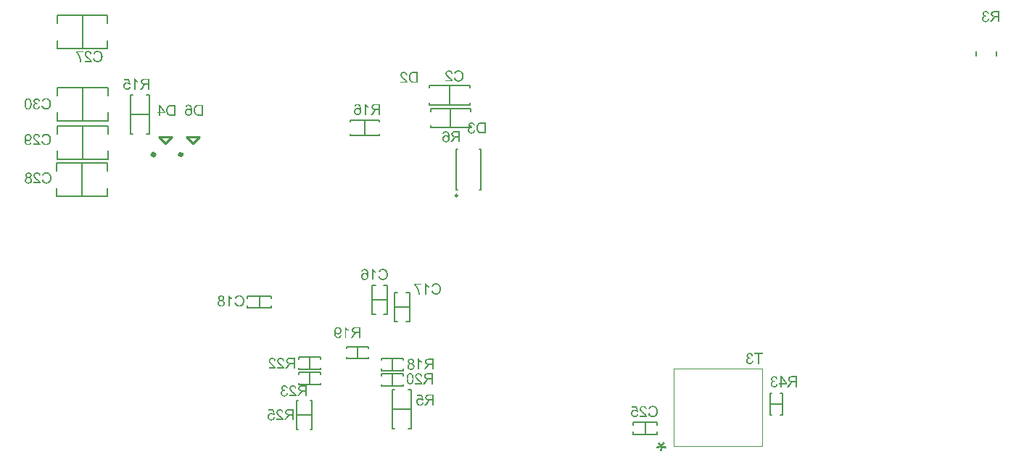
<source format=gbo>
G04*
G04 #@! TF.GenerationSoftware,Altium Limited,Altium Designer,19.0.15 (446)*
G04*
G04 Layer_Color=32896*
%FSLAX25Y25*%
%MOIN*%
G70*
G01*
G75*
%ADD10C,0.00984*%
%ADD11C,0.00787*%
%ADD12C,0.01000*%
%ADD15C,0.00394*%
%ADD16C,0.00591*%
%ADD17C,0.01968*%
G36*
X349271Y80841D02*
X349008Y80520D01*
X348760Y80243D01*
X348571Y80024D01*
X348396Y79835D01*
X348265Y79704D01*
X348162Y79616D01*
X348104Y79558D01*
X348090Y79543D01*
X348410Y79500D01*
X348716Y79441D01*
X349008Y79368D01*
X349271Y79310D01*
X349489Y79252D01*
X349577Y79223D01*
X349664Y79193D01*
X349723Y79179D01*
X349766Y79164D01*
X349795Y79150D01*
X349810D01*
X349489Y78173D01*
X349154Y78289D01*
X348848Y78406D01*
X348571Y78523D01*
X348337Y78625D01*
X348148Y78712D01*
X348002Y78785D01*
X347944Y78814D01*
X347900Y78829D01*
X347885Y78843D01*
X347871D01*
X347915Y78479D01*
X347958Y78144D01*
X347973Y77838D01*
X348002Y77590D01*
X348017Y77400D01*
X348031Y77240D01*
Y77196D01*
Y77152D01*
Y77138D01*
Y77123D01*
X347040D01*
Y77225D01*
Y77342D01*
X347054Y77590D01*
X347083Y77881D01*
X347113Y78158D01*
X347127Y78421D01*
X347142Y78537D01*
X347156Y78639D01*
Y78727D01*
X347171Y78785D01*
Y78829D01*
Y78843D01*
X346967Y78741D01*
X346719Y78625D01*
X346457Y78508D01*
X346194Y78406D01*
X345961Y78319D01*
X345844Y78275D01*
X345757Y78231D01*
X345684Y78216D01*
X345625Y78187D01*
X345596Y78173D01*
X345582D01*
X345276Y79150D01*
X345873Y79310D01*
X346150Y79368D01*
X346413Y79427D01*
X346632Y79470D01*
X346719Y79500D01*
X346807Y79514D01*
X346865Y79529D01*
X346909D01*
X346938Y79543D01*
X346952D01*
X346879Y79602D01*
X346807Y79689D01*
X346632Y79879D01*
X346442Y80083D01*
X346252Y80301D01*
X346077Y80506D01*
X345946Y80681D01*
X345888Y80753D01*
X345844Y80797D01*
X345830Y80826D01*
X345815Y80841D01*
X346617Y81410D01*
X346763Y81205D01*
X346923Y80972D01*
X347069Y80724D01*
X347215Y80491D01*
X347331Y80287D01*
X347419Y80112D01*
X347463Y80039D01*
X347492Y79995D01*
X347506Y79966D01*
Y79952D01*
X347696Y80272D01*
X347885Y80564D01*
X348046Y80812D01*
X348177Y81030D01*
X348294Y81191D01*
X348381Y81308D01*
X348440Y81380D01*
X348454Y81410D01*
X349271Y80841D01*
D02*
G37*
G36*
X130326Y236559D02*
X130465Y236545D01*
X130596Y236515D01*
X130720Y236479D01*
X130830Y236428D01*
X130939Y236384D01*
X131034Y236326D01*
X131121Y236275D01*
X131194Y236224D01*
X131267Y236166D01*
X131325Y236122D01*
X131369Y236078D01*
X131405Y236034D01*
X131435Y236005D01*
X131449Y235991D01*
X131456Y235983D01*
X131551Y235852D01*
X131631Y235699D01*
X131704Y235539D01*
X131770Y235371D01*
X131821Y235196D01*
X131865Y235021D01*
X131901Y234839D01*
X131930Y234671D01*
X131952Y234504D01*
X131967Y234350D01*
X131981Y234212D01*
X131989Y234095D01*
Y233993D01*
X131996Y233920D01*
Y233891D01*
Y233869D01*
Y233862D01*
Y233855D01*
X131989Y233621D01*
X131974Y233403D01*
X131952Y233199D01*
X131916Y233009D01*
X131879Y232841D01*
X131843Y232688D01*
X131799Y232550D01*
X131748Y232426D01*
X131704Y232324D01*
X131660Y232229D01*
X131624Y232156D01*
X131580Y232090D01*
X131551Y232039D01*
X131529Y232010D01*
X131515Y231988D01*
X131508Y231981D01*
X131413Y231879D01*
X131311Y231792D01*
X131209Y231719D01*
X131106Y231653D01*
X130997Y231595D01*
X130895Y231551D01*
X130793Y231515D01*
X130691Y231485D01*
X130604Y231464D01*
X130516Y231442D01*
X130443Y231427D01*
X130377Y231420D01*
X130319D01*
X130283Y231413D01*
X130246D01*
X130079Y231420D01*
X129926Y231449D01*
X129787Y231478D01*
X129663Y231522D01*
X129568Y231558D01*
X129495Y231595D01*
X129466Y231602D01*
X129444Y231617D01*
X129437Y231624D01*
X129430D01*
X129306Y231711D01*
X129189Y231814D01*
X129095Y231915D01*
X129014Y232018D01*
X128949Y232112D01*
X128905Y232185D01*
X128890Y232214D01*
X128876Y232236D01*
X128868Y232244D01*
Y232251D01*
X128796Y232404D01*
X128745Y232564D01*
X128708Y232710D01*
X128686Y232849D01*
X128664Y232965D01*
Y233009D01*
X128657Y233053D01*
Y233089D01*
Y233111D01*
Y233126D01*
Y233133D01*
X128664Y233264D01*
X128679Y233388D01*
X128701Y233512D01*
X128723Y233621D01*
X128759Y233723D01*
X128796Y233825D01*
X128832Y233913D01*
X128876Y233993D01*
X128919Y234066D01*
X128956Y234132D01*
X128992Y234183D01*
X129029Y234234D01*
X129051Y234270D01*
X129073Y234292D01*
X129087Y234307D01*
X129095Y234314D01*
X129175Y234394D01*
X129262Y234467D01*
X129357Y234525D01*
X129444Y234576D01*
X129532Y234627D01*
X129619Y234664D01*
X129787Y234715D01*
X129860Y234737D01*
X129933Y234751D01*
X129991Y234759D01*
X130050Y234766D01*
X130093Y234773D01*
X130151D01*
X130283Y234766D01*
X130407Y234744D01*
X130523Y234722D01*
X130625Y234693D01*
X130713Y234657D01*
X130779Y234635D01*
X130822Y234613D01*
X130830Y234606D01*
X130837D01*
X130953Y234533D01*
X131055Y234452D01*
X131150Y234372D01*
X131223Y234285D01*
X131289Y234212D01*
X131340Y234154D01*
X131369Y234110D01*
X131376Y234103D01*
Y234234D01*
X131369Y234365D01*
X131362Y234482D01*
X131347Y234598D01*
X131340Y234700D01*
X131325Y234795D01*
X131311Y234883D01*
X131289Y234963D01*
X131274Y235036D01*
X131260Y235094D01*
X131245Y235145D01*
X131238Y235189D01*
X131223Y235218D01*
X131216Y235240D01*
X131209Y235254D01*
Y235262D01*
X131136Y235407D01*
X131063Y235539D01*
X130983Y235641D01*
X130910Y235728D01*
X130844Y235801D01*
X130793Y235852D01*
X130757Y235881D01*
X130742Y235889D01*
X130655Y235947D01*
X130567Y235983D01*
X130480Y236013D01*
X130392Y236034D01*
X130326Y236049D01*
X130268Y236056D01*
X130217D01*
X130086Y236042D01*
X129962Y236013D01*
X129860Y235969D01*
X129765Y235925D01*
X129692Y235874D01*
X129641Y235830D01*
X129612Y235801D01*
X129597Y235787D01*
X129546Y235721D01*
X129495Y235641D01*
X129452Y235553D01*
X129422Y235466D01*
X129393Y235386D01*
X129372Y235320D01*
X129364Y235276D01*
X129357Y235269D01*
Y235262D01*
X128737Y235313D01*
X128781Y235517D01*
X128847Y235699D01*
X128919Y235859D01*
X129000Y235991D01*
X129080Y236093D01*
X129109Y236136D01*
X129146Y236173D01*
X129167Y236195D01*
X129189Y236217D01*
X129197Y236224D01*
X129204Y236231D01*
X129277Y236290D01*
X129357Y236341D01*
X129517Y236428D01*
X129678Y236486D01*
X129831Y236523D01*
X129969Y236552D01*
X130028Y236559D01*
X130079D01*
X130122Y236567D01*
X130181D01*
X130326Y236559D01*
D02*
G37*
G36*
X136800Y231500D02*
X134985D01*
X134817Y231507D01*
X134664Y231515D01*
X134526Y231529D01*
X134409Y231544D01*
X134307Y231558D01*
X134234Y231566D01*
X134212Y231573D01*
X134190Y231580D01*
X134176D01*
X134044Y231617D01*
X133928Y231660D01*
X133826Y231697D01*
X133738Y231741D01*
X133665Y231777D01*
X133614Y231806D01*
X133585Y231828D01*
X133571Y231835D01*
X133476Y231901D01*
X133396Y231981D01*
X133315Y232054D01*
X133250Y232127D01*
X133192Y232192D01*
X133148Y232244D01*
X133119Y232280D01*
X133111Y232295D01*
X133038Y232411D01*
X132966Y232535D01*
X132907Y232652D01*
X132863Y232769D01*
X132820Y232871D01*
X132791Y232951D01*
X132783Y232980D01*
X132776Y233002D01*
X132769Y233016D01*
Y233024D01*
X132725Y233199D01*
X132688Y233373D01*
X132667Y233541D01*
X132645Y233702D01*
X132637Y233840D01*
Y233898D01*
X132630Y233949D01*
Y233986D01*
Y234022D01*
Y234037D01*
Y234044D01*
X132637Y234292D01*
X132659Y234518D01*
X132696Y234722D01*
X132710Y234817D01*
X132732Y234897D01*
X132754Y234977D01*
X132769Y235043D01*
X132783Y235101D01*
X132805Y235152D01*
X132812Y235196D01*
X132827Y235225D01*
X132834Y235240D01*
Y235247D01*
X132914Y235437D01*
X133009Y235604D01*
X133111Y235750D01*
X133206Y235874D01*
X133293Y235976D01*
X133366Y236049D01*
X133396Y236071D01*
X133417Y236093D01*
X133425Y236100D01*
X133432Y236107D01*
X133549Y236202D01*
X133673Y236275D01*
X133797Y236341D01*
X133913Y236392D01*
X134015Y236428D01*
X134095Y236450D01*
X134125Y236465D01*
X134146D01*
X134161Y236472D01*
X134168D01*
X134292Y236494D01*
X134438Y236515D01*
X134584Y236530D01*
X134730Y236537D01*
X134861Y236545D01*
X136800D01*
Y231500D01*
D02*
G37*
G36*
X388470Y122263D02*
X388666Y122227D01*
X388834Y122168D01*
X388980Y122110D01*
X389046Y122073D01*
X389096Y122044D01*
X389148Y122015D01*
X389184Y121986D01*
X389213Y121964D01*
X389235Y121950D01*
X389250Y121942D01*
X389257Y121935D01*
X389395Y121796D01*
X389505Y121643D01*
X389592Y121483D01*
X389665Y121323D01*
X389709Y121184D01*
X389731Y121126D01*
X389745Y121075D01*
X389753Y121031D01*
X389760Y121002D01*
X389767Y120980D01*
Y120973D01*
X389148Y120863D01*
X389118Y121024D01*
X389075Y121162D01*
X389024Y121279D01*
X388973Y121374D01*
X388922Y121447D01*
X388878Y121498D01*
X388849Y121534D01*
X388841Y121541D01*
X388747Y121614D01*
X388645Y121672D01*
X388550Y121709D01*
X388455Y121738D01*
X388368Y121753D01*
X388302Y121767D01*
X388244D01*
X388112Y121760D01*
X387996Y121731D01*
X387894Y121694D01*
X387806Y121658D01*
X387741Y121614D01*
X387690Y121578D01*
X387653Y121549D01*
X387646Y121541D01*
X387566Y121454D01*
X387507Y121359D01*
X387471Y121264D01*
X387442Y121177D01*
X387427Y121097D01*
X387413Y121038D01*
Y120994D01*
Y120987D01*
Y120980D01*
Y120900D01*
X387427Y120827D01*
X387464Y120703D01*
X387515Y120594D01*
X387573Y120499D01*
X387631Y120433D01*
X387682Y120382D01*
X387719Y120353D01*
X387726Y120346D01*
X387733D01*
X387857Y120280D01*
X387974Y120229D01*
X388098Y120193D01*
X388207Y120171D01*
X388302Y120156D01*
X388382Y120142D01*
X388477D01*
X388506Y120149D01*
X388543D01*
X388615Y119602D01*
X388521Y119624D01*
X388433Y119639D01*
X388360Y119653D01*
X388295Y119660D01*
X388244Y119668D01*
X388178D01*
X388025Y119653D01*
X387886Y119624D01*
X387762Y119580D01*
X387660Y119529D01*
X387580Y119478D01*
X387522Y119434D01*
X387485Y119405D01*
X387471Y119391D01*
X387376Y119281D01*
X387303Y119165D01*
X387252Y119048D01*
X387223Y118931D01*
X387201Y118837D01*
X387194Y118756D01*
X387187Y118727D01*
Y118705D01*
Y118691D01*
Y118684D01*
X387201Y118523D01*
X387238Y118377D01*
X387281Y118254D01*
X387340Y118144D01*
X387398Y118057D01*
X387442Y117991D01*
X387478Y117947D01*
X387493Y117933D01*
X387609Y117831D01*
X387733Y117758D01*
X387857Y117707D01*
X387974Y117670D01*
X388076Y117648D01*
X388156Y117641D01*
X388185Y117634D01*
X388229D01*
X388360Y117641D01*
X388484Y117670D01*
X388594Y117707D01*
X388681Y117751D01*
X388754Y117787D01*
X388812Y117823D01*
X388841Y117852D01*
X388856Y117860D01*
X388943Y117962D01*
X389016Y118078D01*
X389082Y118202D01*
X389133Y118334D01*
X389169Y118443D01*
X389184Y118494D01*
X389191Y118538D01*
X389199Y118574D01*
X389206Y118603D01*
X389213Y118618D01*
Y118625D01*
X389833Y118545D01*
X389818Y118429D01*
X389796Y118319D01*
X389731Y118115D01*
X389651Y117940D01*
X389607Y117867D01*
X389563Y117794D01*
X389519Y117729D01*
X389476Y117678D01*
X389439Y117627D01*
X389403Y117590D01*
X389381Y117561D01*
X389359Y117539D01*
X389344Y117525D01*
X389337Y117517D01*
X389250Y117452D01*
X389162Y117386D01*
X389075Y117335D01*
X388980Y117291D01*
X388798Y117218D01*
X388623Y117175D01*
X388543Y117160D01*
X388470Y117145D01*
X388404Y117138D01*
X388346Y117131D01*
X388302Y117124D01*
X388236D01*
X388098Y117131D01*
X387974Y117145D01*
X387850Y117167D01*
X387733Y117197D01*
X387624Y117233D01*
X387529Y117269D01*
X387434Y117313D01*
X387354Y117357D01*
X387274Y117393D01*
X387208Y117437D01*
X387150Y117473D01*
X387106Y117510D01*
X387070Y117539D01*
X387041Y117561D01*
X387026Y117576D01*
X387019Y117583D01*
X386931Y117670D01*
X386859Y117765D01*
X386793Y117860D01*
X386735Y117955D01*
X386691Y118042D01*
X386647Y118137D01*
X386589Y118312D01*
X386574Y118392D01*
X386560Y118465D01*
X386545Y118530D01*
X386538Y118589D01*
X386530Y118633D01*
Y118669D01*
Y118691D01*
Y118698D01*
X386538Y118873D01*
X386567Y119034D01*
X386611Y119172D01*
X386654Y119289D01*
X386698Y119383D01*
X386742Y119456D01*
X386771Y119500D01*
X386778Y119515D01*
X386880Y119624D01*
X386990Y119719D01*
X387106Y119792D01*
X387223Y119850D01*
X387325Y119894D01*
X387405Y119923D01*
X387434Y119930D01*
X387456Y119938D01*
X387471Y119945D01*
X387478D01*
X387354Y120010D01*
X387252Y120076D01*
X387165Y120149D01*
X387092Y120214D01*
X387034Y120273D01*
X386990Y120324D01*
X386968Y120353D01*
X386961Y120368D01*
X386902Y120470D01*
X386859Y120572D01*
X386822Y120674D01*
X386800Y120769D01*
X386786Y120849D01*
X386778Y120907D01*
Y120951D01*
Y120965D01*
X386786Y121089D01*
X386807Y121213D01*
X386837Y121323D01*
X386873Y121417D01*
X386910Y121498D01*
X386939Y121563D01*
X386961Y121600D01*
X386968Y121614D01*
X387041Y121723D01*
X387128Y121818D01*
X387216Y121898D01*
X387303Y121971D01*
X387376Y122022D01*
X387442Y122066D01*
X387485Y122088D01*
X387493Y122095D01*
X387500D01*
X387631Y122154D01*
X387762Y122197D01*
X387894Y122234D01*
X388010Y122256D01*
X388105Y122270D01*
X388185Y122278D01*
X388368D01*
X388470Y122263D01*
D02*
G37*
G36*
X394272Y121658D02*
X392610D01*
Y117211D01*
X391940D01*
Y121658D01*
X390278D01*
Y122256D01*
X394272D01*
Y121658D01*
D02*
G37*
G36*
X496904Y279652D02*
X497100Y279615D01*
X497268Y279557D01*
X497414Y279499D01*
X497479Y279462D01*
X497530Y279433D01*
X497581Y279404D01*
X497618Y279375D01*
X497647Y279353D01*
X497669Y279339D01*
X497683Y279331D01*
X497691Y279324D01*
X497829Y279185D01*
X497939Y279032D01*
X498026Y278872D01*
X498099Y278712D01*
X498143Y278573D01*
X498165Y278515D01*
X498179Y278464D01*
X498186Y278420D01*
X498194Y278391D01*
X498201Y278369D01*
Y278362D01*
X497581Y278252D01*
X497552Y278413D01*
X497509Y278551D01*
X497458Y278668D01*
X497406Y278763D01*
X497356Y278836D01*
X497312Y278887D01*
X497283Y278923D01*
X497275Y278930D01*
X497181Y279003D01*
X497079Y279062D01*
X496984Y279098D01*
X496889Y279127D01*
X496801Y279142D01*
X496736Y279156D01*
X496677D01*
X496546Y279149D01*
X496430Y279120D01*
X496328Y279083D01*
X496240Y279047D01*
X496174Y279003D01*
X496124Y278967D01*
X496087Y278938D01*
X496080Y278930D01*
X495999Y278843D01*
X495941Y278748D01*
X495905Y278653D01*
X495876Y278566D01*
X495861Y278486D01*
X495847Y278427D01*
Y278383D01*
Y278376D01*
Y278369D01*
Y278289D01*
X495861Y278216D01*
X495897Y278092D01*
X495949Y277983D01*
X496007Y277888D01*
X496065Y277822D01*
X496116Y277771D01*
X496153Y277742D01*
X496160Y277735D01*
X496167D01*
X496291Y277669D01*
X496408Y277618D01*
X496532Y277582D01*
X496641Y277560D01*
X496736Y277545D01*
X496816Y277531D01*
X496911D01*
X496940Y277538D01*
X496976D01*
X497049Y276991D01*
X496954Y277013D01*
X496867Y277028D01*
X496794Y277042D01*
X496729Y277049D01*
X496677Y277057D01*
X496612D01*
X496459Y277042D01*
X496320Y277013D01*
X496196Y276969D01*
X496094Y276918D01*
X496014Y276867D01*
X495956Y276823D01*
X495919Y276794D01*
X495905Y276780D01*
X495810Y276670D01*
X495737Y276554D01*
X495686Y276437D01*
X495657Y276320D01*
X495635Y276226D01*
X495628Y276146D01*
X495620Y276116D01*
Y276095D01*
Y276080D01*
Y276073D01*
X495635Y275912D01*
X495672Y275766D01*
X495715Y275642D01*
X495774Y275533D01*
X495832Y275446D01*
X495876Y275380D01*
X495912Y275336D01*
X495927Y275322D01*
X496043Y275220D01*
X496167Y275147D01*
X496291Y275096D01*
X496408Y275059D01*
X496510Y275037D01*
X496590Y275030D01*
X496619Y275023D01*
X496663D01*
X496794Y275030D01*
X496918Y275059D01*
X497027Y275096D01*
X497115Y275139D01*
X497188Y275176D01*
X497246Y275212D01*
X497275Y275241D01*
X497290Y275249D01*
X497377Y275351D01*
X497450Y275467D01*
X497516Y275591D01*
X497567Y275723D01*
X497603Y275832D01*
X497618Y275883D01*
X497625Y275927D01*
X497633Y275963D01*
X497640Y275992D01*
X497647Y276007D01*
Y276014D01*
X498267Y275934D01*
X498252Y275817D01*
X498230Y275708D01*
X498165Y275504D01*
X498084Y275329D01*
X498041Y275256D01*
X497997Y275183D01*
X497953Y275118D01*
X497909Y275067D01*
X497873Y275015D01*
X497837Y274979D01*
X497815Y274950D01*
X497793Y274928D01*
X497778Y274914D01*
X497771Y274906D01*
X497683Y274841D01*
X497596Y274775D01*
X497509Y274724D01*
X497414Y274680D01*
X497231Y274607D01*
X497057Y274564D01*
X496976Y274549D01*
X496904Y274534D01*
X496838Y274527D01*
X496780Y274520D01*
X496736Y274513D01*
X496670D01*
X496532Y274520D01*
X496408Y274534D01*
X496284Y274556D01*
X496167Y274585D01*
X496058Y274622D01*
X495963Y274658D01*
X495868Y274702D01*
X495788Y274746D01*
X495708Y274782D01*
X495642Y274826D01*
X495584Y274862D01*
X495540Y274899D01*
X495504Y274928D01*
X495475Y274950D01*
X495460Y274964D01*
X495453Y274972D01*
X495365Y275059D01*
X495292Y275154D01*
X495227Y275249D01*
X495168Y275344D01*
X495125Y275431D01*
X495081Y275526D01*
X495023Y275701D01*
X495008Y275781D01*
X494993Y275854D01*
X494979Y275920D01*
X494972Y275978D01*
X494964Y276022D01*
Y276058D01*
Y276080D01*
Y276087D01*
X494972Y276262D01*
X495001Y276423D01*
X495045Y276561D01*
X495088Y276678D01*
X495132Y276772D01*
X495176Y276845D01*
X495205Y276889D01*
X495212Y276904D01*
X495314Y277013D01*
X495424Y277108D01*
X495540Y277181D01*
X495657Y277239D01*
X495759Y277283D01*
X495839Y277312D01*
X495868Y277319D01*
X495890Y277326D01*
X495905Y277334D01*
X495912D01*
X495788Y277399D01*
X495686Y277465D01*
X495599Y277538D01*
X495526Y277604D01*
X495467Y277662D01*
X495424Y277713D01*
X495402Y277742D01*
X495395Y277757D01*
X495336Y277859D01*
X495292Y277961D01*
X495256Y278063D01*
X495234Y278157D01*
X495220Y278238D01*
X495212Y278296D01*
Y278340D01*
Y278354D01*
X495220Y278478D01*
X495241Y278602D01*
X495270Y278712D01*
X495307Y278806D01*
X495343Y278887D01*
X495373Y278952D01*
X495395Y278989D01*
X495402Y279003D01*
X495475Y279113D01*
X495562Y279207D01*
X495650Y279288D01*
X495737Y279360D01*
X495810Y279411D01*
X495876Y279455D01*
X495919Y279477D01*
X495927Y279484D01*
X495934D01*
X496065Y279543D01*
X496196Y279586D01*
X496328Y279623D01*
X496444Y279645D01*
X496539Y279659D01*
X496619Y279667D01*
X496801D01*
X496904Y279652D01*
D02*
G37*
G36*
X503100Y274600D02*
X502429D01*
Y276838D01*
X501569D01*
X501489Y276831D01*
X501431D01*
X501380Y276823D01*
X501343Y276816D01*
X501314D01*
X501299Y276809D01*
X501292D01*
X501175Y276772D01*
X501124Y276751D01*
X501081Y276729D01*
X501037Y276707D01*
X501008Y276692D01*
X500993Y276685D01*
X500986Y276678D01*
X500928Y276634D01*
X500869Y276583D01*
X500760Y276473D01*
X500709Y276423D01*
X500672Y276379D01*
X500651Y276350D01*
X500643Y276342D01*
X500570Y276240D01*
X500490Y276131D01*
X500410Y276014D01*
X500330Y275905D01*
X500264Y275803D01*
X500213Y275723D01*
X500191Y275693D01*
X500177Y275672D01*
X500162Y275657D01*
Y275650D01*
X499499Y274600D01*
X498668D01*
X499535Y275971D01*
X499637Y276116D01*
X499732Y276248D01*
X499827Y276357D01*
X499907Y276459D01*
X499980Y276532D01*
X500038Y276590D01*
X500075Y276627D01*
X500089Y276641D01*
X500147Y276685D01*
X500213Y276736D01*
X500344Y276816D01*
X500403Y276845D01*
X500446Y276874D01*
X500476Y276889D01*
X500490Y276896D01*
X500359Y276918D01*
X500235Y276940D01*
X500126Y276976D01*
X500016Y277006D01*
X499922Y277042D01*
X499834Y277086D01*
X499754Y277122D01*
X499681Y277159D01*
X499623Y277203D01*
X499564Y277239D01*
X499521Y277268D01*
X499484Y277297D01*
X499455Y277319D01*
X499433Y277341D01*
X499426Y277348D01*
X499418Y277356D01*
X499360Y277429D01*
X499302Y277501D01*
X499214Y277655D01*
X499156Y277808D01*
X499112Y277953D01*
X499083Y278077D01*
X499076Y278128D01*
Y278179D01*
X499069Y278216D01*
Y278245D01*
Y278260D01*
Y278267D01*
X499076Y278420D01*
X499098Y278558D01*
X499134Y278690D01*
X499171Y278799D01*
X499214Y278894D01*
X499244Y278967D01*
X499273Y279010D01*
X499280Y279018D01*
Y279025D01*
X499368Y279142D01*
X499455Y279244D01*
X499550Y279331D01*
X499637Y279397D01*
X499717Y279448D01*
X499783Y279477D01*
X499827Y279499D01*
X499834Y279506D01*
X499841D01*
X499907Y279528D01*
X499987Y279550D01*
X500147Y279586D01*
X500322Y279608D01*
X500483Y279630D01*
X500636Y279637D01*
X500702D01*
X500760Y279645D01*
X503100D01*
Y274600D01*
D02*
G37*
G36*
X238165Y100484D02*
X237581Y100404D01*
X237530Y100484D01*
X237465Y100549D01*
X237406Y100615D01*
X237348Y100666D01*
X237290Y100703D01*
X237246Y100739D01*
X237217Y100754D01*
X237210Y100761D01*
X237115Y100805D01*
X237020Y100841D01*
X236933Y100863D01*
X236845Y100885D01*
X236772Y100892D01*
X236714Y100899D01*
X236576D01*
X236488Y100885D01*
X236335Y100848D01*
X236204Y100797D01*
X236087Y100746D01*
X235999Y100688D01*
X235934Y100637D01*
X235897Y100601D01*
X235883Y100593D01*
Y100586D01*
X235781Y100462D01*
X235708Y100331D01*
X235657Y100192D01*
X235620Y100054D01*
X235599Y99937D01*
X235591Y99886D01*
Y99842D01*
X235584Y99806D01*
Y99777D01*
Y99762D01*
Y99755D01*
Y99653D01*
X235599Y99558D01*
X235635Y99376D01*
X235686Y99223D01*
X235737Y99099D01*
X235795Y98997D01*
X235846Y98917D01*
X235868Y98895D01*
X235883Y98873D01*
X235890Y98865D01*
X235897Y98858D01*
X235956Y98800D01*
X236014Y98749D01*
X236145Y98661D01*
X236269Y98603D01*
X236393Y98567D01*
X236495Y98537D01*
X236583Y98530D01*
X236612Y98523D01*
X236656D01*
X236794Y98530D01*
X236918Y98559D01*
X237027Y98596D01*
X237115Y98640D01*
X237195Y98683D01*
X237253Y98720D01*
X237283Y98749D01*
X237297Y98756D01*
X237385Y98858D01*
X237457Y98967D01*
X237516Y99091D01*
X237560Y99201D01*
X237589Y99310D01*
X237611Y99390D01*
X237618Y99427D01*
X237625Y99449D01*
Y99463D01*
Y99471D01*
X238274Y99419D01*
X238259Y99303D01*
X238238Y99194D01*
X238172Y98989D01*
X238092Y98814D01*
X238048Y98734D01*
X238004Y98669D01*
X237968Y98603D01*
X237924Y98545D01*
X237888Y98501D01*
X237851Y98465D01*
X237822Y98435D01*
X237807Y98406D01*
X237793Y98399D01*
X237786Y98392D01*
X237698Y98326D01*
X237611Y98268D01*
X237516Y98217D01*
X237421Y98173D01*
X237239Y98107D01*
X237057Y98063D01*
X236976Y98042D01*
X236896Y98034D01*
X236831Y98027D01*
X236772Y98020D01*
X236721Y98013D01*
X236656D01*
X236503Y98020D01*
X236357Y98042D01*
X236218Y98071D01*
X236094Y98107D01*
X235978Y98158D01*
X235868Y98209D01*
X235766Y98260D01*
X235679Y98319D01*
X235599Y98377D01*
X235526Y98428D01*
X235467Y98486D01*
X235416Y98530D01*
X235380Y98567D01*
X235351Y98596D01*
X235336Y98618D01*
X235329Y98625D01*
X235256Y98720D01*
X235198Y98822D01*
X235139Y98917D01*
X235096Y99019D01*
X235023Y99215D01*
X234979Y99405D01*
X234964Y99485D01*
X234950Y99565D01*
X234943Y99631D01*
X234935Y99689D01*
X234928Y99740D01*
Y99777D01*
Y99799D01*
Y99806D01*
X234935Y99937D01*
X234950Y100061D01*
X234972Y100185D01*
X235001Y100294D01*
X235037Y100396D01*
X235074Y100498D01*
X235118Y100586D01*
X235154Y100666D01*
X235198Y100739D01*
X235241Y100805D01*
X235278Y100856D01*
X235314Y100907D01*
X235343Y100943D01*
X235365Y100965D01*
X235380Y100979D01*
X235387Y100987D01*
X235475Y101067D01*
X235562Y101140D01*
X235657Y101198D01*
X235752Y101249D01*
X235846Y101300D01*
X235941Y101337D01*
X236116Y101388D01*
X236196Y101410D01*
X236269Y101424D01*
X236335Y101432D01*
X236393Y101439D01*
X236437Y101446D01*
X236597D01*
X236685Y101432D01*
X236860Y101395D01*
X237020Y101344D01*
X237166Y101286D01*
X237283Y101227D01*
X237334Y101198D01*
X237377Y101176D01*
X237414Y101154D01*
X237436Y101140D01*
X237450Y101133D01*
X237457Y101125D01*
X237188Y102489D01*
X235169D01*
Y103079D01*
X237676D01*
X238165Y100484D01*
D02*
G37*
G36*
X243100Y98100D02*
X242429D01*
Y100338D01*
X241569D01*
X241489Y100331D01*
X241431D01*
X241380Y100323D01*
X241343Y100316D01*
X241314D01*
X241299Y100309D01*
X241292D01*
X241175Y100272D01*
X241124Y100250D01*
X241081Y100229D01*
X241037Y100207D01*
X241008Y100192D01*
X240993Y100185D01*
X240986Y100178D01*
X240928Y100134D01*
X240869Y100083D01*
X240760Y99973D01*
X240709Y99923D01*
X240672Y99879D01*
X240651Y99850D01*
X240643Y99842D01*
X240570Y99740D01*
X240490Y99631D01*
X240410Y99514D01*
X240330Y99405D01*
X240264Y99303D01*
X240213Y99223D01*
X240191Y99194D01*
X240177Y99172D01*
X240162Y99157D01*
Y99150D01*
X239499Y98100D01*
X238668D01*
X239535Y99471D01*
X239637Y99616D01*
X239732Y99748D01*
X239827Y99857D01*
X239907Y99959D01*
X239980Y100032D01*
X240038Y100090D01*
X240075Y100127D01*
X240089Y100141D01*
X240148Y100185D01*
X240213Y100236D01*
X240344Y100316D01*
X240403Y100345D01*
X240446Y100374D01*
X240476Y100389D01*
X240490Y100396D01*
X240359Y100418D01*
X240235Y100440D01*
X240126Y100477D01*
X240016Y100506D01*
X239922Y100542D01*
X239834Y100586D01*
X239754Y100622D01*
X239681Y100659D01*
X239623Y100703D01*
X239564Y100739D01*
X239521Y100768D01*
X239484Y100797D01*
X239455Y100819D01*
X239433Y100841D01*
X239426Y100848D01*
X239419Y100856D01*
X239360Y100928D01*
X239302Y101001D01*
X239214Y101154D01*
X239156Y101308D01*
X239112Y101453D01*
X239083Y101577D01*
X239076Y101628D01*
Y101679D01*
X239069Y101716D01*
Y101745D01*
Y101760D01*
Y101767D01*
X239076Y101920D01*
X239098Y102058D01*
X239134Y102190D01*
X239171Y102299D01*
X239214Y102394D01*
X239244Y102467D01*
X239273Y102510D01*
X239280Y102518D01*
Y102525D01*
X239368Y102642D01*
X239455Y102744D01*
X239550Y102831D01*
X239637Y102897D01*
X239717Y102948D01*
X239783Y102977D01*
X239827Y102999D01*
X239834Y103006D01*
X239841D01*
X239907Y103028D01*
X239987Y103050D01*
X240148Y103086D01*
X240322Y103108D01*
X240483Y103130D01*
X240636Y103137D01*
X240702D01*
X240760Y103145D01*
X243100D01*
Y98100D01*
D02*
G37*
G36*
X248652Y224351D02*
X248790Y224336D01*
X248922Y224307D01*
X249045Y224270D01*
X249155Y224219D01*
X249264Y224176D01*
X249359Y224117D01*
X249447Y224066D01*
X249519Y224015D01*
X249592Y223957D01*
X249651Y223913D01*
X249694Y223869D01*
X249731Y223826D01*
X249760Y223797D01*
X249775Y223782D01*
X249782Y223775D01*
X249877Y223643D01*
X249957Y223490D01*
X250030Y223330D01*
X250095Y223162D01*
X250146Y222987D01*
X250190Y222812D01*
X250226Y222630D01*
X250256Y222463D01*
X250278Y222295D01*
X250292Y222142D01*
X250307Y222003D01*
X250314Y221887D01*
Y221784D01*
X250321Y221712D01*
Y221683D01*
Y221661D01*
Y221653D01*
Y221646D01*
X250314Y221413D01*
X250299Y221194D01*
X250278Y220990D01*
X250241Y220800D01*
X250205Y220633D01*
X250168Y220480D01*
X250125Y220341D01*
X250073Y220217D01*
X250030Y220115D01*
X249986Y220020D01*
X249950Y219947D01*
X249906Y219882D01*
X249877Y219831D01*
X249855Y219802D01*
X249840Y219780D01*
X249833Y219773D01*
X249738Y219670D01*
X249636Y219583D01*
X249534Y219510D01*
X249432Y219444D01*
X249323Y219386D01*
X249220Y219342D01*
X249118Y219306D01*
X249016Y219277D01*
X248929Y219255D01*
X248841Y219233D01*
X248768Y219218D01*
X248703Y219211D01*
X248645D01*
X248608Y219204D01*
X248572D01*
X248404Y219211D01*
X248251Y219240D01*
X248112Y219269D01*
X247989Y219313D01*
X247894Y219350D01*
X247821Y219386D01*
X247792Y219393D01*
X247770Y219408D01*
X247762Y219415D01*
X247755D01*
X247631Y219503D01*
X247515Y219605D01*
X247420Y219707D01*
X247340Y219809D01*
X247274Y219904D01*
X247230Y219977D01*
X247216Y220006D01*
X247201Y220028D01*
X247194Y220035D01*
Y220042D01*
X247121Y220195D01*
X247070Y220356D01*
X247034Y220501D01*
X247012Y220640D01*
X246990Y220757D01*
Y220800D01*
X246983Y220844D01*
Y220881D01*
Y220902D01*
Y220917D01*
Y220924D01*
X246990Y221056D01*
X247004Y221179D01*
X247026Y221303D01*
X247048Y221413D01*
X247084Y221515D01*
X247121Y221617D01*
X247157Y221704D01*
X247201Y221784D01*
X247245Y221857D01*
X247281Y221923D01*
X247318Y221974D01*
X247354Y222025D01*
X247376Y222061D01*
X247398Y222083D01*
X247413Y222098D01*
X247420Y222105D01*
X247500Y222185D01*
X247587Y222258D01*
X247682Y222317D01*
X247770Y222368D01*
X247857Y222419D01*
X247945Y222455D01*
X248112Y222506D01*
X248185Y222528D01*
X248258Y222543D01*
X248317Y222550D01*
X248375Y222557D01*
X248419Y222565D01*
X248477D01*
X248608Y222557D01*
X248732Y222535D01*
X248849Y222514D01*
X248951Y222484D01*
X249038Y222448D01*
X249104Y222426D01*
X249148Y222404D01*
X249155Y222397D01*
X249162D01*
X249279Y222324D01*
X249381Y222244D01*
X249476Y222164D01*
X249549Y222076D01*
X249614Y222003D01*
X249665Y221945D01*
X249694Y221901D01*
X249702Y221894D01*
Y222025D01*
X249694Y222156D01*
X249687Y222273D01*
X249673Y222390D01*
X249665Y222492D01*
X249651Y222586D01*
X249636Y222674D01*
X249614Y222754D01*
X249600Y222827D01*
X249585Y222885D01*
X249570Y222936D01*
X249563Y222980D01*
X249549Y223009D01*
X249541Y223031D01*
X249534Y223046D01*
Y223053D01*
X249461Y223199D01*
X249388Y223330D01*
X249308Y223432D01*
X249235Y223519D01*
X249169Y223592D01*
X249118Y223643D01*
X249082Y223673D01*
X249067Y223680D01*
X248980Y223738D01*
X248892Y223775D01*
X248805Y223804D01*
X248717Y223826D01*
X248652Y223840D01*
X248594Y223848D01*
X248542D01*
X248411Y223833D01*
X248287Y223804D01*
X248185Y223760D01*
X248091Y223716D01*
X248018Y223665D01*
X247967Y223622D01*
X247937Y223592D01*
X247923Y223578D01*
X247872Y223512D01*
X247821Y223432D01*
X247777Y223345D01*
X247748Y223257D01*
X247719Y223177D01*
X247697Y223111D01*
X247690Y223068D01*
X247682Y223060D01*
Y223053D01*
X247063Y223104D01*
X247106Y223308D01*
X247172Y223490D01*
X247245Y223651D01*
X247325Y223782D01*
X247405Y223884D01*
X247434Y223928D01*
X247471Y223964D01*
X247493Y223986D01*
X247515Y224008D01*
X247522Y224015D01*
X247529Y224023D01*
X247602Y224081D01*
X247682Y224132D01*
X247843Y224219D01*
X248003Y224278D01*
X248156Y224314D01*
X248295Y224343D01*
X248353Y224351D01*
X248404D01*
X248448Y224358D01*
X248506D01*
X248652Y224351D01*
D02*
G37*
G36*
X255118Y219291D02*
X254447D01*
Y221529D01*
X253587D01*
X253507Y221522D01*
X253449D01*
X253398Y221515D01*
X253361Y221508D01*
X253332D01*
X253317Y221500D01*
X253310D01*
X253194Y221464D01*
X253142Y221442D01*
X253099Y221420D01*
X253055Y221398D01*
X253026Y221384D01*
X253011Y221376D01*
X253004Y221369D01*
X252946Y221325D01*
X252887Y221274D01*
X252778Y221165D01*
X252727Y221114D01*
X252691Y221070D01*
X252669Y221041D01*
X252661Y221034D01*
X252589Y220932D01*
X252508Y220822D01*
X252428Y220706D01*
X252348Y220596D01*
X252282Y220494D01*
X252231Y220414D01*
X252209Y220385D01*
X252195Y220363D01*
X252180Y220348D01*
Y220341D01*
X251517Y219291D01*
X250686D01*
X251553Y220662D01*
X251655Y220808D01*
X251750Y220939D01*
X251845Y221048D01*
X251925Y221150D01*
X251998Y221223D01*
X252056Y221282D01*
X252093Y221318D01*
X252107Y221333D01*
X252166Y221376D01*
X252231Y221427D01*
X252362Y221508D01*
X252421Y221537D01*
X252465Y221566D01*
X252494Y221580D01*
X252508Y221588D01*
X252377Y221610D01*
X252253Y221631D01*
X252144Y221668D01*
X252034Y221697D01*
X251940Y221733D01*
X251852Y221777D01*
X251772Y221814D01*
X251699Y221850D01*
X251641Y221894D01*
X251583Y221930D01*
X251539Y221959D01*
X251502Y221989D01*
X251473Y222010D01*
X251451Y222032D01*
X251444Y222040D01*
X251437Y222047D01*
X251378Y222120D01*
X251320Y222193D01*
X251233Y222346D01*
X251174Y222499D01*
X251131Y222645D01*
X251101Y222769D01*
X251094Y222820D01*
Y222871D01*
X251087Y222907D01*
Y222936D01*
Y222951D01*
Y222958D01*
X251094Y223111D01*
X251116Y223250D01*
X251152Y223381D01*
X251189Y223490D01*
X251233Y223585D01*
X251262Y223658D01*
X251291Y223702D01*
X251298Y223709D01*
Y223716D01*
X251386Y223833D01*
X251473Y223935D01*
X251568Y224023D01*
X251655Y224088D01*
X251736Y224139D01*
X251801Y224168D01*
X251845Y224190D01*
X251852Y224198D01*
X251859D01*
X251925Y224219D01*
X252005Y224241D01*
X252166Y224278D01*
X252341Y224300D01*
X252501Y224321D01*
X252654Y224329D01*
X252720D01*
X252778Y224336D01*
X255118D01*
Y219291D01*
D02*
G37*
G36*
X236228Y119509D02*
X236309Y119393D01*
X236403Y119276D01*
X236491Y119174D01*
X236578Y119087D01*
X236644Y119014D01*
X236673Y118992D01*
X236695Y118970D01*
X236702Y118963D01*
X236710Y118956D01*
X236863Y118832D01*
X237016Y118715D01*
X237162Y118613D01*
X237307Y118533D01*
X237431Y118460D01*
X237482Y118431D01*
X237526Y118409D01*
X237562Y118387D01*
X237592Y118380D01*
X237606Y118365D01*
X237614D01*
Y117767D01*
X237504Y117811D01*
X237395Y117862D01*
X237285Y117913D01*
X237183Y117964D01*
X237096Y118008D01*
X237023Y118044D01*
X236979Y118073D01*
X236972Y118081D01*
X236965D01*
X236834Y118161D01*
X236717Y118241D01*
X236615Y118314D01*
X236535Y118380D01*
X236462Y118431D01*
X236418Y118474D01*
X236382Y118503D01*
X236374Y118511D01*
Y114567D01*
X235755D01*
Y119633D01*
X236156D01*
X236228Y119509D01*
D02*
G37*
G36*
X242913Y114567D02*
X242243D01*
Y116805D01*
X241383D01*
X241302Y116798D01*
X241244D01*
X241193Y116790D01*
X241157Y116783D01*
X241127D01*
X241113Y116776D01*
X241106D01*
X240989Y116739D01*
X240938Y116718D01*
X240894Y116696D01*
X240850Y116674D01*
X240821Y116659D01*
X240807Y116652D01*
X240799Y116645D01*
X240741Y116601D01*
X240683Y116550D01*
X240573Y116440D01*
X240522Y116389D01*
X240486Y116346D01*
X240464Y116316D01*
X240457Y116309D01*
X240384Y116207D01*
X240304Y116098D01*
X240223Y115981D01*
X240143Y115872D01*
X240078Y115770D01*
X240026Y115690D01*
X240005Y115660D01*
X239990Y115639D01*
X239976Y115624D01*
Y115617D01*
X239312Y114567D01*
X238481D01*
X239349Y115937D01*
X239451Y116083D01*
X239545Y116215D01*
X239640Y116324D01*
X239720Y116426D01*
X239793Y116499D01*
X239852Y116557D01*
X239888Y116594D01*
X239903Y116608D01*
X239961Y116652D01*
X240026Y116703D01*
X240158Y116783D01*
X240216Y116812D01*
X240260Y116841D01*
X240289Y116856D01*
X240304Y116863D01*
X240172Y116885D01*
X240048Y116907D01*
X239939Y116944D01*
X239830Y116973D01*
X239735Y117009D01*
X239648Y117053D01*
X239567Y117089D01*
X239494Y117126D01*
X239436Y117169D01*
X239378Y117206D01*
X239334Y117235D01*
X239298Y117264D01*
X239268Y117286D01*
X239247Y117308D01*
X239239Y117315D01*
X239232Y117323D01*
X239174Y117395D01*
X239115Y117468D01*
X239028Y117621D01*
X238969Y117774D01*
X238926Y117920D01*
X238897Y118044D01*
X238889Y118095D01*
Y118146D01*
X238882Y118183D01*
Y118212D01*
Y118227D01*
Y118234D01*
X238889Y118387D01*
X238911Y118525D01*
X238948Y118657D01*
X238984Y118766D01*
X239028Y118861D01*
X239057Y118934D01*
X239086Y118977D01*
X239093Y118985D01*
Y118992D01*
X239181Y119109D01*
X239268Y119211D01*
X239363Y119298D01*
X239451Y119364D01*
X239531Y119415D01*
X239596Y119444D01*
X239640Y119466D01*
X239648Y119473D01*
X239655D01*
X239720Y119495D01*
X239801Y119517D01*
X239961Y119553D01*
X240136Y119575D01*
X240296Y119597D01*
X240449Y119604D01*
X240515D01*
X240573Y119612D01*
X242913D01*
Y114567D01*
D02*
G37*
G36*
X232642Y119626D02*
X232758Y119619D01*
X232962Y119575D01*
X233057Y119546D01*
X233145Y119517D01*
X233225Y119480D01*
X233298Y119444D01*
X233356Y119407D01*
X233415Y119371D01*
X233466Y119342D01*
X233502Y119313D01*
X233531Y119291D01*
X233553Y119269D01*
X233568Y119262D01*
X233575Y119254D01*
X233641Y119182D01*
X233706Y119109D01*
X233757Y119028D01*
X233801Y118948D01*
X233874Y118795D01*
X233917Y118649D01*
X233947Y118525D01*
X233954Y118467D01*
X233961Y118423D01*
X233969Y118380D01*
Y118350D01*
Y118336D01*
Y118329D01*
X233961Y118197D01*
X233939Y118073D01*
X233910Y117964D01*
X233874Y117869D01*
X233845Y117796D01*
X233816Y117738D01*
X233794Y117709D01*
X233786Y117694D01*
X233706Y117607D01*
X233619Y117527D01*
X233524Y117454D01*
X233429Y117395D01*
X233342Y117352D01*
X233276Y117323D01*
X233247Y117308D01*
X233225Y117301D01*
X233218Y117293D01*
X233210D01*
X233378Y117242D01*
X233517Y117177D01*
X233641Y117097D01*
X233743Y117024D01*
X233823Y116951D01*
X233881Y116892D01*
X233910Y116856D01*
X233925Y116849D01*
Y116841D01*
X234005Y116710D01*
X234071Y116572D01*
X234114Y116440D01*
X234143Y116309D01*
X234158Y116193D01*
X234165Y116142D01*
Y116098D01*
X234173Y116069D01*
Y116040D01*
Y116025D01*
Y116018D01*
X234165Y115901D01*
X234151Y115784D01*
X234129Y115675D01*
X234100Y115566D01*
X234027Y115383D01*
X233990Y115296D01*
X233947Y115223D01*
X233903Y115150D01*
X233867Y115092D01*
X233823Y115041D01*
X233794Y114997D01*
X233764Y114961D01*
X233743Y114939D01*
X233728Y114924D01*
X233721Y114917D01*
X233633Y114837D01*
X233539Y114771D01*
X233436Y114713D01*
X233334Y114662D01*
X233240Y114625D01*
X233137Y114589D01*
X232941Y114538D01*
X232853Y114516D01*
X232773Y114501D01*
X232700Y114494D01*
X232634Y114487D01*
X232583Y114479D01*
X232511D01*
X232372Y114487D01*
X232248Y114501D01*
X232124Y114523D01*
X232008Y114545D01*
X231906Y114582D01*
X231803Y114618D01*
X231709Y114654D01*
X231628Y114698D01*
X231556Y114742D01*
X231490Y114778D01*
X231439Y114815D01*
X231388Y114851D01*
X231351Y114873D01*
X231330Y114895D01*
X231315Y114910D01*
X231308Y114917D01*
X231227Y115004D01*
X231155Y115092D01*
X231096Y115179D01*
X231045Y115274D01*
X230994Y115361D01*
X230958Y115456D01*
X230907Y115624D01*
X230885Y115704D01*
X230870Y115777D01*
X230863Y115843D01*
X230856Y115894D01*
X230848Y115937D01*
Y115974D01*
Y115996D01*
Y116003D01*
X230856Y116171D01*
X230885Y116324D01*
X230929Y116462D01*
X230972Y116579D01*
X231016Y116674D01*
X231060Y116747D01*
X231089Y116790D01*
X231096Y116798D01*
Y116805D01*
X231198Y116922D01*
X231308Y117024D01*
X231424Y117104D01*
X231534Y117177D01*
X231636Y117228D01*
X231723Y117264D01*
X231752Y117279D01*
X231774Y117286D01*
X231789Y117293D01*
X231796D01*
X231665Y117352D01*
X231556Y117417D01*
X231461Y117483D01*
X231381Y117549D01*
X231322Y117607D01*
X231278Y117651D01*
X231249Y117680D01*
X231242Y117694D01*
X231176Y117796D01*
X231133Y117898D01*
X231096Y118000D01*
X231074Y118103D01*
X231060Y118183D01*
X231053Y118248D01*
Y118292D01*
Y118299D01*
Y118307D01*
X231060Y118409D01*
X231067Y118503D01*
X231118Y118686D01*
X231184Y118846D01*
X231257Y118985D01*
X231330Y119094D01*
X231366Y119138D01*
X231395Y119182D01*
X231424Y119211D01*
X231446Y119232D01*
X231453Y119240D01*
X231461Y119247D01*
X231541Y119313D01*
X231621Y119378D01*
X231709Y119429D01*
X231796Y119473D01*
X231971Y119539D01*
X232146Y119582D01*
X232219Y119604D01*
X232292Y119612D01*
X232358Y119619D01*
X232416Y119626D01*
X232459Y119633D01*
X232525D01*
X232642Y119626D01*
D02*
G37*
G36*
X202615Y134061D02*
X202695Y133944D01*
X202790Y133827D01*
X202877Y133725D01*
X202965Y133638D01*
X203031Y133565D01*
X203060Y133543D01*
X203082Y133521D01*
X203089Y133514D01*
X203096Y133507D01*
X203249Y133383D01*
X203402Y133266D01*
X203548Y133164D01*
X203694Y133084D01*
X203818Y133011D01*
X203869Y132982D01*
X203913Y132960D01*
X203949Y132938D01*
X203978Y132931D01*
X203993Y132916D01*
X204000D01*
Y132318D01*
X203891Y132362D01*
X203782Y132413D01*
X203672Y132464D01*
X203570Y132515D01*
X203483Y132559D01*
X203410Y132596D01*
X203366Y132625D01*
X203359Y132632D01*
X203351D01*
X203220Y132712D01*
X203103Y132792D01*
X203001Y132865D01*
X202921Y132931D01*
X202848Y132982D01*
X202805Y133026D01*
X202768Y133055D01*
X202761Y133062D01*
Y129118D01*
X202141D01*
Y134185D01*
X202542D01*
X202615Y134061D01*
D02*
G37*
G36*
X199094Y134177D02*
X199211Y134163D01*
X199327Y134141D01*
X199429Y134112D01*
X199626Y134032D01*
X199714Y133995D01*
X199787Y133951D01*
X199859Y133900D01*
X199918Y133864D01*
X199976Y133820D01*
X200020Y133784D01*
X200056Y133755D01*
X200078Y133733D01*
X200093Y133718D01*
X200100Y133711D01*
X200180Y133623D01*
X200246Y133521D01*
X200311Y133426D01*
X200362Y133325D01*
X200406Y133215D01*
X200443Y133113D01*
X200494Y132923D01*
X200516Y132829D01*
X200530Y132748D01*
X200537Y132668D01*
X200545Y132603D01*
X200552Y132552D01*
Y132515D01*
Y132486D01*
Y132479D01*
X200545Y132340D01*
X200530Y132216D01*
X200516Y132092D01*
X200486Y131976D01*
X200450Y131874D01*
X200413Y131772D01*
X200377Y131684D01*
X200333Y131604D01*
X200297Y131531D01*
X200260Y131465D01*
X200224Y131414D01*
X200187Y131363D01*
X200158Y131327D01*
X200144Y131305D01*
X200129Y131290D01*
X200122Y131283D01*
X200042Y131203D01*
X199954Y131137D01*
X199867Y131072D01*
X199772Y131021D01*
X199685Y130977D01*
X199597Y130941D01*
X199429Y130890D01*
X199356Y130868D01*
X199284Y130853D01*
X199225Y130846D01*
X199167Y130839D01*
X199123Y130831D01*
X199065D01*
X198926Y130839D01*
X198795Y130860D01*
X198679Y130890D01*
X198569Y130926D01*
X198489Y130955D01*
X198423Y130984D01*
X198380Y131006D01*
X198365Y131014D01*
X198248Y131086D01*
X198146Y131167D01*
X198059Y131247D01*
X197986Y131320D01*
X197935Y131393D01*
X197891Y131444D01*
X197862Y131480D01*
X197855Y131495D01*
Y131436D01*
Y131400D01*
Y131378D01*
Y131371D01*
X197862Y131225D01*
X197869Y131086D01*
X197884Y130963D01*
X197898Y130846D01*
X197920Y130751D01*
X197935Y130678D01*
X197942Y130649D01*
Y130627D01*
X197950Y130620D01*
Y130613D01*
X197986Y130481D01*
X198022Y130365D01*
X198059Y130263D01*
X198095Y130175D01*
X198124Y130110D01*
X198154Y130059D01*
X198168Y130022D01*
X198176Y130015D01*
X198234Y129935D01*
X198292Y129869D01*
X198350Y129811D01*
X198409Y129760D01*
X198452Y129716D01*
X198496Y129687D01*
X198525Y129672D01*
X198533Y129665D01*
X198613Y129621D01*
X198700Y129592D01*
X198781Y129570D01*
X198861Y129555D01*
X198926Y129548D01*
X198977Y129541D01*
X199028D01*
X199145Y129548D01*
X199254Y129570D01*
X199349Y129599D01*
X199429Y129636D01*
X199488Y129665D01*
X199539Y129694D01*
X199568Y129716D01*
X199575Y129723D01*
X199648Y129803D01*
X199706Y129898D01*
X199757Y130000D01*
X199794Y130102D01*
X199823Y130190D01*
X199845Y130270D01*
X199852Y130299D01*
Y130314D01*
X199859Y130328D01*
Y130335D01*
X200457Y130285D01*
X200413Y130073D01*
X200355Y129891D01*
X200282Y129730D01*
X200209Y129599D01*
X200136Y129497D01*
X200100Y129454D01*
X200071Y129417D01*
X200049Y129395D01*
X200027Y129373D01*
X200020Y129366D01*
X200012Y129359D01*
X199940Y129300D01*
X199859Y129249D01*
X199699Y129169D01*
X199539Y129111D01*
X199386Y129074D01*
X199247Y129045D01*
X199189Y129038D01*
X199138D01*
X199101Y129031D01*
X199043D01*
X198839Y129045D01*
X198657Y129074D01*
X198489Y129125D01*
X198350Y129184D01*
X198292Y129206D01*
X198234Y129235D01*
X198190Y129264D01*
X198146Y129286D01*
X198117Y129300D01*
X198095Y129315D01*
X198081Y129330D01*
X198073D01*
X197928Y129454D01*
X197796Y129592D01*
X197694Y129738D01*
X197607Y129876D01*
X197534Y130000D01*
X197505Y130059D01*
X197483Y130102D01*
X197468Y130146D01*
X197454Y130175D01*
X197447Y130190D01*
Y130197D01*
X197410Y130306D01*
X197374Y130430D01*
X197322Y130678D01*
X197286Y130941D01*
X197264Y131188D01*
X197250Y131298D01*
X197242Y131407D01*
Y131502D01*
X197235Y131582D01*
Y131648D01*
Y131699D01*
Y131735D01*
Y131743D01*
Y131910D01*
X197242Y132071D01*
X197257Y132216D01*
X197272Y132355D01*
X197286Y132479D01*
X197301Y132596D01*
X197322Y132705D01*
X197344Y132800D01*
X197366Y132880D01*
X197381Y132953D01*
X197403Y133018D01*
X197417Y133069D01*
X197432Y133106D01*
X197447Y133135D01*
X197454Y133150D01*
Y133157D01*
X197541Y133332D01*
X197636Y133485D01*
X197745Y133616D01*
X197840Y133725D01*
X197935Y133806D01*
X198008Y133864D01*
X198037Y133886D01*
X198059Y133900D01*
X198066Y133915D01*
X198073D01*
X198226Y134002D01*
X198380Y134068D01*
X198533Y134119D01*
X198671Y134148D01*
X198795Y134170D01*
X198846Y134177D01*
X198883D01*
X198919Y134185D01*
X198970D01*
X199094Y134177D01*
D02*
G37*
G36*
X209300Y129118D02*
X208629D01*
Y131356D01*
X207769D01*
X207689Y131349D01*
X207631D01*
X207580Y131342D01*
X207543Y131334D01*
X207514D01*
X207499Y131327D01*
X207492D01*
X207375Y131290D01*
X207324Y131269D01*
X207281Y131247D01*
X207237Y131225D01*
X207208Y131210D01*
X207193Y131203D01*
X207186Y131196D01*
X207128Y131152D01*
X207069Y131101D01*
X206960Y130992D01*
X206909Y130941D01*
X206872Y130897D01*
X206851Y130868D01*
X206843Y130860D01*
X206770Y130758D01*
X206690Y130649D01*
X206610Y130532D01*
X206530Y130423D01*
X206464Y130321D01*
X206413Y130241D01*
X206391Y130212D01*
X206377Y130190D01*
X206362Y130175D01*
Y130168D01*
X205699Y129118D01*
X204868D01*
X205735Y130489D01*
X205837Y130634D01*
X205932Y130766D01*
X206027Y130875D01*
X206107Y130977D01*
X206180Y131050D01*
X206238Y131108D01*
X206275Y131145D01*
X206289Y131159D01*
X206348Y131203D01*
X206413Y131254D01*
X206544Y131334D01*
X206603Y131363D01*
X206646Y131393D01*
X206676Y131407D01*
X206690Y131414D01*
X206559Y131436D01*
X206435Y131458D01*
X206326Y131495D01*
X206216Y131524D01*
X206122Y131560D01*
X206034Y131604D01*
X205954Y131641D01*
X205881Y131677D01*
X205823Y131721D01*
X205764Y131757D01*
X205721Y131786D01*
X205684Y131815D01*
X205655Y131837D01*
X205633Y131859D01*
X205626Y131867D01*
X205619Y131874D01*
X205560Y131947D01*
X205502Y132019D01*
X205414Y132173D01*
X205356Y132326D01*
X205312Y132472D01*
X205283Y132596D01*
X205276Y132647D01*
Y132697D01*
X205269Y132734D01*
Y132763D01*
Y132778D01*
Y132785D01*
X205276Y132938D01*
X205298Y133077D01*
X205334Y133208D01*
X205371Y133317D01*
X205414Y133412D01*
X205444Y133485D01*
X205473Y133529D01*
X205480Y133536D01*
Y133543D01*
X205568Y133660D01*
X205655Y133762D01*
X205750Y133849D01*
X205837Y133915D01*
X205917Y133966D01*
X205983Y133995D01*
X206027Y134017D01*
X206034Y134024D01*
X206041D01*
X206107Y134046D01*
X206187Y134068D01*
X206348Y134105D01*
X206522Y134126D01*
X206683Y134148D01*
X206836Y134155D01*
X206902D01*
X206960Y134163D01*
X209300D01*
Y129118D01*
D02*
G37*
G36*
X236156Y112933D02*
X236279Y112926D01*
X236396Y112904D01*
X236505Y112882D01*
X236608Y112853D01*
X236702Y112824D01*
X236790Y112787D01*
X236870Y112751D01*
X236943Y112715D01*
X237001Y112678D01*
X237052Y112649D01*
X237096Y112620D01*
X237132Y112598D01*
X237154Y112576D01*
X237169Y112569D01*
X237176Y112562D01*
X237249Y112489D01*
X237315Y112408D01*
X237380Y112321D01*
X237431Y112233D01*
X237519Y112058D01*
X237577Y111883D01*
X237599Y111803D01*
X237621Y111723D01*
X237635Y111658D01*
X237650Y111599D01*
X237657Y111548D01*
Y111512D01*
X237665Y111490D01*
Y111483D01*
X237030Y111417D01*
X237016Y111585D01*
X236987Y111730D01*
X236943Y111862D01*
X236892Y111964D01*
X236848Y112051D01*
X236804Y112109D01*
X236775Y112146D01*
X236761Y112161D01*
X236651Y112248D01*
X236535Y112314D01*
X236411Y112365D01*
X236301Y112394D01*
X236199Y112416D01*
X236112Y112423D01*
X236083Y112430D01*
X236039D01*
X235886Y112423D01*
X235747Y112394D01*
X235631Y112350D01*
X235529Y112306D01*
X235448Y112255D01*
X235397Y112219D01*
X235361Y112190D01*
X235346Y112175D01*
X235259Y112073D01*
X235193Y111971D01*
X235142Y111869D01*
X235113Y111767D01*
X235091Y111687D01*
X235084Y111614D01*
X235077Y111570D01*
Y111563D01*
Y111556D01*
X235091Y111424D01*
X235120Y111286D01*
X235171Y111162D01*
X235222Y111045D01*
X235281Y110950D01*
X235332Y110870D01*
X235346Y110841D01*
X235361Y110819D01*
X235375Y110812D01*
Y110805D01*
X235434Y110724D01*
X235507Y110644D01*
X235587Y110557D01*
X235674Y110469D01*
X235857Y110294D01*
X236039Y110119D01*
X236134Y110039D01*
X236214Y109966D01*
X236294Y109901D01*
X236360Y109842D01*
X236411Y109799D01*
X236454Y109762D01*
X236484Y109740D01*
X236491Y109733D01*
X236673Y109580D01*
X236841Y109434D01*
X236979Y109303D01*
X237089Y109194D01*
X237183Y109099D01*
X237249Y109033D01*
X237285Y108989D01*
X237300Y108982D01*
Y108975D01*
X237402Y108851D01*
X237482Y108734D01*
X237555Y108618D01*
X237614Y108516D01*
X237657Y108428D01*
X237686Y108362D01*
X237701Y108319D01*
X237708Y108311D01*
Y108304D01*
X237737Y108224D01*
X237752Y108151D01*
X237767Y108078D01*
X237774Y108012D01*
X237781Y107954D01*
Y107911D01*
Y107881D01*
Y107874D01*
X234435D01*
Y108472D01*
X236921D01*
X236834Y108596D01*
X236790Y108647D01*
X236753Y108698D01*
X236717Y108741D01*
X236688Y108771D01*
X236666Y108793D01*
X236659Y108800D01*
X236622Y108836D01*
X236578Y108873D01*
X236476Y108967D01*
X236360Y109077D01*
X236236Y109186D01*
X236119Y109281D01*
X236068Y109325D01*
X236024Y109369D01*
X235988Y109398D01*
X235959Y109420D01*
X235944Y109434D01*
X235937Y109441D01*
X235820Y109543D01*
X235703Y109638D01*
X235601Y109733D01*
X235507Y109813D01*
X235419Y109893D01*
X235346Y109966D01*
X235273Y110032D01*
X235215Y110090D01*
X235157Y110149D01*
X235113Y110192D01*
X235077Y110229D01*
X235040Y110265D01*
X235004Y110309D01*
X234989Y110324D01*
X234887Y110447D01*
X234800Y110557D01*
X234727Y110666D01*
X234668Y110754D01*
X234625Y110834D01*
X234595Y110892D01*
X234581Y110928D01*
X234574Y110943D01*
X234530Y111053D01*
X234501Y111162D01*
X234472Y111264D01*
X234457Y111351D01*
X234450Y111432D01*
X234442Y111490D01*
Y111526D01*
Y111541D01*
X234450Y111650D01*
X234464Y111752D01*
X234479Y111854D01*
X234508Y111942D01*
X234581Y112117D01*
X234654Y112255D01*
X234698Y112321D01*
X234734Y112372D01*
X234770Y112423D01*
X234807Y112459D01*
X234836Y112489D01*
X234851Y112518D01*
X234865Y112525D01*
X234873Y112532D01*
X234953Y112605D01*
X235040Y112671D01*
X235135Y112722D01*
X235230Y112766D01*
X235419Y112838D01*
X235609Y112890D01*
X235689Y112904D01*
X235769Y112919D01*
X235842Y112926D01*
X235900Y112933D01*
X235951Y112941D01*
X236024D01*
X236156Y112933D01*
D02*
G37*
G36*
X242520Y107874D02*
X241849D01*
Y110112D01*
X240989D01*
X240909Y110105D01*
X240850D01*
X240799Y110098D01*
X240763Y110090D01*
X240734D01*
X240719Y110083D01*
X240712D01*
X240595Y110046D01*
X240544Y110025D01*
X240500Y110003D01*
X240457Y109981D01*
X240427Y109966D01*
X240413Y109959D01*
X240406Y109952D01*
X240347Y109908D01*
X240289Y109857D01*
X240180Y109748D01*
X240129Y109696D01*
X240092Y109653D01*
X240070Y109624D01*
X240063Y109616D01*
X239990Y109514D01*
X239910Y109405D01*
X239830Y109288D01*
X239750Y109179D01*
X239684Y109077D01*
X239633Y108997D01*
X239611Y108967D01*
X239596Y108946D01*
X239582Y108931D01*
Y108924D01*
X238918Y107874D01*
X238087D01*
X238955Y109245D01*
X239057Y109390D01*
X239152Y109522D01*
X239247Y109631D01*
X239327Y109733D01*
X239400Y109806D01*
X239458Y109864D01*
X239494Y109901D01*
X239509Y109915D01*
X239567Y109959D01*
X239633Y110010D01*
X239764Y110090D01*
X239822Y110119D01*
X239866Y110149D01*
X239895Y110163D01*
X239910Y110170D01*
X239779Y110192D01*
X239655Y110214D01*
X239545Y110251D01*
X239436Y110280D01*
X239341Y110316D01*
X239254Y110360D01*
X239174Y110396D01*
X239101Y110433D01*
X239042Y110477D01*
X238984Y110513D01*
X238940Y110542D01*
X238904Y110571D01*
X238875Y110593D01*
X238853Y110615D01*
X238845Y110622D01*
X238838Y110630D01*
X238780Y110703D01*
X238722Y110775D01*
X238634Y110928D01*
X238576Y111082D01*
X238532Y111227D01*
X238503Y111351D01*
X238496Y111402D01*
Y111453D01*
X238488Y111490D01*
Y111519D01*
Y111534D01*
Y111541D01*
X238496Y111694D01*
X238517Y111832D01*
X238554Y111964D01*
X238590Y112073D01*
X238634Y112168D01*
X238663Y112241D01*
X238692Y112285D01*
X238700Y112292D01*
Y112299D01*
X238787Y112416D01*
X238875Y112518D01*
X238969Y112605D01*
X239057Y112671D01*
X239137Y112722D01*
X239203Y112751D01*
X239247Y112773D01*
X239254Y112780D01*
X239261D01*
X239327Y112802D01*
X239407Y112824D01*
X239567Y112860D01*
X239742Y112882D01*
X239903Y112904D01*
X240056Y112911D01*
X240121D01*
X240180Y112919D01*
X242520D01*
Y107874D01*
D02*
G37*
G36*
X232321Y112926D02*
X232503Y112897D01*
X232656Y112846D01*
X232787Y112795D01*
X232897Y112736D01*
X232941Y112715D01*
X232977Y112685D01*
X233006Y112671D01*
X233028Y112656D01*
X233035Y112642D01*
X233043D01*
X233174Y112525D01*
X233283Y112387D01*
X233378Y112248D01*
X233451Y112117D01*
X233509Y111993D01*
X233538Y111942D01*
X233553Y111891D01*
X233568Y111854D01*
X233582Y111825D01*
X233589Y111811D01*
Y111803D01*
X233619Y111694D01*
X233648Y111585D01*
X233692Y111344D01*
X233728Y111103D01*
X233750Y110878D01*
X233757Y110768D01*
X233764Y110673D01*
Y110586D01*
X233772Y110506D01*
Y110447D01*
Y110396D01*
Y110367D01*
Y110360D01*
X233764Y110105D01*
X233750Y109864D01*
X233728Y109645D01*
X233692Y109441D01*
X233655Y109252D01*
X233611Y109084D01*
X233568Y108931D01*
X233524Y108800D01*
X233480Y108683D01*
X233429Y108581D01*
X233393Y108494D01*
X233356Y108428D01*
X233320Y108370D01*
X233298Y108333D01*
X233283Y108311D01*
X233276Y108304D01*
X233196Y108217D01*
X233108Y108136D01*
X233014Y108064D01*
X232919Y108005D01*
X232824Y107954D01*
X232729Y107911D01*
X232634Y107881D01*
X232547Y107852D01*
X232459Y107830D01*
X232379Y107816D01*
X232306Y107801D01*
X232248Y107794D01*
X232197Y107787D01*
X232124D01*
X231927Y107801D01*
X231745Y107830D01*
X231592Y107881D01*
X231461Y107932D01*
X231351Y107983D01*
X231315Y108012D01*
X231278Y108034D01*
X231249Y108049D01*
X231227Y108064D01*
X231220Y108078D01*
X231213D01*
X231082Y108202D01*
X230972Y108333D01*
X230878Y108479D01*
X230805Y108610D01*
X230746Y108734D01*
X230717Y108785D01*
X230703Y108836D01*
X230688Y108873D01*
X230673Y108902D01*
X230666Y108916D01*
Y108924D01*
X230630Y109033D01*
X230601Y109142D01*
X230557Y109376D01*
X230520Y109616D01*
X230499Y109850D01*
X230491Y109952D01*
X230484Y110046D01*
Y110134D01*
X230477Y110214D01*
Y110272D01*
Y110324D01*
Y110353D01*
Y110360D01*
Y110498D01*
X230484Y110630D01*
Y110746D01*
X230491Y110863D01*
X230506Y110965D01*
X230513Y111067D01*
X230520Y111154D01*
X230535Y111235D01*
X230542Y111308D01*
X230557Y111373D01*
X230564Y111424D01*
X230571Y111468D01*
X230579Y111504D01*
X230586Y111526D01*
X230593Y111541D01*
Y111548D01*
X230637Y111709D01*
X230688Y111854D01*
X230746Y111978D01*
X230790Y112088D01*
X230841Y112182D01*
X230870Y112248D01*
X230899Y112285D01*
X230907Y112299D01*
X230987Y112408D01*
X231067Y112503D01*
X231155Y112583D01*
X231235Y112656D01*
X231308Y112707D01*
X231366Y112744D01*
X231402Y112766D01*
X231410Y112773D01*
X231417D01*
X231534Y112831D01*
X231658Y112868D01*
X231774Y112897D01*
X231884Y112919D01*
X231978Y112933D01*
X232059Y112941D01*
X232124D01*
X232321Y112926D01*
D02*
G37*
G36*
X105715Y248443D02*
X105795Y248326D01*
X105890Y248209D01*
X105977Y248107D01*
X106065Y248020D01*
X106131Y247947D01*
X106160Y247925D01*
X106182Y247903D01*
X106189Y247896D01*
X106196Y247889D01*
X106349Y247765D01*
X106502Y247648D01*
X106648Y247546D01*
X106794Y247466D01*
X106918Y247393D01*
X106969Y247364D01*
X107013Y247342D01*
X107049Y247320D01*
X107078Y247313D01*
X107093Y247298D01*
X107100D01*
Y246700D01*
X106991Y246744D01*
X106881Y246795D01*
X106772Y246846D01*
X106670Y246897D01*
X106583Y246941D01*
X106510Y246977D01*
X106466Y247007D01*
X106459Y247014D01*
X106451D01*
X106320Y247094D01*
X106203Y247174D01*
X106101Y247247D01*
X106021Y247313D01*
X105948Y247364D01*
X105905Y247407D01*
X105868Y247437D01*
X105861Y247444D01*
Y243500D01*
X105241D01*
Y248567D01*
X105642D01*
X105715Y248443D01*
D02*
G37*
G36*
X103543Y245884D02*
X102959Y245804D01*
X102908Y245884D01*
X102843Y245949D01*
X102785Y246015D01*
X102726Y246066D01*
X102668Y246102D01*
X102624Y246139D01*
X102595Y246154D01*
X102588Y246161D01*
X102493Y246205D01*
X102398Y246241D01*
X102311Y246263D01*
X102223Y246285D01*
X102150Y246292D01*
X102092Y246299D01*
X101953D01*
X101866Y246285D01*
X101713Y246248D01*
X101582Y246197D01*
X101465Y246146D01*
X101377Y246088D01*
X101312Y246037D01*
X101276Y246001D01*
X101261Y245993D01*
Y245986D01*
X101159Y245862D01*
X101086Y245731D01*
X101035Y245592D01*
X100998Y245454D01*
X100977Y245337D01*
X100969Y245286D01*
Y245242D01*
X100962Y245206D01*
Y245177D01*
Y245162D01*
Y245155D01*
Y245053D01*
X100977Y244958D01*
X101013Y244776D01*
X101064Y244623D01*
X101115Y244499D01*
X101173Y244397D01*
X101224Y244317D01*
X101246Y244295D01*
X101261Y244273D01*
X101268Y244266D01*
X101276Y244258D01*
X101334Y244200D01*
X101392Y244149D01*
X101523Y244061D01*
X101647Y244003D01*
X101771Y243967D01*
X101873Y243937D01*
X101961Y243930D01*
X101990Y243923D01*
X102034D01*
X102172Y243930D01*
X102296Y243959D01*
X102405Y243996D01*
X102493Y244040D01*
X102573Y244083D01*
X102631Y244120D01*
X102661Y244149D01*
X102675Y244156D01*
X102763Y244258D01*
X102836Y244368D01*
X102894Y244491D01*
X102938Y244601D01*
X102967Y244710D01*
X102989Y244790D01*
X102996Y244827D01*
X103003Y244849D01*
Y244863D01*
Y244870D01*
X103652Y244819D01*
X103637Y244703D01*
X103616Y244594D01*
X103550Y244389D01*
X103470Y244214D01*
X103426Y244134D01*
X103382Y244069D01*
X103346Y244003D01*
X103302Y243945D01*
X103266Y243901D01*
X103229Y243864D01*
X103200Y243835D01*
X103185Y243806D01*
X103171Y243799D01*
X103164Y243792D01*
X103076Y243726D01*
X102989Y243668D01*
X102894Y243617D01*
X102799Y243573D01*
X102617Y243507D01*
X102435Y243463D01*
X102354Y243442D01*
X102274Y243434D01*
X102209Y243427D01*
X102150Y243420D01*
X102099Y243412D01*
X102034D01*
X101881Y243420D01*
X101735Y243442D01*
X101596Y243471D01*
X101472Y243507D01*
X101356Y243558D01*
X101246Y243609D01*
X101144Y243660D01*
X101057Y243719D01*
X100977Y243777D01*
X100904Y243828D01*
X100845Y243886D01*
X100794Y243930D01*
X100758Y243967D01*
X100729Y243996D01*
X100714Y244018D01*
X100707Y244025D01*
X100634Y244120D01*
X100576Y244222D01*
X100517Y244317D01*
X100474Y244419D01*
X100401Y244615D01*
X100357Y244805D01*
X100342Y244885D01*
X100328Y244965D01*
X100320Y245031D01*
X100313Y245089D01*
X100306Y245140D01*
Y245177D01*
Y245199D01*
Y245206D01*
X100313Y245337D01*
X100328Y245461D01*
X100350Y245585D01*
X100379Y245694D01*
X100415Y245796D01*
X100452Y245898D01*
X100495Y245986D01*
X100532Y246066D01*
X100576Y246139D01*
X100619Y246205D01*
X100656Y246256D01*
X100692Y246307D01*
X100721Y246343D01*
X100743Y246365D01*
X100758Y246380D01*
X100765Y246387D01*
X100853Y246467D01*
X100940Y246540D01*
X101035Y246598D01*
X101130Y246649D01*
X101224Y246700D01*
X101319Y246737D01*
X101494Y246788D01*
X101574Y246810D01*
X101647Y246824D01*
X101713Y246831D01*
X101771Y246839D01*
X101815Y246846D01*
X101975D01*
X102063Y246831D01*
X102238Y246795D01*
X102398Y246744D01*
X102544Y246686D01*
X102661Y246627D01*
X102712Y246598D01*
X102755Y246576D01*
X102792Y246554D01*
X102814Y246540D01*
X102828Y246533D01*
X102836Y246525D01*
X102566Y247889D01*
X100547D01*
Y248479D01*
X103054D01*
X103543Y245884D01*
D02*
G37*
G36*
X112400Y243500D02*
X111729D01*
Y245738D01*
X110869D01*
X110789Y245731D01*
X110731D01*
X110680Y245724D01*
X110643Y245716D01*
X110614D01*
X110599Y245709D01*
X110592D01*
X110475Y245672D01*
X110424Y245651D01*
X110381Y245629D01*
X110337Y245607D01*
X110308Y245592D01*
X110293Y245585D01*
X110286Y245578D01*
X110228Y245534D01*
X110169Y245483D01*
X110060Y245374D01*
X110009Y245322D01*
X109972Y245279D01*
X109951Y245250D01*
X109943Y245242D01*
X109870Y245140D01*
X109790Y245031D01*
X109710Y244914D01*
X109630Y244805D01*
X109564Y244703D01*
X109513Y244623D01*
X109491Y244594D01*
X109477Y244572D01*
X109462Y244557D01*
Y244550D01*
X108799Y243500D01*
X107968D01*
X108835Y244870D01*
X108937Y245016D01*
X109032Y245147D01*
X109127Y245257D01*
X109207Y245359D01*
X109280Y245432D01*
X109338Y245490D01*
X109375Y245527D01*
X109389Y245541D01*
X109448Y245585D01*
X109513Y245636D01*
X109644Y245716D01*
X109703Y245745D01*
X109746Y245775D01*
X109776Y245789D01*
X109790Y245796D01*
X109659Y245818D01*
X109535Y245840D01*
X109426Y245877D01*
X109316Y245906D01*
X109222Y245942D01*
X109134Y245986D01*
X109054Y246022D01*
X108981Y246059D01*
X108923Y246102D01*
X108864Y246139D01*
X108821Y246168D01*
X108784Y246197D01*
X108755Y246219D01*
X108733Y246241D01*
X108726Y246248D01*
X108719Y246256D01*
X108660Y246328D01*
X108602Y246401D01*
X108514Y246554D01*
X108456Y246708D01*
X108412Y246853D01*
X108383Y246977D01*
X108376Y247028D01*
Y247079D01*
X108369Y247116D01*
Y247145D01*
Y247160D01*
Y247167D01*
X108376Y247320D01*
X108398Y247459D01*
X108434Y247590D01*
X108471Y247699D01*
X108514Y247794D01*
X108544Y247867D01*
X108573Y247910D01*
X108580Y247918D01*
Y247925D01*
X108668Y248042D01*
X108755Y248144D01*
X108850Y248231D01*
X108937Y248297D01*
X109017Y248348D01*
X109083Y248377D01*
X109127Y248399D01*
X109134Y248406D01*
X109141D01*
X109207Y248428D01*
X109287Y248450D01*
X109448Y248486D01*
X109623Y248508D01*
X109783Y248530D01*
X109936Y248537D01*
X110002D01*
X110060Y248545D01*
X112400D01*
Y243500D01*
D02*
G37*
G36*
X211715Y236743D02*
X211795Y236626D01*
X211890Y236509D01*
X211978Y236407D01*
X212065Y236320D01*
X212131Y236247D01*
X212160Y236225D01*
X212182Y236203D01*
X212189Y236196D01*
X212196Y236189D01*
X212349Y236065D01*
X212502Y235948D01*
X212648Y235846D01*
X212794Y235766D01*
X212918Y235693D01*
X212969Y235664D01*
X213013Y235642D01*
X213049Y235620D01*
X213078Y235613D01*
X213093Y235598D01*
X213100D01*
Y235000D01*
X212991Y235044D01*
X212881Y235095D01*
X212772Y235146D01*
X212670Y235197D01*
X212583Y235241D01*
X212510Y235277D01*
X212466Y235307D01*
X212459Y235314D01*
X212451D01*
X212320Y235394D01*
X212204Y235474D01*
X212101Y235547D01*
X212021Y235613D01*
X211948Y235664D01*
X211905Y235707D01*
X211868Y235737D01*
X211861Y235744D01*
Y231800D01*
X211241D01*
Y236867D01*
X211642D01*
X211715Y236743D01*
D02*
G37*
G36*
X208012Y236859D02*
X208150Y236845D01*
X208281Y236816D01*
X208405Y236779D01*
X208515Y236728D01*
X208624Y236684D01*
X208719Y236626D01*
X208806Y236575D01*
X208879Y236524D01*
X208952Y236466D01*
X209011Y236422D01*
X209054Y236378D01*
X209091Y236334D01*
X209120Y236305D01*
X209134Y236291D01*
X209142Y236283D01*
X209237Y236152D01*
X209317Y235999D01*
X209390Y235839D01*
X209455Y235671D01*
X209506Y235496D01*
X209550Y235321D01*
X209586Y235139D01*
X209615Y234971D01*
X209637Y234804D01*
X209652Y234650D01*
X209667Y234512D01*
X209674Y234395D01*
Y234293D01*
X209681Y234220D01*
Y234191D01*
Y234169D01*
Y234162D01*
Y234155D01*
X209674Y233921D01*
X209659Y233703D01*
X209637Y233499D01*
X209601Y233309D01*
X209564Y233141D01*
X209528Y232988D01*
X209484Y232850D01*
X209433Y232726D01*
X209390Y232624D01*
X209346Y232529D01*
X209309Y232456D01*
X209266Y232390D01*
X209237Y232340D01*
X209215Y232310D01*
X209200Y232288D01*
X209193Y232281D01*
X209098Y232179D01*
X208996Y232092D01*
X208894Y232019D01*
X208792Y231953D01*
X208682Y231895D01*
X208580Y231851D01*
X208478Y231815D01*
X208376Y231785D01*
X208289Y231764D01*
X208201Y231742D01*
X208128Y231727D01*
X208063Y231720D01*
X208004D01*
X207968Y231713D01*
X207932D01*
X207764Y231720D01*
X207611Y231749D01*
X207472Y231778D01*
X207348Y231822D01*
X207254Y231858D01*
X207181Y231895D01*
X207152Y231902D01*
X207130Y231917D01*
X207122Y231924D01*
X207115D01*
X206991Y232011D01*
X206874Y232114D01*
X206780Y232215D01*
X206699Y232318D01*
X206634Y232412D01*
X206590Y232485D01*
X206576Y232514D01*
X206561Y232536D01*
X206554Y232544D01*
Y232551D01*
X206481Y232704D01*
X206430Y232864D01*
X206393Y233010D01*
X206371Y233149D01*
X206350Y233265D01*
Y233309D01*
X206342Y233353D01*
Y233389D01*
Y233411D01*
Y233426D01*
Y233433D01*
X206350Y233564D01*
X206364Y233688D01*
X206386Y233812D01*
X206408Y233921D01*
X206444Y234023D01*
X206481Y234125D01*
X206517Y234213D01*
X206561Y234293D01*
X206605Y234366D01*
X206641Y234432D01*
X206678Y234483D01*
X206714Y234534D01*
X206736Y234570D01*
X206758Y234592D01*
X206772Y234607D01*
X206780Y234614D01*
X206860Y234694D01*
X206947Y234767D01*
X207042Y234825D01*
X207130Y234876D01*
X207217Y234927D01*
X207305Y234964D01*
X207472Y235015D01*
X207545Y235037D01*
X207618Y235051D01*
X207676Y235059D01*
X207735Y235066D01*
X207779Y235073D01*
X207837D01*
X207968Y235066D01*
X208092Y235044D01*
X208209Y235022D01*
X208311Y234993D01*
X208398Y234957D01*
X208464Y234935D01*
X208507Y234913D01*
X208515Y234906D01*
X208522D01*
X208639Y234833D01*
X208741Y234752D01*
X208836Y234672D01*
X208908Y234585D01*
X208974Y234512D01*
X209025Y234454D01*
X209054Y234410D01*
X209062Y234402D01*
Y234534D01*
X209054Y234665D01*
X209047Y234782D01*
X209032Y234898D01*
X209025Y235000D01*
X209011Y235095D01*
X208996Y235183D01*
X208974Y235263D01*
X208960Y235336D01*
X208945Y235394D01*
X208930Y235445D01*
X208923Y235489D01*
X208908Y235518D01*
X208901Y235540D01*
X208894Y235554D01*
Y235562D01*
X208821Y235707D01*
X208748Y235839D01*
X208668Y235941D01*
X208595Y236028D01*
X208529Y236101D01*
X208478Y236152D01*
X208442Y236181D01*
X208427Y236189D01*
X208340Y236247D01*
X208252Y236283D01*
X208165Y236313D01*
X208077Y236334D01*
X208012Y236349D01*
X207953Y236356D01*
X207902D01*
X207771Y236342D01*
X207647Y236313D01*
X207545Y236269D01*
X207450Y236225D01*
X207378Y236174D01*
X207327Y236130D01*
X207297Y236101D01*
X207283Y236087D01*
X207232Y236021D01*
X207181Y235941D01*
X207137Y235853D01*
X207108Y235766D01*
X207079Y235686D01*
X207057Y235620D01*
X207049Y235576D01*
X207042Y235569D01*
Y235562D01*
X206422Y235613D01*
X206466Y235817D01*
X206532Y235999D01*
X206605Y236159D01*
X206685Y236291D01*
X206765Y236393D01*
X206794Y236436D01*
X206831Y236473D01*
X206853Y236495D01*
X206874Y236517D01*
X206882Y236524D01*
X206889Y236531D01*
X206962Y236590D01*
X207042Y236641D01*
X207203Y236728D01*
X207363Y236786D01*
X207516Y236823D01*
X207655Y236852D01*
X207713Y236859D01*
X207764D01*
X207808Y236867D01*
X207866D01*
X208012Y236859D01*
D02*
G37*
G36*
X218400Y231800D02*
X217729D01*
Y234038D01*
X216869D01*
X216789Y234031D01*
X216731D01*
X216680Y234023D01*
X216643Y234016D01*
X216614D01*
X216599Y234009D01*
X216592D01*
X216475Y233972D01*
X216424Y233951D01*
X216381Y233929D01*
X216337Y233907D01*
X216308Y233892D01*
X216293Y233885D01*
X216286Y233878D01*
X216228Y233834D01*
X216169Y233783D01*
X216060Y233674D01*
X216009Y233623D01*
X215972Y233579D01*
X215951Y233550D01*
X215943Y233542D01*
X215870Y233440D01*
X215790Y233331D01*
X215710Y233214D01*
X215630Y233105D01*
X215564Y233003D01*
X215513Y232923D01*
X215491Y232893D01*
X215477Y232872D01*
X215462Y232857D01*
Y232850D01*
X214799Y231800D01*
X213968D01*
X214835Y233171D01*
X214937Y233316D01*
X215032Y233448D01*
X215127Y233557D01*
X215207Y233659D01*
X215280Y233732D01*
X215338Y233790D01*
X215375Y233827D01*
X215389Y233841D01*
X215448Y233885D01*
X215513Y233936D01*
X215644Y234016D01*
X215703Y234045D01*
X215746Y234074D01*
X215776Y234089D01*
X215790Y234096D01*
X215659Y234118D01*
X215535Y234140D01*
X215426Y234176D01*
X215316Y234206D01*
X215222Y234242D01*
X215134Y234286D01*
X215054Y234322D01*
X214981Y234359D01*
X214923Y234402D01*
X214864Y234439D01*
X214821Y234468D01*
X214784Y234497D01*
X214755Y234519D01*
X214733Y234541D01*
X214726Y234548D01*
X214719Y234556D01*
X214660Y234629D01*
X214602Y234701D01*
X214514Y234855D01*
X214456Y235008D01*
X214412Y235153D01*
X214383Y235277D01*
X214376Y235328D01*
Y235379D01*
X214369Y235416D01*
Y235445D01*
Y235460D01*
Y235467D01*
X214376Y235620D01*
X214398Y235758D01*
X214434Y235890D01*
X214471Y235999D01*
X214514Y236094D01*
X214544Y236167D01*
X214573Y236210D01*
X214580Y236218D01*
Y236225D01*
X214668Y236342D01*
X214755Y236444D01*
X214850Y236531D01*
X214937Y236597D01*
X215017Y236648D01*
X215083Y236677D01*
X215127Y236699D01*
X215134Y236706D01*
X215141D01*
X215207Y236728D01*
X215287Y236750D01*
X215448Y236786D01*
X215622Y236808D01*
X215783Y236830D01*
X215936Y236837D01*
X216002D01*
X216060Y236845D01*
X218400D01*
Y231800D01*
D02*
G37*
G36*
X172336Y96359D02*
X172460Y96352D01*
X172576Y96330D01*
X172686Y96308D01*
X172788Y96279D01*
X172883Y96250D01*
X172970Y96214D01*
X173050Y96177D01*
X173123Y96141D01*
X173181Y96104D01*
X173232Y96075D01*
X173276Y96046D01*
X173313Y96024D01*
X173335Y96002D01*
X173349Y95995D01*
X173356Y95987D01*
X173429Y95915D01*
X173495Y95834D01*
X173561Y95747D01*
X173612Y95659D01*
X173699Y95485D01*
X173757Y95310D01*
X173779Y95229D01*
X173801Y95149D01*
X173816Y95083D01*
X173830Y95025D01*
X173838Y94974D01*
Y94938D01*
X173845Y94916D01*
Y94909D01*
X173211Y94843D01*
X173196Y95011D01*
X173167Y95156D01*
X173123Y95288D01*
X173072Y95390D01*
X173028Y95477D01*
X172985Y95535D01*
X172956Y95572D01*
X172941Y95587D01*
X172831Y95674D01*
X172715Y95740D01*
X172591Y95791D01*
X172482Y95820D01*
X172380Y95842D01*
X172292Y95849D01*
X172263Y95856D01*
X172219D01*
X172066Y95849D01*
X171928Y95820D01*
X171811Y95776D01*
X171709Y95732D01*
X171629Y95681D01*
X171578Y95645D01*
X171541Y95616D01*
X171527Y95601D01*
X171439Y95499D01*
X171374Y95397D01*
X171323Y95295D01*
X171293Y95193D01*
X171272Y95113D01*
X171264Y95040D01*
X171257Y94996D01*
Y94989D01*
Y94981D01*
X171272Y94850D01*
X171301Y94712D01*
X171352Y94588D01*
X171403Y94471D01*
X171461Y94376D01*
X171512Y94296D01*
X171527Y94267D01*
X171541Y94245D01*
X171556Y94238D01*
Y94231D01*
X171614Y94150D01*
X171687Y94070D01*
X171767Y93983D01*
X171855Y93895D01*
X172037Y93720D01*
X172219Y93545D01*
X172314Y93465D01*
X172394Y93392D01*
X172474Y93327D01*
X172540Y93268D01*
X172591Y93225D01*
X172635Y93188D01*
X172664Y93166D01*
X172671Y93159D01*
X172853Y93006D01*
X173021Y92860D01*
X173160Y92729D01*
X173269Y92620D01*
X173364Y92525D01*
X173429Y92459D01*
X173466Y92415D01*
X173480Y92408D01*
Y92401D01*
X173582Y92277D01*
X173663Y92160D01*
X173735Y92044D01*
X173794Y91941D01*
X173838Y91854D01*
X173867Y91788D01*
X173881Y91745D01*
X173889Y91737D01*
Y91730D01*
X173918Y91650D01*
X173932Y91577D01*
X173947Y91504D01*
X173954Y91439D01*
X173961Y91380D01*
Y91337D01*
Y91307D01*
Y91300D01*
X170615D01*
Y91898D01*
X173101D01*
X173014Y92022D01*
X172970Y92073D01*
X172934Y92124D01*
X172897Y92168D01*
X172868Y92197D01*
X172846Y92219D01*
X172839Y92226D01*
X172802Y92262D01*
X172759Y92299D01*
X172657Y92393D01*
X172540Y92503D01*
X172416Y92612D01*
X172299Y92707D01*
X172248Y92751D01*
X172205Y92794D01*
X172168Y92824D01*
X172139Y92845D01*
X172124Y92860D01*
X172117Y92867D01*
X172001Y92969D01*
X171884Y93064D01*
X171782Y93159D01*
X171687Y93239D01*
X171599Y93319D01*
X171527Y93392D01*
X171454Y93458D01*
X171395Y93516D01*
X171337Y93575D01*
X171293Y93618D01*
X171257Y93655D01*
X171221Y93691D01*
X171184Y93735D01*
X171169Y93749D01*
X171067Y93873D01*
X170980Y93983D01*
X170907Y94092D01*
X170849Y94179D01*
X170805Y94260D01*
X170776Y94318D01*
X170761Y94354D01*
X170754Y94369D01*
X170710Y94478D01*
X170681Y94588D01*
X170652Y94690D01*
X170637Y94777D01*
X170630Y94858D01*
X170623Y94916D01*
Y94952D01*
Y94967D01*
X170630Y95076D01*
X170645Y95178D01*
X170659Y95280D01*
X170688Y95368D01*
X170761Y95543D01*
X170834Y95681D01*
X170878Y95747D01*
X170914Y95798D01*
X170951Y95849D01*
X170987Y95885D01*
X171016Y95915D01*
X171031Y95944D01*
X171045Y95951D01*
X171053Y95958D01*
X171133Y96031D01*
X171221Y96097D01*
X171315Y96148D01*
X171410Y96192D01*
X171599Y96264D01*
X171789Y96315D01*
X171869Y96330D01*
X171950Y96345D01*
X172022Y96352D01*
X172081Y96359D01*
X172132Y96367D01*
X172205D01*
X172336Y96359D01*
D02*
G37*
G36*
X169843Y93684D02*
X169259Y93604D01*
X169208Y93684D01*
X169143Y93749D01*
X169085Y93815D01*
X169026Y93866D01*
X168968Y93902D01*
X168924Y93939D01*
X168895Y93954D01*
X168888Y93961D01*
X168793Y94005D01*
X168698Y94041D01*
X168611Y94063D01*
X168523Y94085D01*
X168450Y94092D01*
X168392Y94099D01*
X168253D01*
X168166Y94085D01*
X168013Y94048D01*
X167882Y93997D01*
X167765Y93946D01*
X167677Y93888D01*
X167612Y93837D01*
X167576Y93800D01*
X167561Y93793D01*
Y93786D01*
X167459Y93662D01*
X167386Y93531D01*
X167335Y93392D01*
X167298Y93254D01*
X167277Y93137D01*
X167269Y93086D01*
Y93042D01*
X167262Y93006D01*
Y92977D01*
Y92962D01*
Y92955D01*
Y92853D01*
X167277Y92758D01*
X167313Y92576D01*
X167364Y92423D01*
X167415Y92299D01*
X167473Y92197D01*
X167524Y92116D01*
X167546Y92095D01*
X167561Y92073D01*
X167568Y92065D01*
X167576Y92058D01*
X167634Y92000D01*
X167692Y91949D01*
X167823Y91861D01*
X167947Y91803D01*
X168071Y91767D01*
X168173Y91737D01*
X168261Y91730D01*
X168290Y91723D01*
X168334D01*
X168472Y91730D01*
X168596Y91759D01*
X168705Y91796D01*
X168793Y91839D01*
X168873Y91883D01*
X168931Y91920D01*
X168961Y91949D01*
X168975Y91956D01*
X169063Y92058D01*
X169135Y92168D01*
X169194Y92291D01*
X169238Y92401D01*
X169267Y92510D01*
X169289Y92590D01*
X169296Y92627D01*
X169303Y92649D01*
Y92663D01*
Y92671D01*
X169952Y92620D01*
X169937Y92503D01*
X169916Y92393D01*
X169850Y92189D01*
X169770Y92014D01*
X169726Y91934D01*
X169682Y91869D01*
X169646Y91803D01*
X169602Y91745D01*
X169566Y91701D01*
X169529Y91664D01*
X169500Y91635D01*
X169485Y91606D01*
X169471Y91599D01*
X169464Y91592D01*
X169376Y91526D01*
X169289Y91468D01*
X169194Y91417D01*
X169099Y91373D01*
X168917Y91307D01*
X168735Y91264D01*
X168654Y91242D01*
X168574Y91234D01*
X168509Y91227D01*
X168450Y91220D01*
X168399Y91212D01*
X168334D01*
X168181Y91220D01*
X168035Y91242D01*
X167896Y91271D01*
X167772Y91307D01*
X167656Y91358D01*
X167546Y91409D01*
X167444Y91460D01*
X167357Y91519D01*
X167277Y91577D01*
X167204Y91628D01*
X167145Y91686D01*
X167094Y91730D01*
X167058Y91767D01*
X167029Y91796D01*
X167014Y91818D01*
X167007Y91825D01*
X166934Y91920D01*
X166876Y92022D01*
X166817Y92116D01*
X166774Y92219D01*
X166701Y92415D01*
X166657Y92605D01*
X166642Y92685D01*
X166628Y92765D01*
X166621Y92831D01*
X166613Y92889D01*
X166606Y92940D01*
Y92977D01*
Y92999D01*
Y93006D01*
X166613Y93137D01*
X166628Y93261D01*
X166650Y93385D01*
X166679Y93494D01*
X166715Y93596D01*
X166752Y93698D01*
X166795Y93786D01*
X166832Y93866D01*
X166876Y93939D01*
X166919Y94005D01*
X166956Y94056D01*
X166992Y94107D01*
X167021Y94143D01*
X167043Y94165D01*
X167058Y94179D01*
X167065Y94187D01*
X167153Y94267D01*
X167240Y94340D01*
X167335Y94398D01*
X167430Y94449D01*
X167524Y94500D01*
X167619Y94537D01*
X167794Y94588D01*
X167874Y94610D01*
X167947Y94624D01*
X168013Y94631D01*
X168071Y94639D01*
X168115Y94646D01*
X168275D01*
X168363Y94631D01*
X168538Y94595D01*
X168698Y94544D01*
X168844Y94486D01*
X168961Y94427D01*
X169012Y94398D01*
X169055Y94376D01*
X169092Y94354D01*
X169114Y94340D01*
X169128Y94333D01*
X169135Y94325D01*
X168866Y95689D01*
X166847D01*
Y96279D01*
X169354D01*
X169843Y93684D01*
D02*
G37*
G36*
X178700Y91300D02*
X178029D01*
Y93538D01*
X177169D01*
X177089Y93531D01*
X177031D01*
X176980Y93524D01*
X176943Y93516D01*
X176914D01*
X176899Y93509D01*
X176892D01*
X176775Y93472D01*
X176724Y93450D01*
X176681Y93429D01*
X176637Y93407D01*
X176608Y93392D01*
X176593Y93385D01*
X176586Y93378D01*
X176528Y93334D01*
X176469Y93283D01*
X176360Y93173D01*
X176309Y93123D01*
X176272Y93079D01*
X176251Y93050D01*
X176243Y93042D01*
X176170Y92940D01*
X176090Y92831D01*
X176010Y92714D01*
X175930Y92605D01*
X175864Y92503D01*
X175813Y92423D01*
X175791Y92393D01*
X175777Y92372D01*
X175762Y92357D01*
Y92350D01*
X175099Y91300D01*
X174268D01*
X175135Y92671D01*
X175237Y92816D01*
X175332Y92948D01*
X175427Y93057D01*
X175507Y93159D01*
X175580Y93232D01*
X175638Y93290D01*
X175675Y93327D01*
X175689Y93341D01*
X175748Y93385D01*
X175813Y93436D01*
X175944Y93516D01*
X176003Y93545D01*
X176046Y93575D01*
X176076Y93589D01*
X176090Y93596D01*
X175959Y93618D01*
X175835Y93640D01*
X175726Y93677D01*
X175616Y93706D01*
X175522Y93742D01*
X175434Y93786D01*
X175354Y93822D01*
X175281Y93859D01*
X175223Y93902D01*
X175164Y93939D01*
X175121Y93968D01*
X175084Y93997D01*
X175055Y94019D01*
X175033Y94041D01*
X175026Y94048D01*
X175019Y94056D01*
X174960Y94129D01*
X174902Y94201D01*
X174814Y94354D01*
X174756Y94508D01*
X174712Y94653D01*
X174683Y94777D01*
X174676Y94828D01*
Y94879D01*
X174669Y94916D01*
Y94945D01*
Y94960D01*
Y94967D01*
X174676Y95120D01*
X174698Y95258D01*
X174734Y95390D01*
X174771Y95499D01*
X174814Y95594D01*
X174844Y95667D01*
X174873Y95710D01*
X174880Y95718D01*
Y95725D01*
X174968Y95842D01*
X175055Y95944D01*
X175150Y96031D01*
X175237Y96097D01*
X175317Y96148D01*
X175383Y96177D01*
X175427Y96199D01*
X175434Y96206D01*
X175441D01*
X175507Y96228D01*
X175587Y96250D01*
X175748Y96286D01*
X175923Y96308D01*
X176083Y96330D01*
X176236Y96337D01*
X176302D01*
X176360Y96345D01*
X178700D01*
Y91300D01*
D02*
G37*
G36*
X174582Y107352D02*
X174778Y107316D01*
X174946Y107257D01*
X175092Y107199D01*
X175157Y107162D01*
X175208Y107133D01*
X175259Y107104D01*
X175296Y107075D01*
X175325Y107053D01*
X175347Y107038D01*
X175362Y107031D01*
X175369Y107024D01*
X175507Y106885D01*
X175617Y106732D01*
X175704Y106572D01*
X175777Y106412D01*
X175821Y106273D01*
X175843Y106215D01*
X175857Y106164D01*
X175865Y106120D01*
X175872Y106091D01*
X175879Y106069D01*
Y106062D01*
X175259Y105952D01*
X175230Y106113D01*
X175187Y106251D01*
X175136Y106368D01*
X175084Y106463D01*
X175033Y106535D01*
X174990Y106587D01*
X174961Y106623D01*
X174953Y106630D01*
X174858Y106703D01*
X174756Y106762D01*
X174662Y106798D01*
X174567Y106827D01*
X174479Y106842D01*
X174414Y106856D01*
X174355D01*
X174224Y106849D01*
X174108Y106820D01*
X174006Y106783D01*
X173918Y106747D01*
X173853Y106703D01*
X173801Y106667D01*
X173765Y106638D01*
X173758Y106630D01*
X173678Y106543D01*
X173619Y106448D01*
X173583Y106353D01*
X173554Y106266D01*
X173539Y106186D01*
X173524Y106127D01*
Y106084D01*
Y106076D01*
Y106069D01*
Y105989D01*
X173539Y105916D01*
X173575Y105792D01*
X173626Y105683D01*
X173685Y105588D01*
X173743Y105522D01*
X173794Y105471D01*
X173831Y105442D01*
X173838Y105435D01*
X173845D01*
X173969Y105369D01*
X174086Y105318D01*
X174210Y105282D01*
X174319Y105260D01*
X174414Y105245D01*
X174494Y105231D01*
X174589D01*
X174618Y105238D01*
X174654D01*
X174727Y104691D01*
X174633Y104713D01*
X174545Y104728D01*
X174472Y104742D01*
X174407Y104749D01*
X174355Y104757D01*
X174290D01*
X174137Y104742D01*
X173998Y104713D01*
X173874Y104669D01*
X173772Y104618D01*
X173692Y104567D01*
X173634Y104524D01*
X173597Y104494D01*
X173583Y104480D01*
X173488Y104370D01*
X173415Y104254D01*
X173364Y104137D01*
X173335Y104020D01*
X173313Y103926D01*
X173306Y103846D01*
X173298Y103816D01*
Y103795D01*
Y103780D01*
Y103773D01*
X173313Y103612D01*
X173349Y103466D01*
X173393Y103342D01*
X173451Y103233D01*
X173510Y103146D01*
X173554Y103080D01*
X173590Y103036D01*
X173605Y103022D01*
X173721Y102920D01*
X173845Y102847D01*
X173969Y102796D01*
X174086Y102759D01*
X174188Y102737D01*
X174268Y102730D01*
X174297Y102723D01*
X174341D01*
X174472Y102730D01*
X174596Y102759D01*
X174705Y102796D01*
X174793Y102840D01*
X174866Y102876D01*
X174924Y102912D01*
X174953Y102942D01*
X174968Y102949D01*
X175055Y103051D01*
X175128Y103167D01*
X175194Y103291D01*
X175245Y103423D01*
X175281Y103532D01*
X175296Y103583D01*
X175303Y103627D01*
X175311Y103663D01*
X175318Y103692D01*
X175325Y103707D01*
Y103714D01*
X175945Y103634D01*
X175930Y103517D01*
X175908Y103408D01*
X175843Y103204D01*
X175762Y103029D01*
X175719Y102956D01*
X175675Y102883D01*
X175631Y102818D01*
X175587Y102767D01*
X175551Y102716D01*
X175515Y102679D01*
X175493Y102650D01*
X175471Y102628D01*
X175456Y102613D01*
X175449Y102606D01*
X175362Y102541D01*
X175274Y102475D01*
X175187Y102424D01*
X175092Y102380D01*
X174909Y102307D01*
X174735Y102263D01*
X174654Y102249D01*
X174582Y102234D01*
X174516Y102227D01*
X174458Y102220D01*
X174414Y102213D01*
X174348D01*
X174210Y102220D01*
X174086Y102234D01*
X173962Y102256D01*
X173845Y102285D01*
X173736Y102322D01*
X173641Y102358D01*
X173546Y102402D01*
X173466Y102446D01*
X173386Y102482D01*
X173320Y102526D01*
X173262Y102562D01*
X173218Y102599D01*
X173182Y102628D01*
X173153Y102650D01*
X173138Y102664D01*
X173131Y102672D01*
X173043Y102759D01*
X172970Y102854D01*
X172905Y102949D01*
X172846Y103044D01*
X172803Y103131D01*
X172759Y103226D01*
X172701Y103401D01*
X172686Y103481D01*
X172671Y103554D01*
X172657Y103620D01*
X172650Y103678D01*
X172642Y103722D01*
Y103758D01*
Y103780D01*
Y103787D01*
X172650Y103962D01*
X172679Y104122D01*
X172722Y104261D01*
X172766Y104378D01*
X172810Y104472D01*
X172854Y104545D01*
X172883Y104589D01*
X172890Y104604D01*
X172992Y104713D01*
X173102Y104808D01*
X173218Y104881D01*
X173335Y104939D01*
X173437Y104983D01*
X173517Y105012D01*
X173546Y105019D01*
X173568Y105026D01*
X173583Y105034D01*
X173590D01*
X173466Y105099D01*
X173364Y105165D01*
X173277Y105238D01*
X173204Y105304D01*
X173145Y105362D01*
X173102Y105413D01*
X173080Y105442D01*
X173073Y105457D01*
X173014Y105559D01*
X172970Y105661D01*
X172934Y105763D01*
X172912Y105858D01*
X172898Y105938D01*
X172890Y105996D01*
Y106040D01*
Y106054D01*
X172898Y106178D01*
X172919Y106302D01*
X172949Y106412D01*
X172985Y106506D01*
X173021Y106587D01*
X173051Y106652D01*
X173073Y106689D01*
X173080Y106703D01*
X173153Y106813D01*
X173240Y106907D01*
X173328Y106988D01*
X173415Y107060D01*
X173488Y107111D01*
X173554Y107155D01*
X173597Y107177D01*
X173605Y107184D01*
X173612D01*
X173743Y107243D01*
X173874Y107286D01*
X174006Y107323D01*
X174122Y107345D01*
X174217Y107359D01*
X174297Y107367D01*
X174479D01*
X174582Y107352D01*
D02*
G37*
G36*
X178336Y107359D02*
X178460Y107352D01*
X178576Y107330D01*
X178686Y107308D01*
X178788Y107279D01*
X178883Y107250D01*
X178970Y107213D01*
X179050Y107177D01*
X179123Y107141D01*
X179182Y107104D01*
X179233Y107075D01*
X179276Y107046D01*
X179313Y107024D01*
X179335Y107002D01*
X179349Y106995D01*
X179356Y106988D01*
X179429Y106915D01*
X179495Y106834D01*
X179560Y106747D01*
X179612Y106659D01*
X179699Y106484D01*
X179757Y106309D01*
X179779Y106229D01*
X179801Y106149D01*
X179816Y106084D01*
X179830Y106025D01*
X179838Y105974D01*
Y105938D01*
X179845Y105916D01*
Y105909D01*
X179211Y105843D01*
X179196Y106011D01*
X179167Y106156D01*
X179123Y106288D01*
X179072Y106390D01*
X179028Y106477D01*
X178985Y106535D01*
X178955Y106572D01*
X178941Y106587D01*
X178832Y106674D01*
X178715Y106740D01*
X178591Y106791D01*
X178482Y106820D01*
X178380Y106842D01*
X178292Y106849D01*
X178263Y106856D01*
X178219D01*
X178066Y106849D01*
X177928Y106820D01*
X177811Y106776D01*
X177709Y106732D01*
X177629Y106681D01*
X177578Y106645D01*
X177541Y106616D01*
X177527Y106601D01*
X177439Y106499D01*
X177374Y106397D01*
X177322Y106295D01*
X177293Y106193D01*
X177271Y106113D01*
X177264Y106040D01*
X177257Y105996D01*
Y105989D01*
Y105981D01*
X177271Y105850D01*
X177301Y105712D01*
X177352Y105588D01*
X177403Y105471D01*
X177461Y105376D01*
X177512Y105296D01*
X177527Y105267D01*
X177541Y105245D01*
X177556Y105238D01*
Y105231D01*
X177614Y105150D01*
X177687Y105070D01*
X177767Y104983D01*
X177855Y104895D01*
X178037Y104720D01*
X178219Y104545D01*
X178314Y104465D01*
X178394Y104392D01*
X178474Y104327D01*
X178540Y104268D01*
X178591Y104225D01*
X178635Y104188D01*
X178664Y104166D01*
X178671Y104159D01*
X178853Y104006D01*
X179021Y103860D01*
X179160Y103729D01*
X179269Y103620D01*
X179364Y103525D01*
X179429Y103459D01*
X179466Y103415D01*
X179480Y103408D01*
Y103401D01*
X179582Y103277D01*
X179663Y103160D01*
X179736Y103044D01*
X179794Y102942D01*
X179838Y102854D01*
X179867Y102788D01*
X179881Y102745D01*
X179889Y102737D01*
Y102730D01*
X179918Y102650D01*
X179932Y102577D01*
X179947Y102504D01*
X179954Y102438D01*
X179962Y102380D01*
Y102337D01*
Y102307D01*
Y102300D01*
X176615D01*
Y102898D01*
X179101D01*
X179014Y103022D01*
X178970Y103073D01*
X178934Y103124D01*
X178897Y103167D01*
X178868Y103197D01*
X178846Y103218D01*
X178839Y103226D01*
X178802Y103262D01*
X178759Y103299D01*
X178657Y103393D01*
X178540Y103503D01*
X178416Y103612D01*
X178299Y103707D01*
X178248Y103751D01*
X178205Y103795D01*
X178168Y103824D01*
X178139Y103846D01*
X178124Y103860D01*
X178117Y103867D01*
X178000Y103969D01*
X177884Y104064D01*
X177782Y104159D01*
X177687Y104239D01*
X177600Y104319D01*
X177527Y104392D01*
X177454Y104458D01*
X177395Y104516D01*
X177337Y104575D01*
X177293Y104618D01*
X177257Y104655D01*
X177220Y104691D01*
X177184Y104735D01*
X177169Y104749D01*
X177067Y104873D01*
X176980Y104983D01*
X176907Y105092D01*
X176849Y105180D01*
X176805Y105260D01*
X176776Y105318D01*
X176761Y105354D01*
X176754Y105369D01*
X176710Y105478D01*
X176681Y105588D01*
X176652Y105690D01*
X176637Y105777D01*
X176630Y105858D01*
X176623Y105916D01*
Y105952D01*
Y105967D01*
X176630Y106076D01*
X176645Y106178D01*
X176659Y106280D01*
X176688Y106368D01*
X176761Y106543D01*
X176834Y106681D01*
X176878Y106747D01*
X176914Y106798D01*
X176951Y106849D01*
X176987Y106885D01*
X177016Y106915D01*
X177031Y106944D01*
X177046Y106951D01*
X177053Y106958D01*
X177133Y107031D01*
X177220Y107097D01*
X177315Y107148D01*
X177410Y107192D01*
X177600Y107264D01*
X177789Y107316D01*
X177869Y107330D01*
X177950Y107345D01*
X178022Y107352D01*
X178081Y107359D01*
X178132Y107367D01*
X178205D01*
X178336Y107359D01*
D02*
G37*
G36*
X184700Y102300D02*
X184029D01*
Y104538D01*
X183169D01*
X183089Y104531D01*
X183031D01*
X182980Y104524D01*
X182943Y104516D01*
X182914D01*
X182899Y104509D01*
X182892D01*
X182775Y104472D01*
X182724Y104451D01*
X182681Y104429D01*
X182637Y104407D01*
X182608Y104392D01*
X182593Y104385D01*
X182586Y104378D01*
X182528Y104334D01*
X182469Y104283D01*
X182360Y104174D01*
X182309Y104122D01*
X182272Y104079D01*
X182251Y104050D01*
X182243Y104042D01*
X182170Y103940D01*
X182090Y103831D01*
X182010Y103714D01*
X181930Y103605D01*
X181864Y103503D01*
X181813Y103423D01*
X181791Y103393D01*
X181777Y103372D01*
X181762Y103357D01*
Y103350D01*
X181099Y102300D01*
X180268D01*
X181135Y103671D01*
X181237Y103816D01*
X181332Y103947D01*
X181427Y104057D01*
X181507Y104159D01*
X181580Y104232D01*
X181638Y104290D01*
X181675Y104327D01*
X181689Y104341D01*
X181748Y104385D01*
X181813Y104436D01*
X181944Y104516D01*
X182003Y104545D01*
X182046Y104575D01*
X182076Y104589D01*
X182090Y104596D01*
X181959Y104618D01*
X181835Y104640D01*
X181726Y104676D01*
X181616Y104706D01*
X181522Y104742D01*
X181434Y104786D01*
X181354Y104822D01*
X181281Y104859D01*
X181223Y104903D01*
X181164Y104939D01*
X181121Y104968D01*
X181084Y104997D01*
X181055Y105019D01*
X181033Y105041D01*
X181026Y105048D01*
X181019Y105056D01*
X180960Y105129D01*
X180902Y105201D01*
X180814Y105354D01*
X180756Y105508D01*
X180712Y105653D01*
X180683Y105777D01*
X180676Y105828D01*
Y105879D01*
X180669Y105916D01*
Y105945D01*
Y105960D01*
Y105967D01*
X180676Y106120D01*
X180698Y106258D01*
X180734Y106390D01*
X180771Y106499D01*
X180814Y106594D01*
X180844Y106667D01*
X180873Y106710D01*
X180880Y106718D01*
Y106725D01*
X180967Y106842D01*
X181055Y106944D01*
X181150Y107031D01*
X181237Y107097D01*
X181317Y107148D01*
X181383Y107177D01*
X181427Y107199D01*
X181434Y107206D01*
X181441D01*
X181507Y107228D01*
X181587Y107250D01*
X181748Y107286D01*
X181922Y107308D01*
X182083Y107330D01*
X182236Y107337D01*
X182302D01*
X182360Y107345D01*
X184700D01*
Y102300D01*
D02*
G37*
G36*
X172770Y120020D02*
X172894Y120013D01*
X173010Y119991D01*
X173120Y119969D01*
X173222Y119940D01*
X173316Y119911D01*
X173404Y119874D01*
X173484Y119838D01*
X173557Y119801D01*
X173615Y119765D01*
X173666Y119736D01*
X173710Y119706D01*
X173747Y119685D01*
X173768Y119663D01*
X173783Y119655D01*
X173790Y119648D01*
X173863Y119575D01*
X173929Y119495D01*
X173994Y119407D01*
X174045Y119320D01*
X174133Y119145D01*
X174191Y118970D01*
X174213Y118890D01*
X174235Y118810D01*
X174250Y118744D01*
X174264Y118686D01*
X174271Y118635D01*
Y118598D01*
X174279Y118577D01*
Y118569D01*
X173644Y118504D01*
X173630Y118671D01*
X173601Y118817D01*
X173557Y118948D01*
X173506Y119050D01*
X173462Y119138D01*
X173418Y119196D01*
X173389Y119233D01*
X173375Y119247D01*
X173265Y119335D01*
X173149Y119400D01*
X173025Y119451D01*
X172915Y119480D01*
X172813Y119502D01*
X172726Y119510D01*
X172697Y119517D01*
X172653D01*
X172500Y119510D01*
X172361Y119480D01*
X172245Y119437D01*
X172143Y119393D01*
X172063Y119342D01*
X172011Y119306D01*
X171975Y119276D01*
X171960Y119262D01*
X171873Y119160D01*
X171807Y119058D01*
X171756Y118956D01*
X171727Y118853D01*
X171705Y118773D01*
X171698Y118700D01*
X171691Y118657D01*
Y118649D01*
Y118642D01*
X171705Y118511D01*
X171734Y118372D01*
X171785Y118248D01*
X171837Y118132D01*
X171895Y118037D01*
X171946Y117957D01*
X171960Y117928D01*
X171975Y117906D01*
X171990Y117898D01*
Y117891D01*
X172048Y117811D01*
X172121Y117731D01*
X172201Y117643D01*
X172289Y117556D01*
X172471Y117381D01*
X172653Y117206D01*
X172748Y117126D01*
X172828Y117053D01*
X172908Y116987D01*
X172974Y116929D01*
X173025Y116885D01*
X173069Y116849D01*
X173098Y116827D01*
X173105Y116820D01*
X173287Y116666D01*
X173455Y116521D01*
X173593Y116390D01*
X173703Y116280D01*
X173798Y116185D01*
X173863Y116120D01*
X173900Y116076D01*
X173914Y116069D01*
Y116061D01*
X174016Y115937D01*
X174097Y115821D01*
X174169Y115704D01*
X174228Y115602D01*
X174271Y115515D01*
X174301Y115449D01*
X174315Y115405D01*
X174322Y115398D01*
Y115391D01*
X174352Y115311D01*
X174366Y115238D01*
X174381Y115165D01*
X174388Y115099D01*
X174395Y115041D01*
Y114997D01*
Y114968D01*
Y114961D01*
X171049D01*
Y115558D01*
X173535D01*
X173448Y115682D01*
X173404Y115733D01*
X173368Y115784D01*
X173331Y115828D01*
X173302Y115857D01*
X173280Y115879D01*
X173273Y115886D01*
X173236Y115923D01*
X173193Y115959D01*
X173091Y116054D01*
X172974Y116164D01*
X172850Y116273D01*
X172733Y116368D01*
X172682Y116411D01*
X172638Y116455D01*
X172602Y116484D01*
X172573Y116506D01*
X172558Y116521D01*
X172551Y116528D01*
X172434Y116630D01*
X172318Y116725D01*
X172216Y116820D01*
X172121Y116900D01*
X172033Y116980D01*
X171960Y117053D01*
X171888Y117119D01*
X171829Y117177D01*
X171771Y117235D01*
X171727Y117279D01*
X171691Y117315D01*
X171654Y117352D01*
X171618Y117395D01*
X171603Y117410D01*
X171501Y117534D01*
X171414Y117643D01*
X171341Y117753D01*
X171282Y117840D01*
X171239Y117920D01*
X171210Y117979D01*
X171195Y118015D01*
X171188Y118030D01*
X171144Y118139D01*
X171115Y118248D01*
X171086Y118351D01*
X171071Y118438D01*
X171064Y118518D01*
X171056Y118577D01*
Y118613D01*
Y118628D01*
X171064Y118737D01*
X171078Y118839D01*
X171093Y118941D01*
X171122Y119028D01*
X171195Y119203D01*
X171268Y119342D01*
X171312Y119407D01*
X171348Y119459D01*
X171385Y119510D01*
X171421Y119546D01*
X171450Y119575D01*
X171465Y119604D01*
X171479Y119612D01*
X171487Y119619D01*
X171567Y119692D01*
X171654Y119757D01*
X171749Y119808D01*
X171844Y119852D01*
X172033Y119925D01*
X172223Y119976D01*
X172303Y119991D01*
X172383Y120005D01*
X172456Y120013D01*
X172514Y120020D01*
X172566Y120027D01*
X172638D01*
X172770Y120020D01*
D02*
G37*
G36*
X168848D02*
X168972Y120013D01*
X169088Y119991D01*
X169198Y119969D01*
X169300Y119940D01*
X169394Y119911D01*
X169482Y119874D01*
X169562Y119838D01*
X169635Y119801D01*
X169693Y119765D01*
X169744Y119736D01*
X169788Y119706D01*
X169825Y119685D01*
X169846Y119663D01*
X169861Y119655D01*
X169868Y119648D01*
X169941Y119575D01*
X170007Y119495D01*
X170072Y119407D01*
X170123Y119320D01*
X170211Y119145D01*
X170269Y118970D01*
X170291Y118890D01*
X170313Y118810D01*
X170327Y118744D01*
X170342Y118686D01*
X170349Y118635D01*
Y118598D01*
X170357Y118577D01*
Y118569D01*
X169722Y118504D01*
X169708Y118671D01*
X169679Y118817D01*
X169635Y118948D01*
X169584Y119050D01*
X169540Y119138D01*
X169497Y119196D01*
X169467Y119233D01*
X169453Y119247D01*
X169343Y119335D01*
X169227Y119400D01*
X169103Y119451D01*
X168993Y119480D01*
X168891Y119502D01*
X168804Y119510D01*
X168775Y119517D01*
X168731D01*
X168578Y119510D01*
X168439Y119480D01*
X168323Y119437D01*
X168221Y119393D01*
X168140Y119342D01*
X168089Y119306D01*
X168053Y119276D01*
X168038Y119262D01*
X167951Y119160D01*
X167885Y119058D01*
X167834Y118956D01*
X167805Y118853D01*
X167783Y118773D01*
X167776Y118700D01*
X167769Y118657D01*
Y118649D01*
Y118642D01*
X167783Y118511D01*
X167813Y118372D01*
X167864Y118248D01*
X167915Y118132D01*
X167973Y118037D01*
X168024Y117957D01*
X168038Y117928D01*
X168053Y117906D01*
X168068Y117898D01*
Y117891D01*
X168126Y117811D01*
X168199Y117731D01*
X168279Y117643D01*
X168367Y117556D01*
X168549Y117381D01*
X168731Y117206D01*
X168826Y117126D01*
X168906Y117053D01*
X168986Y116987D01*
X169052Y116929D01*
X169103Y116885D01*
X169147Y116849D01*
X169176Y116827D01*
X169183Y116820D01*
X169365Y116666D01*
X169533Y116521D01*
X169671Y116390D01*
X169781Y116280D01*
X169876Y116185D01*
X169941Y116120D01*
X169978Y116076D01*
X169992Y116069D01*
Y116061D01*
X170094Y115937D01*
X170175Y115821D01*
X170247Y115704D01*
X170306Y115602D01*
X170349Y115515D01*
X170379Y115449D01*
X170393Y115405D01*
X170400Y115398D01*
Y115391D01*
X170430Y115311D01*
X170444Y115238D01*
X170459Y115165D01*
X170466Y115099D01*
X170473Y115041D01*
Y114997D01*
Y114968D01*
Y114961D01*
X167127D01*
Y115558D01*
X169613D01*
X169526Y115682D01*
X169482Y115733D01*
X169446Y115784D01*
X169409Y115828D01*
X169380Y115857D01*
X169358Y115879D01*
X169351Y115886D01*
X169314Y115923D01*
X169271Y115959D01*
X169168Y116054D01*
X169052Y116164D01*
X168928Y116273D01*
X168811Y116368D01*
X168760Y116411D01*
X168717Y116455D01*
X168680Y116484D01*
X168651Y116506D01*
X168636Y116521D01*
X168629Y116528D01*
X168512Y116630D01*
X168396Y116725D01*
X168294Y116820D01*
X168199Y116900D01*
X168111Y116980D01*
X168038Y117053D01*
X167966Y117119D01*
X167907Y117177D01*
X167849Y117235D01*
X167805Y117279D01*
X167769Y117315D01*
X167732Y117352D01*
X167696Y117395D01*
X167681Y117410D01*
X167579Y117534D01*
X167492Y117643D01*
X167419Y117753D01*
X167360Y117840D01*
X167317Y117920D01*
X167288Y117979D01*
X167273Y118015D01*
X167266Y118030D01*
X167222Y118139D01*
X167193Y118248D01*
X167164Y118351D01*
X167149Y118438D01*
X167142Y118518D01*
X167134Y118577D01*
Y118613D01*
Y118628D01*
X167142Y118737D01*
X167156Y118839D01*
X167171Y118941D01*
X167200Y119028D01*
X167273Y119203D01*
X167346Y119342D01*
X167390Y119407D01*
X167426Y119459D01*
X167463Y119510D01*
X167499Y119546D01*
X167528Y119575D01*
X167543Y119604D01*
X167557Y119612D01*
X167565Y119619D01*
X167645Y119692D01*
X167732Y119757D01*
X167827Y119808D01*
X167922Y119852D01*
X168111Y119925D01*
X168301Y119976D01*
X168381Y119991D01*
X168461Y120005D01*
X168534Y120013D01*
X168593Y120020D01*
X168644Y120027D01*
X168717D01*
X168848Y120020D01*
D02*
G37*
G36*
X179134Y114961D02*
X178463D01*
Y117199D01*
X177603D01*
X177523Y117191D01*
X177464D01*
X177413Y117184D01*
X177377Y117177D01*
X177348D01*
X177333Y117169D01*
X177326D01*
X177209Y117133D01*
X177158Y117111D01*
X177114Y117089D01*
X177071Y117067D01*
X177042Y117053D01*
X177027Y117046D01*
X177020Y117038D01*
X176961Y116995D01*
X176903Y116944D01*
X176794Y116834D01*
X176743Y116783D01*
X176706Y116739D01*
X176684Y116710D01*
X176677Y116703D01*
X176604Y116601D01*
X176524Y116491D01*
X176444Y116375D01*
X176364Y116265D01*
X176298Y116164D01*
X176247Y116083D01*
X176225Y116054D01*
X176211Y116032D01*
X176196Y116018D01*
Y116010D01*
X175533Y114961D01*
X174701D01*
X175569Y116331D01*
X175671Y116477D01*
X175766Y116608D01*
X175861Y116718D01*
X175941Y116820D01*
X176014Y116893D01*
X176072Y116951D01*
X176109Y116987D01*
X176123Y117002D01*
X176181Y117046D01*
X176247Y117097D01*
X176378Y117177D01*
X176437Y117206D01*
X176480Y117235D01*
X176509Y117250D01*
X176524Y117257D01*
X176393Y117279D01*
X176269Y117301D01*
X176160Y117337D01*
X176050Y117366D01*
X175955Y117403D01*
X175868Y117446D01*
X175788Y117483D01*
X175715Y117519D01*
X175656Y117563D01*
X175598Y117600D01*
X175555Y117629D01*
X175518Y117658D01*
X175489Y117680D01*
X175467Y117702D01*
X175460Y117709D01*
X175452Y117716D01*
X175394Y117789D01*
X175336Y117862D01*
X175248Y118015D01*
X175190Y118168D01*
X175146Y118314D01*
X175117Y118438D01*
X175110Y118489D01*
Y118540D01*
X175102Y118577D01*
Y118606D01*
Y118620D01*
Y118628D01*
X175110Y118781D01*
X175132Y118919D01*
X175168Y119050D01*
X175205Y119160D01*
X175248Y119254D01*
X175277Y119327D01*
X175307Y119371D01*
X175314Y119378D01*
Y119386D01*
X175401Y119502D01*
X175489Y119604D01*
X175584Y119692D01*
X175671Y119757D01*
X175751Y119808D01*
X175817Y119838D01*
X175861Y119860D01*
X175868Y119867D01*
X175875D01*
X175941Y119889D01*
X176021Y119911D01*
X176181Y119947D01*
X176356Y119969D01*
X176517Y119991D01*
X176670Y119998D01*
X176735D01*
X176794Y120005D01*
X179134D01*
Y114961D01*
D02*
G37*
G36*
X399724Y111587D02*
X399921Y111551D01*
X400089Y111493D01*
X400234Y111434D01*
X400300Y111398D01*
X400351Y111369D01*
X400402Y111340D01*
X400438Y111310D01*
X400468Y111288D01*
X400489Y111274D01*
X400504Y111267D01*
X400511Y111259D01*
X400650Y111121D01*
X400759Y110968D01*
X400847Y110807D01*
X400920Y110647D01*
X400963Y110509D01*
X400985Y110450D01*
X401000Y110399D01*
X401007Y110355D01*
X401014Y110326D01*
X401022Y110304D01*
Y110297D01*
X400402Y110188D01*
X400373Y110348D01*
X400329Y110487D01*
X400278Y110603D01*
X400227Y110698D01*
X400176Y110771D01*
X400132Y110822D01*
X400103Y110858D01*
X400096Y110866D01*
X400001Y110939D01*
X399899Y110997D01*
X399804Y111033D01*
X399709Y111063D01*
X399622Y111077D01*
X399556Y111092D01*
X399498D01*
X399367Y111084D01*
X399250Y111055D01*
X399148Y111019D01*
X399061Y110982D01*
X398995Y110939D01*
X398944Y110902D01*
X398907Y110873D01*
X398900Y110866D01*
X398820Y110778D01*
X398762Y110683D01*
X398725Y110589D01*
X398696Y110501D01*
X398681Y110421D01*
X398667Y110363D01*
Y110319D01*
Y110312D01*
Y110304D01*
Y110224D01*
X398681Y110151D01*
X398718Y110027D01*
X398769Y109918D01*
X398827Y109823D01*
X398886Y109758D01*
X398937Y109707D01*
X398973Y109677D01*
X398980Y109670D01*
X398988D01*
X399112Y109605D01*
X399228Y109554D01*
X399352Y109517D01*
X399462Y109495D01*
X399556Y109481D01*
X399637Y109466D01*
X399731D01*
X399760Y109473D01*
X399797D01*
X399870Y108927D01*
X399775Y108948D01*
X399688Y108963D01*
X399615Y108978D01*
X399549Y108985D01*
X399498Y108992D01*
X399432D01*
X399279Y108978D01*
X399141Y108948D01*
X399017Y108905D01*
X398915Y108854D01*
X398835Y108803D01*
X398776Y108759D01*
X398740Y108730D01*
X398725Y108715D01*
X398630Y108606D01*
X398558Y108489D01*
X398507Y108372D01*
X398477Y108256D01*
X398456Y108161D01*
X398448Y108081D01*
X398441Y108052D01*
Y108030D01*
Y108015D01*
Y108008D01*
X398456Y107848D01*
X398492Y107702D01*
X398536Y107578D01*
X398594Y107469D01*
X398652Y107381D01*
X398696Y107316D01*
X398733Y107272D01*
X398747Y107257D01*
X398864Y107155D01*
X398988Y107082D01*
X399112Y107031D01*
X399228Y106995D01*
X399330Y106973D01*
X399411Y106966D01*
X399440Y106958D01*
X399483D01*
X399615Y106966D01*
X399739Y106995D01*
X399848Y107031D01*
X399935Y107075D01*
X400008Y107111D01*
X400067Y107148D01*
X400096Y107177D01*
X400110Y107184D01*
X400198Y107286D01*
X400271Y107403D01*
X400336Y107527D01*
X400387Y107658D01*
X400424Y107767D01*
X400438Y107818D01*
X400446Y107862D01*
X400453Y107899D01*
X400460Y107928D01*
X400468Y107942D01*
Y107950D01*
X401087Y107870D01*
X401073Y107753D01*
X401051Y107643D01*
X400985Y107439D01*
X400905Y107264D01*
X400861Y107192D01*
X400817Y107119D01*
X400774Y107053D01*
X400730Y107002D01*
X400694Y106951D01*
X400657Y106914D01*
X400635Y106885D01*
X400613Y106863D01*
X400599Y106849D01*
X400592Y106842D01*
X400504Y106776D01*
X400417Y106710D01*
X400329Y106659D01*
X400234Y106616D01*
X400052Y106543D01*
X399877Y106499D01*
X399797Y106484D01*
X399724Y106470D01*
X399658Y106463D01*
X399600Y106455D01*
X399556Y106448D01*
X399491D01*
X399352Y106455D01*
X399228Y106470D01*
X399104Y106492D01*
X398988Y106521D01*
X398878Y106557D01*
X398784Y106594D01*
X398689Y106638D01*
X398609Y106681D01*
X398528Y106718D01*
X398463Y106761D01*
X398405Y106798D01*
X398361Y106834D01*
X398324Y106863D01*
X398295Y106885D01*
X398281Y106900D01*
X398273Y106907D01*
X398186Y106995D01*
X398113Y107089D01*
X398047Y107184D01*
X397989Y107279D01*
X397945Y107367D01*
X397902Y107461D01*
X397843Y107636D01*
X397829Y107716D01*
X397814Y107789D01*
X397799Y107855D01*
X397792Y107913D01*
X397785Y107957D01*
Y107993D01*
Y108015D01*
Y108023D01*
X397792Y108198D01*
X397821Y108358D01*
X397865Y108496D01*
X397909Y108613D01*
X397953Y108708D01*
X397996Y108781D01*
X398025Y108825D01*
X398033Y108839D01*
X398135Y108948D01*
X398244Y109043D01*
X398361Y109116D01*
X398477Y109174D01*
X398580Y109218D01*
X398660Y109247D01*
X398689Y109255D01*
X398711Y109262D01*
X398725Y109269D01*
X398733D01*
X398609Y109335D01*
X398507Y109400D01*
X398419Y109473D01*
X398346Y109539D01*
X398288Y109597D01*
X398244Y109648D01*
X398222Y109677D01*
X398215Y109692D01*
X398157Y109794D01*
X398113Y109896D01*
X398077Y109998D01*
X398055Y110093D01*
X398040Y110173D01*
X398033Y110231D01*
Y110275D01*
Y110290D01*
X398040Y110414D01*
X398062Y110538D01*
X398091Y110647D01*
X398128Y110742D01*
X398164Y110822D01*
X398193Y110888D01*
X398215Y110924D01*
X398222Y110939D01*
X398295Y111048D01*
X398383Y111143D01*
X398470Y111223D01*
X398558Y111296D01*
X398630Y111347D01*
X398696Y111391D01*
X398740Y111412D01*
X398747Y111420D01*
X398754D01*
X398886Y111478D01*
X399017Y111522D01*
X399148Y111558D01*
X399265Y111580D01*
X399359Y111595D01*
X399440Y111602D01*
X399622D01*
X399724Y111587D01*
D02*
G37*
G36*
X409842Y106535D02*
X409172D01*
Y108774D01*
X408312D01*
X408231Y108766D01*
X408173D01*
X408122Y108759D01*
X408086Y108752D01*
X408056D01*
X408042Y108744D01*
X408035D01*
X407918Y108708D01*
X407867Y108686D01*
X407823Y108664D01*
X407779Y108642D01*
X407750Y108628D01*
X407736Y108620D01*
X407728Y108613D01*
X407670Y108569D01*
X407612Y108518D01*
X407502Y108409D01*
X407451Y108358D01*
X407415Y108314D01*
X407393Y108285D01*
X407386Y108278D01*
X407313Y108176D01*
X407233Y108066D01*
X407153Y107950D01*
X407072Y107840D01*
X407007Y107738D01*
X406956Y107658D01*
X406934Y107629D01*
X406919Y107607D01*
X406905Y107592D01*
Y107585D01*
X406241Y106535D01*
X405410D01*
X406278Y107906D01*
X406380Y108052D01*
X406474Y108183D01*
X406569Y108292D01*
X406649Y108394D01*
X406722Y108467D01*
X406781Y108526D01*
X406817Y108562D01*
X406832Y108577D01*
X406890Y108620D01*
X406956Y108671D01*
X407087Y108752D01*
X407145Y108781D01*
X407189Y108810D01*
X407218Y108825D01*
X407233Y108832D01*
X407101Y108854D01*
X406978Y108876D01*
X406868Y108912D01*
X406759Y108941D01*
X406664Y108978D01*
X406577Y109021D01*
X406496Y109058D01*
X406424Y109094D01*
X406365Y109138D01*
X406307Y109174D01*
X406263Y109204D01*
X406227Y109233D01*
X406198Y109255D01*
X406176Y109276D01*
X406168Y109284D01*
X406161Y109291D01*
X406103Y109364D01*
X406044Y109437D01*
X405957Y109590D01*
X405899Y109743D01*
X405855Y109889D01*
X405826Y110013D01*
X405818Y110064D01*
Y110115D01*
X405811Y110151D01*
Y110180D01*
Y110195D01*
Y110202D01*
X405818Y110355D01*
X405840Y110494D01*
X405877Y110625D01*
X405913Y110734D01*
X405957Y110829D01*
X405986Y110902D01*
X406015Y110946D01*
X406023Y110953D01*
Y110960D01*
X406110Y111077D01*
X406198Y111179D01*
X406292Y111267D01*
X406380Y111332D01*
X406460Y111383D01*
X406526Y111412D01*
X406569Y111434D01*
X406577Y111442D01*
X406584D01*
X406649Y111463D01*
X406730Y111485D01*
X406890Y111522D01*
X407065Y111544D01*
X407225Y111565D01*
X407378Y111573D01*
X407444D01*
X407502Y111580D01*
X409842D01*
Y106535D01*
D02*
G37*
G36*
X405228Y108314D02*
Y107746D01*
X403034D01*
Y106535D01*
X402414D01*
Y107746D01*
X401729D01*
Y108314D01*
X402414D01*
Y111580D01*
X402917D01*
X405228Y108314D01*
D02*
G37*
G36*
X260596Y228352D02*
X260793Y228315D01*
X260961Y228257D01*
X261106Y228199D01*
X261172Y228162D01*
X261223Y228133D01*
X261274Y228104D01*
X261311Y228075D01*
X261340Y228053D01*
X261362Y228039D01*
X261376Y228031D01*
X261384Y228024D01*
X261522Y227885D01*
X261631Y227732D01*
X261719Y227572D01*
X261792Y227412D01*
X261836Y227273D01*
X261857Y227215D01*
X261872Y227164D01*
X261879Y227120D01*
X261887Y227091D01*
X261894Y227069D01*
Y227062D01*
X261274Y226952D01*
X261245Y227113D01*
X261201Y227251D01*
X261150Y227368D01*
X261099Y227463D01*
X261048Y227536D01*
X261004Y227587D01*
X260975Y227623D01*
X260968Y227630D01*
X260873Y227703D01*
X260771Y227762D01*
X260676Y227798D01*
X260582Y227827D01*
X260494Y227842D01*
X260429Y227856D01*
X260370D01*
X260239Y227849D01*
X260122Y227820D01*
X260020Y227783D01*
X259933Y227747D01*
X259867Y227703D01*
X259816Y227667D01*
X259780Y227638D01*
X259772Y227630D01*
X259692Y227543D01*
X259634Y227448D01*
X259597Y227353D01*
X259568Y227266D01*
X259554Y227186D01*
X259539Y227127D01*
Y227083D01*
Y227076D01*
Y227069D01*
Y226989D01*
X259554Y226916D01*
X259590Y226792D01*
X259641Y226683D01*
X259700Y226588D01*
X259758Y226522D01*
X259809Y226471D01*
X259845Y226442D01*
X259853Y226435D01*
X259860D01*
X259984Y226369D01*
X260101Y226318D01*
X260224Y226282D01*
X260334Y226260D01*
X260429Y226245D01*
X260509Y226231D01*
X260603D01*
X260633Y226238D01*
X260669D01*
X260742Y225691D01*
X260647Y225713D01*
X260560Y225728D01*
X260487Y225742D01*
X260421Y225749D01*
X260370Y225757D01*
X260305D01*
X260152Y225742D01*
X260013Y225713D01*
X259889Y225669D01*
X259787Y225618D01*
X259707Y225567D01*
X259648Y225523D01*
X259612Y225494D01*
X259597Y225480D01*
X259503Y225370D01*
X259430Y225254D01*
X259379Y225137D01*
X259350Y225020D01*
X259328Y224926D01*
X259320Y224846D01*
X259313Y224816D01*
Y224795D01*
Y224780D01*
Y224773D01*
X259328Y224612D01*
X259364Y224466D01*
X259408Y224342D01*
X259466Y224233D01*
X259525Y224146D01*
X259568Y224080D01*
X259605Y224036D01*
X259619Y224022D01*
X259736Y223920D01*
X259860Y223847D01*
X259984Y223796D01*
X260101Y223759D01*
X260203Y223737D01*
X260283Y223730D01*
X260312Y223723D01*
X260356D01*
X260487Y223730D01*
X260611Y223759D01*
X260720Y223796D01*
X260808Y223839D01*
X260880Y223876D01*
X260939Y223912D01*
X260968Y223941D01*
X260983Y223949D01*
X261070Y224051D01*
X261143Y224167D01*
X261209Y224291D01*
X261260Y224423D01*
X261296Y224532D01*
X261311Y224583D01*
X261318Y224627D01*
X261325Y224663D01*
X261333Y224692D01*
X261340Y224707D01*
Y224714D01*
X261959Y224634D01*
X261945Y224517D01*
X261923Y224408D01*
X261857Y224204D01*
X261777Y224029D01*
X261733Y223956D01*
X261690Y223883D01*
X261646Y223818D01*
X261602Y223767D01*
X261566Y223715D01*
X261529Y223679D01*
X261508Y223650D01*
X261486Y223628D01*
X261471Y223614D01*
X261464Y223606D01*
X261376Y223541D01*
X261289Y223475D01*
X261201Y223424D01*
X261106Y223380D01*
X260924Y223307D01*
X260749Y223264D01*
X260669Y223249D01*
X260596Y223234D01*
X260531Y223227D01*
X260472Y223220D01*
X260429Y223213D01*
X260363D01*
X260224Y223220D01*
X260101Y223234D01*
X259977Y223256D01*
X259860Y223285D01*
X259751Y223322D01*
X259656Y223358D01*
X259561Y223402D01*
X259481Y223446D01*
X259401Y223482D01*
X259335Y223526D01*
X259277Y223562D01*
X259233Y223599D01*
X259196Y223628D01*
X259167Y223650D01*
X259153Y223664D01*
X259145Y223672D01*
X259058Y223759D01*
X258985Y223854D01*
X258920Y223949D01*
X258861Y224044D01*
X258818Y224131D01*
X258774Y224226D01*
X258715Y224401D01*
X258701Y224481D01*
X258686Y224554D01*
X258672Y224620D01*
X258664Y224678D01*
X258657Y224722D01*
Y224758D01*
Y224780D01*
Y224787D01*
X258664Y224962D01*
X258694Y225122D01*
X258737Y225261D01*
X258781Y225378D01*
X258825Y225472D01*
X258869Y225545D01*
X258898Y225589D01*
X258905Y225604D01*
X259007Y225713D01*
X259116Y225808D01*
X259233Y225881D01*
X259350Y225939D01*
X259452Y225983D01*
X259532Y226012D01*
X259561Y226019D01*
X259583Y226027D01*
X259597Y226034D01*
X259605D01*
X259481Y226099D01*
X259379Y226165D01*
X259291Y226238D01*
X259218Y226304D01*
X259160Y226362D01*
X259116Y226413D01*
X259095Y226442D01*
X259087Y226457D01*
X259029Y226559D01*
X258985Y226661D01*
X258949Y226763D01*
X258927Y226857D01*
X258912Y226938D01*
X258905Y226996D01*
Y227040D01*
Y227054D01*
X258912Y227178D01*
X258934Y227302D01*
X258963Y227412D01*
X259000Y227506D01*
X259036Y227587D01*
X259065Y227652D01*
X259087Y227689D01*
X259095Y227703D01*
X259167Y227813D01*
X259255Y227907D01*
X259342Y227988D01*
X259430Y228060D01*
X259503Y228111D01*
X259568Y228155D01*
X259612Y228177D01*
X259619Y228184D01*
X259627D01*
X259758Y228243D01*
X259889Y228286D01*
X260020Y228323D01*
X260137Y228345D01*
X260232Y228359D01*
X260312Y228367D01*
X260494D01*
X260596Y228352D01*
D02*
G37*
G36*
X266800Y223300D02*
X264985D01*
X264817Y223307D01*
X264664Y223315D01*
X264526Y223329D01*
X264409Y223344D01*
X264307Y223358D01*
X264234Y223366D01*
X264212Y223373D01*
X264190Y223380D01*
X264176D01*
X264044Y223417D01*
X263928Y223460D01*
X263826Y223497D01*
X263738Y223541D01*
X263665Y223577D01*
X263614Y223606D01*
X263585Y223628D01*
X263570Y223635D01*
X263476Y223701D01*
X263396Y223781D01*
X263315Y223854D01*
X263250Y223927D01*
X263191Y223992D01*
X263148Y224044D01*
X263119Y224080D01*
X263111Y224095D01*
X263038Y224211D01*
X262965Y224335D01*
X262907Y224452D01*
X262863Y224569D01*
X262820Y224671D01*
X262790Y224751D01*
X262783Y224780D01*
X262776Y224802D01*
X262769Y224816D01*
Y224824D01*
X262725Y224999D01*
X262688Y225173D01*
X262667Y225341D01*
X262645Y225502D01*
X262637Y225640D01*
Y225698D01*
X262630Y225749D01*
Y225786D01*
Y225822D01*
Y225837D01*
Y225844D01*
X262637Y226092D01*
X262659Y226318D01*
X262696Y226522D01*
X262710Y226617D01*
X262732Y226697D01*
X262754Y226777D01*
X262769Y226843D01*
X262783Y226901D01*
X262805Y226952D01*
X262812Y226996D01*
X262827Y227025D01*
X262834Y227040D01*
Y227047D01*
X262914Y227237D01*
X263009Y227404D01*
X263111Y227550D01*
X263206Y227674D01*
X263294Y227776D01*
X263366Y227849D01*
X263396Y227871D01*
X263417Y227893D01*
X263425Y227900D01*
X263432Y227907D01*
X263549Y228002D01*
X263673Y228075D01*
X263796Y228141D01*
X263913Y228192D01*
X264015Y228228D01*
X264095Y228250D01*
X264125Y228264D01*
X264146D01*
X264161Y228272D01*
X264168D01*
X264292Y228294D01*
X264438Y228315D01*
X264584Y228330D01*
X264730Y228337D01*
X264861Y228345D01*
X266800D01*
Y223300D01*
D02*
G37*
G36*
X124200Y231400D02*
X122385D01*
X122217Y231407D01*
X122064Y231415D01*
X121925Y231429D01*
X121809Y231444D01*
X121707Y231458D01*
X121634Y231466D01*
X121612Y231473D01*
X121590Y231480D01*
X121576D01*
X121444Y231517D01*
X121328Y231560D01*
X121226Y231597D01*
X121138Y231641D01*
X121065Y231677D01*
X121014Y231706D01*
X120985Y231728D01*
X120970Y231735D01*
X120876Y231801D01*
X120796Y231881D01*
X120715Y231954D01*
X120650Y232027D01*
X120591Y232092D01*
X120548Y232144D01*
X120519Y232180D01*
X120511Y232195D01*
X120438Y232311D01*
X120366Y232435D01*
X120307Y232552D01*
X120263Y232668D01*
X120220Y232770D01*
X120191Y232851D01*
X120183Y232880D01*
X120176Y232902D01*
X120169Y232916D01*
Y232924D01*
X120125Y233099D01*
X120088Y233274D01*
X120067Y233441D01*
X120045Y233602D01*
X120037Y233740D01*
Y233798D01*
X120030Y233849D01*
Y233886D01*
Y233922D01*
Y233937D01*
Y233944D01*
X120037Y234192D01*
X120059Y234418D01*
X120096Y234622D01*
X120110Y234717D01*
X120132Y234797D01*
X120154Y234877D01*
X120169Y234943D01*
X120183Y235001D01*
X120205Y235052D01*
X120212Y235096D01*
X120227Y235125D01*
X120234Y235140D01*
Y235147D01*
X120314Y235337D01*
X120409Y235504D01*
X120511Y235650D01*
X120606Y235774D01*
X120694Y235876D01*
X120766Y235949D01*
X120796Y235971D01*
X120817Y235993D01*
X120825Y236000D01*
X120832Y236007D01*
X120949Y236102D01*
X121073Y236175D01*
X121196Y236241D01*
X121313Y236292D01*
X121415Y236328D01*
X121495Y236350D01*
X121525Y236365D01*
X121546D01*
X121561Y236372D01*
X121568D01*
X121692Y236394D01*
X121838Y236416D01*
X121984Y236430D01*
X122130Y236437D01*
X122261Y236445D01*
X124200D01*
Y231400D01*
D02*
G37*
G36*
X119578Y233179D02*
Y232610D01*
X117384D01*
Y231400D01*
X116764D01*
Y232610D01*
X116079D01*
Y233179D01*
X116764D01*
Y236445D01*
X117267D01*
X119578Y233179D01*
D02*
G37*
G36*
X250108Y252303D02*
X250232Y252296D01*
X250348Y252274D01*
X250458Y252252D01*
X250560Y252223D01*
X250655Y252194D01*
X250742Y252157D01*
X250822Y252121D01*
X250895Y252085D01*
X250954Y252048D01*
X251005Y252019D01*
X251048Y251990D01*
X251085Y251968D01*
X251107Y251946D01*
X251121Y251939D01*
X251129Y251932D01*
X251201Y251859D01*
X251267Y251779D01*
X251333Y251691D01*
X251384Y251604D01*
X251471Y251429D01*
X251529Y251254D01*
X251551Y251173D01*
X251573Y251093D01*
X251588Y251028D01*
X251602Y250969D01*
X251610Y250918D01*
Y250882D01*
X251617Y250860D01*
Y250853D01*
X250983Y250787D01*
X250968Y250955D01*
X250939Y251100D01*
X250895Y251232D01*
X250844Y251334D01*
X250800Y251421D01*
X250757Y251480D01*
X250728Y251516D01*
X250713Y251531D01*
X250604Y251618D01*
X250487Y251684D01*
X250363Y251735D01*
X250254Y251764D01*
X250152Y251786D01*
X250064Y251793D01*
X250035Y251800D01*
X249991D01*
X249838Y251793D01*
X249700Y251764D01*
X249583Y251720D01*
X249481Y251676D01*
X249401Y251625D01*
X249350Y251589D01*
X249313Y251560D01*
X249299Y251545D01*
X249211Y251443D01*
X249146Y251341D01*
X249095Y251239D01*
X249065Y251137D01*
X249044Y251057D01*
X249036Y250984D01*
X249029Y250940D01*
Y250933D01*
Y250925D01*
X249044Y250794D01*
X249073Y250656D01*
X249124Y250532D01*
X249175Y250415D01*
X249233Y250321D01*
X249284Y250240D01*
X249299Y250211D01*
X249313Y250189D01*
X249328Y250182D01*
Y250175D01*
X249386Y250095D01*
X249459Y250014D01*
X249539Y249927D01*
X249627Y249839D01*
X249809Y249664D01*
X249991Y249489D01*
X250086Y249409D01*
X250166Y249336D01*
X250246Y249271D01*
X250312Y249212D01*
X250363Y249169D01*
X250407Y249132D01*
X250436Y249110D01*
X250443Y249103D01*
X250625Y248950D01*
X250793Y248804D01*
X250932Y248673D01*
X251041Y248564D01*
X251136Y248469D01*
X251201Y248403D01*
X251238Y248359D01*
X251252Y248352D01*
Y248345D01*
X251355Y248221D01*
X251435Y248104D01*
X251508Y247988D01*
X251566Y247886D01*
X251610Y247798D01*
X251639Y247732D01*
X251653Y247689D01*
X251661Y247681D01*
Y247674D01*
X251690Y247594D01*
X251704Y247521D01*
X251719Y247448D01*
X251726Y247383D01*
X251734Y247324D01*
Y247281D01*
Y247251D01*
Y247244D01*
X248388D01*
Y247842D01*
X250873D01*
X250786Y247966D01*
X250742Y248017D01*
X250706Y248068D01*
X250669Y248112D01*
X250640Y248141D01*
X250618Y248163D01*
X250611Y248170D01*
X250574Y248206D01*
X250531Y248243D01*
X250429Y248338D01*
X250312Y248447D01*
X250188Y248556D01*
X250072Y248651D01*
X250020Y248695D01*
X249977Y248739D01*
X249940Y248768D01*
X249911Y248790D01*
X249897Y248804D01*
X249889Y248811D01*
X249773Y248914D01*
X249656Y249008D01*
X249554Y249103D01*
X249459Y249183D01*
X249372Y249263D01*
X249299Y249336D01*
X249226Y249402D01*
X249167Y249460D01*
X249109Y249519D01*
X249065Y249562D01*
X249029Y249599D01*
X248992Y249635D01*
X248956Y249679D01*
X248941Y249693D01*
X248839Y249817D01*
X248752Y249927D01*
X248679Y250036D01*
X248621Y250124D01*
X248577Y250204D01*
X248548Y250262D01*
X248533Y250299D01*
X248526Y250313D01*
X248482Y250423D01*
X248453Y250532D01*
X248424Y250634D01*
X248409Y250721D01*
X248402Y250802D01*
X248395Y250860D01*
Y250896D01*
Y250911D01*
X248402Y251020D01*
X248417Y251122D01*
X248431Y251224D01*
X248460Y251312D01*
X248533Y251487D01*
X248606Y251625D01*
X248650Y251691D01*
X248686Y251742D01*
X248723Y251793D01*
X248759Y251830D01*
X248788Y251859D01*
X248803Y251888D01*
X248818Y251895D01*
X248825Y251902D01*
X248905Y251975D01*
X248992Y252041D01*
X249087Y252092D01*
X249182Y252136D01*
X249372Y252209D01*
X249561Y252260D01*
X249641Y252274D01*
X249722Y252289D01*
X249794Y252296D01*
X249853Y252303D01*
X249904Y252311D01*
X249977D01*
X250108Y252303D01*
D02*
G37*
G36*
X254540Y252362D02*
X254773Y252325D01*
X254978Y252281D01*
X255072Y252252D01*
X255160Y252223D01*
X255240Y252194D01*
X255313Y252165D01*
X255371Y252143D01*
X255430Y252121D01*
X255466Y252099D01*
X255495Y252085D01*
X255517Y252077D01*
X255524Y252070D01*
X255721Y251946D01*
X255889Y251800D01*
X256035Y251655D01*
X256159Y251509D01*
X256253Y251378D01*
X256290Y251319D01*
X256319Y251268D01*
X256348Y251232D01*
X256363Y251203D01*
X256370Y251181D01*
X256377Y251173D01*
X256479Y250947D01*
X256552Y250714D01*
X256603Y250481D01*
X256640Y250269D01*
X256654Y250175D01*
X256662Y250080D01*
X256669Y250007D01*
Y249934D01*
X256676Y249883D01*
Y249839D01*
Y249810D01*
Y249803D01*
X256662Y249540D01*
X256632Y249285D01*
X256596Y249059D01*
X256567Y248950D01*
X256545Y248855D01*
X256523Y248768D01*
X256494Y248688D01*
X256472Y248615D01*
X256457Y248556D01*
X256436Y248513D01*
X256428Y248476D01*
X256414Y248454D01*
Y248447D01*
X256304Y248228D01*
X256181Y248031D01*
X256049Y247864D01*
X255984Y247798D01*
X255925Y247732D01*
X255867Y247674D01*
X255809Y247623D01*
X255758Y247579D01*
X255714Y247550D01*
X255685Y247521D01*
X255656Y247499D01*
X255641Y247492D01*
X255634Y247485D01*
X255532Y247426D01*
X255430Y247375D01*
X255211Y247295D01*
X254992Y247237D01*
X254781Y247200D01*
X254679Y247186D01*
X254591Y247171D01*
X254511Y247164D01*
X254445D01*
X254387Y247157D01*
X254307D01*
X254161Y247164D01*
X254023Y247179D01*
X253891Y247193D01*
X253767Y247222D01*
X253651Y247259D01*
X253541Y247295D01*
X253439Y247332D01*
X253345Y247375D01*
X253264Y247412D01*
X253184Y247448D01*
X253126Y247485D01*
X253068Y247521D01*
X253031Y247550D01*
X252995Y247565D01*
X252980Y247579D01*
X252973Y247587D01*
X252871Y247674D01*
X252783Y247762D01*
X252703Y247864D01*
X252623Y247966D01*
X252492Y248170D01*
X252390Y248374D01*
X252346Y248469D01*
X252309Y248556D01*
X252280Y248637D01*
X252258Y248702D01*
X252237Y248760D01*
X252222Y248804D01*
X252215Y248833D01*
Y248841D01*
X252885Y249008D01*
X252915Y248892D01*
X252951Y248782D01*
X252987Y248680D01*
X253024Y248585D01*
X253068Y248498D01*
X253111Y248425D01*
X253162Y248352D01*
X253206Y248287D01*
X253243Y248228D01*
X253286Y248184D01*
X253323Y248141D01*
X253352Y248104D01*
X253381Y248082D01*
X253403Y248061D01*
X253410Y248053D01*
X253418Y248046D01*
X253490Y247988D01*
X253571Y247944D01*
X253731Y247864D01*
X253884Y247805D01*
X254037Y247769D01*
X254168Y247740D01*
X254220Y247732D01*
X254271D01*
X254314Y247725D01*
X254365D01*
X254533Y247732D01*
X254693Y247762D01*
X254839Y247798D01*
X254970Y247842D01*
X255072Y247886D01*
X255116Y247907D01*
X255153Y247922D01*
X255182Y247937D01*
X255204Y247951D01*
X255218Y247958D01*
X255225D01*
X255364Y248061D01*
X255481Y248170D01*
X255583Y248294D01*
X255663Y248411D01*
X255729Y248513D01*
X255772Y248600D01*
X255787Y248637D01*
X255801Y248658D01*
X255809Y248673D01*
Y248680D01*
X255867Y248870D01*
X255911Y249059D01*
X255947Y249249D01*
X255969Y249424D01*
X255976Y249504D01*
X255984Y249577D01*
Y249642D01*
X255991Y249693D01*
Y249737D01*
Y249774D01*
Y249796D01*
Y249803D01*
X255984Y249992D01*
X255969Y250167D01*
X255940Y250328D01*
X255911Y250474D01*
X255889Y250598D01*
X255874Y250648D01*
X255860Y250692D01*
X255852Y250729D01*
X255845Y250751D01*
X255838Y250765D01*
Y250772D01*
X255765Y250940D01*
X255685Y251093D01*
X255597Y251217D01*
X255503Y251326D01*
X255422Y251414D01*
X255357Y251472D01*
X255306Y251509D01*
X255298Y251523D01*
X255291D01*
X255138Y251618D01*
X254970Y251691D01*
X254810Y251742D01*
X254657Y251771D01*
X254518Y251793D01*
X254460Y251800D01*
X254409D01*
X254373Y251808D01*
X254314D01*
X254132Y251800D01*
X253964Y251771D01*
X253826Y251727D01*
X253702Y251684D01*
X253607Y251633D01*
X253534Y251596D01*
X253490Y251567D01*
X253476Y251553D01*
X253359Y251443D01*
X253250Y251319D01*
X253162Y251188D01*
X253089Y251057D01*
X253031Y250940D01*
X253009Y250882D01*
X252995Y250838D01*
X252980Y250802D01*
X252966Y250772D01*
X252958Y250758D01*
Y250751D01*
X252302Y250904D01*
X252346Y251035D01*
X252390Y251151D01*
X252448Y251261D01*
X252499Y251370D01*
X252557Y251465D01*
X252623Y251553D01*
X252681Y251640D01*
X252740Y251713D01*
X252798Y251771D01*
X252849Y251830D01*
X252900Y251881D01*
X252936Y251917D01*
X252973Y251953D01*
X253002Y251975D01*
X253017Y251983D01*
X253024Y251990D01*
X253126Y252056D01*
X253228Y252121D01*
X253330Y252172D01*
X253439Y252216D01*
X253658Y252281D01*
X253855Y252325D01*
X253950Y252347D01*
X254030Y252354D01*
X254110Y252362D01*
X254176Y252369D01*
X254227Y252376D01*
X254300D01*
X254540Y252362D01*
D02*
G37*
G36*
X239411Y154143D02*
X239491Y154026D01*
X239586Y153909D01*
X239673Y153807D01*
X239761Y153720D01*
X239826Y153647D01*
X239856Y153625D01*
X239878Y153603D01*
X239885Y153596D01*
X239892Y153589D01*
X240045Y153465D01*
X240198Y153348D01*
X240344Y153246D01*
X240490Y153166D01*
X240614Y153093D01*
X240665Y153064D01*
X240709Y153042D01*
X240745Y153020D01*
X240774Y153013D01*
X240789Y152998D01*
X240796D01*
Y152400D01*
X240687Y152444D01*
X240577Y152495D01*
X240468Y152546D01*
X240366Y152597D01*
X240279Y152641D01*
X240206Y152677D01*
X240162Y152707D01*
X240155Y152714D01*
X240147D01*
X240016Y152794D01*
X239899Y152874D01*
X239797Y152947D01*
X239717Y153013D01*
X239644Y153064D01*
X239600Y153107D01*
X239564Y153137D01*
X239557Y153144D01*
Y149200D01*
X238937D01*
Y154267D01*
X239338D01*
X239411Y154143D01*
D02*
G37*
G36*
X244164Y154318D02*
X244397Y154281D01*
X244601Y154237D01*
X244696Y154208D01*
X244784Y154179D01*
X244864Y154150D01*
X244937Y154121D01*
X244995Y154099D01*
X245053Y154077D01*
X245090Y154055D01*
X245119Y154041D01*
X245141Y154033D01*
X245148Y154026D01*
X245345Y153902D01*
X245513Y153756D01*
X245658Y153610D01*
X245782Y153465D01*
X245877Y153333D01*
X245914Y153275D01*
X245943Y153224D01*
X245972Y153188D01*
X245987Y153158D01*
X245994Y153137D01*
X246001Y153129D01*
X246103Y152903D01*
X246176Y152670D01*
X246227Y152437D01*
X246264Y152225D01*
X246278Y152131D01*
X246285Y152036D01*
X246293Y151963D01*
Y151890D01*
X246300Y151839D01*
Y151795D01*
Y151766D01*
Y151759D01*
X246285Y151496D01*
X246256Y151241D01*
X246220Y151015D01*
X246191Y150906D01*
X246169Y150811D01*
X246147Y150724D01*
X246118Y150643D01*
X246096Y150570D01*
X246081Y150512D01*
X246059Y150469D01*
X246052Y150432D01*
X246038Y150410D01*
Y150403D01*
X245928Y150184D01*
X245804Y149987D01*
X245673Y149820D01*
X245607Y149754D01*
X245549Y149688D01*
X245491Y149630D01*
X245432Y149579D01*
X245381Y149535D01*
X245338Y149506D01*
X245309Y149477D01*
X245279Y149455D01*
X245265Y149448D01*
X245257Y149441D01*
X245156Y149382D01*
X245053Y149331D01*
X244835Y149251D01*
X244616Y149193D01*
X244405Y149156D01*
X244303Y149142D01*
X244215Y149127D01*
X244135Y149120D01*
X244069D01*
X244011Y149112D01*
X243931D01*
X243785Y149120D01*
X243646Y149134D01*
X243515Y149149D01*
X243391Y149178D01*
X243275Y149215D01*
X243165Y149251D01*
X243063Y149287D01*
X242969Y149331D01*
X242888Y149368D01*
X242808Y149404D01*
X242750Y149441D01*
X242691Y149477D01*
X242655Y149506D01*
X242619Y149521D01*
X242604Y149535D01*
X242597Y149543D01*
X242495Y149630D01*
X242407Y149718D01*
X242327Y149820D01*
X242247Y149922D01*
X242115Y150126D01*
X242014Y150330D01*
X241970Y150425D01*
X241933Y150512D01*
X241904Y150592D01*
X241882Y150658D01*
X241860Y150716D01*
X241846Y150760D01*
X241839Y150789D01*
Y150796D01*
X242509Y150964D01*
X242538Y150847D01*
X242575Y150738D01*
X242611Y150636D01*
X242648Y150541D01*
X242691Y150454D01*
X242735Y150381D01*
X242786Y150308D01*
X242830Y150242D01*
X242866Y150184D01*
X242910Y150140D01*
X242947Y150097D01*
X242976Y150060D01*
X243005Y150038D01*
X243027Y150016D01*
X243034Y150009D01*
X243041Y150002D01*
X243114Y149944D01*
X243195Y149900D01*
X243355Y149820D01*
X243508Y149761D01*
X243661Y149725D01*
X243792Y149696D01*
X243843Y149688D01*
X243894D01*
X243938Y149681D01*
X243989D01*
X244157Y149688D01*
X244317Y149718D01*
X244463Y149754D01*
X244594Y149798D01*
X244696Y149841D01*
X244740Y149863D01*
X244776Y149878D01*
X244806Y149893D01*
X244827Y149907D01*
X244842Y149914D01*
X244849D01*
X244988Y150016D01*
X245104Y150126D01*
X245206Y150250D01*
X245287Y150366D01*
X245352Y150469D01*
X245396Y150556D01*
X245411Y150592D01*
X245425Y150614D01*
X245432Y150629D01*
Y150636D01*
X245491Y150826D01*
X245534Y151015D01*
X245571Y151205D01*
X245593Y151380D01*
X245600Y151460D01*
X245607Y151533D01*
Y151598D01*
X245615Y151649D01*
Y151693D01*
Y151730D01*
Y151751D01*
Y151759D01*
X245607Y151948D01*
X245593Y152123D01*
X245564Y152284D01*
X245534Y152429D01*
X245513Y152553D01*
X245498Y152604D01*
X245483Y152648D01*
X245476Y152685D01*
X245469Y152707D01*
X245462Y152721D01*
Y152728D01*
X245389Y152896D01*
X245309Y153049D01*
X245221Y153173D01*
X245126Y153282D01*
X245046Y153370D01*
X244981Y153428D01*
X244930Y153465D01*
X244922Y153479D01*
X244915D01*
X244762Y153574D01*
X244594Y153647D01*
X244434Y153698D01*
X244281Y153727D01*
X244142Y153749D01*
X244084Y153756D01*
X244033D01*
X243996Y153763D01*
X243938D01*
X243756Y153756D01*
X243588Y153727D01*
X243450Y153683D01*
X243326Y153640D01*
X243231Y153589D01*
X243158Y153552D01*
X243114Y153523D01*
X243100Y153508D01*
X242983Y153399D01*
X242874Y153275D01*
X242786Y153144D01*
X242713Y153013D01*
X242655Y152896D01*
X242633Y152838D01*
X242619Y152794D01*
X242604Y152758D01*
X242589Y152728D01*
X242582Y152714D01*
Y152707D01*
X241926Y152860D01*
X241970Y152991D01*
X242014Y153107D01*
X242072Y153217D01*
X242123Y153326D01*
X242181Y153421D01*
X242247Y153508D01*
X242305Y153596D01*
X242363Y153669D01*
X242422Y153727D01*
X242473Y153785D01*
X242524Y153836D01*
X242560Y153873D01*
X242597Y153909D01*
X242626Y153931D01*
X242640Y153938D01*
X242648Y153946D01*
X242750Y154011D01*
X242852Y154077D01*
X242954Y154128D01*
X243063Y154172D01*
X243282Y154237D01*
X243479Y154281D01*
X243573Y154303D01*
X243654Y154310D01*
X243734Y154318D01*
X243799Y154325D01*
X243851Y154332D01*
X243923D01*
X244164Y154318D01*
D02*
G37*
G36*
X237304Y153581D02*
X234833D01*
X235008Y153370D01*
X235175Y153144D01*
X235321Y152925D01*
X235460Y152714D01*
X235518Y152619D01*
X235569Y152532D01*
X235620Y152451D01*
X235657Y152386D01*
X235686Y152327D01*
X235708Y152291D01*
X235722Y152262D01*
X235730Y152254D01*
X235875Y151963D01*
X236006Y151671D01*
X236116Y151394D01*
X236160Y151270D01*
X236203Y151146D01*
X236247Y151037D01*
X236276Y150935D01*
X236305Y150847D01*
X236327Y150775D01*
X236349Y150709D01*
X236364Y150665D01*
X236371Y150636D01*
Y150629D01*
X236444Y150330D01*
X236473Y150184D01*
X236495Y150053D01*
X236517Y149929D01*
X236539Y149805D01*
X236553Y149703D01*
X236568Y149601D01*
X236575Y149513D01*
X236582Y149433D01*
X236590Y149360D01*
Y149302D01*
X236597Y149258D01*
Y149229D01*
Y149207D01*
Y149200D01*
X235963D01*
X235941Y149477D01*
X235905Y149732D01*
X235868Y149966D01*
X235846Y150075D01*
X235824Y150177D01*
X235810Y150264D01*
X235788Y150345D01*
X235773Y150417D01*
X235759Y150476D01*
X235744Y150520D01*
X235737Y150556D01*
X235730Y150578D01*
Y150585D01*
X235620Y150920D01*
X235504Y151234D01*
X235445Y151387D01*
X235387Y151533D01*
X235321Y151664D01*
X235263Y151795D01*
X235212Y151912D01*
X235161Y152014D01*
X235117Y152101D01*
X235081Y152182D01*
X235044Y152247D01*
X235022Y152291D01*
X235008Y152320D01*
X235000Y152327D01*
X234913Y152480D01*
X234825Y152634D01*
X234738Y152772D01*
X234651Y152903D01*
X234570Y153020D01*
X234490Y153137D01*
X234410Y153239D01*
X234344Y153326D01*
X234279Y153414D01*
X234221Y153487D01*
X234162Y153545D01*
X234118Y153596D01*
X234089Y153640D01*
X234060Y153669D01*
X234046Y153683D01*
X234038Y153691D01*
Y154179D01*
X237304D01*
Y153581D01*
D02*
G37*
G36*
X215011Y160843D02*
X215091Y160726D01*
X215186Y160609D01*
X215273Y160507D01*
X215361Y160420D01*
X215426Y160347D01*
X215456Y160325D01*
X215477Y160303D01*
X215485Y160296D01*
X215492Y160289D01*
X215645Y160165D01*
X215798Y160048D01*
X215944Y159946D01*
X216090Y159866D01*
X216214Y159793D01*
X216265Y159764D01*
X216309Y159742D01*
X216345Y159720D01*
X216374Y159713D01*
X216389Y159698D01*
X216396D01*
Y159100D01*
X216287Y159144D01*
X216177Y159195D01*
X216068Y159246D01*
X215966Y159297D01*
X215879Y159341D01*
X215806Y159377D01*
X215762Y159406D01*
X215755Y159414D01*
X215747D01*
X215616Y159494D01*
X215499Y159574D01*
X215397Y159647D01*
X215317Y159713D01*
X215244Y159764D01*
X215200Y159807D01*
X215164Y159837D01*
X215157Y159844D01*
Y155900D01*
X214537D01*
Y160967D01*
X214938D01*
X215011Y160843D01*
D02*
G37*
G36*
X211308Y160959D02*
X211446Y160945D01*
X211577Y160916D01*
X211701Y160879D01*
X211811Y160828D01*
X211920Y160784D01*
X212015Y160726D01*
X212102Y160675D01*
X212175Y160624D01*
X212248Y160566D01*
X212306Y160522D01*
X212350Y160478D01*
X212386Y160434D01*
X212416Y160405D01*
X212430Y160391D01*
X212438Y160383D01*
X212532Y160252D01*
X212613Y160099D01*
X212685Y159939D01*
X212751Y159771D01*
X212802Y159596D01*
X212846Y159421D01*
X212882Y159239D01*
X212911Y159071D01*
X212933Y158904D01*
X212948Y158750D01*
X212963Y158612D01*
X212970Y158495D01*
Y158393D01*
X212977Y158320D01*
Y158291D01*
Y158269D01*
Y158262D01*
Y158255D01*
X212970Y158021D01*
X212955Y157803D01*
X212933Y157599D01*
X212897Y157409D01*
X212860Y157241D01*
X212824Y157088D01*
X212780Y156950D01*
X212729Y156826D01*
X212685Y156724D01*
X212642Y156629D01*
X212605Y156556D01*
X212561Y156491D01*
X212532Y156439D01*
X212510Y156410D01*
X212496Y156388D01*
X212489Y156381D01*
X212394Y156279D01*
X212292Y156192D01*
X212190Y156119D01*
X212088Y156053D01*
X211978Y155995D01*
X211876Y155951D01*
X211774Y155915D01*
X211672Y155885D01*
X211585Y155864D01*
X211497Y155842D01*
X211424Y155827D01*
X211359Y155820D01*
X211300D01*
X211264Y155813D01*
X211227D01*
X211060Y155820D01*
X210907Y155849D01*
X210768Y155878D01*
X210644Y155922D01*
X210549Y155958D01*
X210477Y155995D01*
X210447Y156002D01*
X210425Y156017D01*
X210418Y156024D01*
X210411D01*
X210287Y156111D01*
X210170Y156213D01*
X210076Y156316D01*
X209995Y156418D01*
X209930Y156512D01*
X209886Y156585D01*
X209872Y156614D01*
X209857Y156636D01*
X209850Y156644D01*
Y156651D01*
X209777Y156804D01*
X209726Y156964D01*
X209689Y157110D01*
X209667Y157249D01*
X209646Y157365D01*
Y157409D01*
X209638Y157453D01*
Y157489D01*
Y157511D01*
Y157526D01*
Y157533D01*
X209646Y157664D01*
X209660Y157788D01*
X209682Y157912D01*
X209704Y158021D01*
X209740Y158124D01*
X209777Y158226D01*
X209813Y158313D01*
X209857Y158393D01*
X209901Y158466D01*
X209937Y158532D01*
X209974Y158583D01*
X210010Y158634D01*
X210032Y158670D01*
X210054Y158692D01*
X210068Y158707D01*
X210076Y158714D01*
X210156Y158794D01*
X210243Y158867D01*
X210338Y158925D01*
X210425Y158976D01*
X210513Y159027D01*
X210600Y159064D01*
X210768Y159115D01*
X210841Y159137D01*
X210914Y159151D01*
X210972Y159159D01*
X211031Y159166D01*
X211074Y159173D01*
X211133D01*
X211264Y159166D01*
X211388Y159144D01*
X211505Y159122D01*
X211607Y159093D01*
X211694Y159057D01*
X211760Y159035D01*
X211803Y159013D01*
X211811Y159005D01*
X211818D01*
X211935Y158933D01*
X212037Y158852D01*
X212131Y158772D01*
X212204Y158685D01*
X212270Y158612D01*
X212321Y158554D01*
X212350Y158510D01*
X212357Y158502D01*
Y158634D01*
X212350Y158765D01*
X212343Y158882D01*
X212328Y158998D01*
X212321Y159100D01*
X212306Y159195D01*
X212292Y159283D01*
X212270Y159363D01*
X212255Y159436D01*
X212241Y159494D01*
X212226Y159545D01*
X212219Y159589D01*
X212204Y159618D01*
X212197Y159640D01*
X212190Y159654D01*
Y159662D01*
X212117Y159807D01*
X212044Y159939D01*
X211964Y160041D01*
X211891Y160128D01*
X211825Y160201D01*
X211774Y160252D01*
X211738Y160281D01*
X211723Y160289D01*
X211636Y160347D01*
X211548Y160383D01*
X211461Y160413D01*
X211373Y160434D01*
X211308Y160449D01*
X211249Y160456D01*
X211198D01*
X211067Y160442D01*
X210943Y160413D01*
X210841Y160369D01*
X210746Y160325D01*
X210673Y160274D01*
X210622Y160230D01*
X210593Y160201D01*
X210579Y160187D01*
X210528Y160121D01*
X210477Y160041D01*
X210433Y159953D01*
X210404Y159866D01*
X210374Y159786D01*
X210353Y159720D01*
X210345Y159676D01*
X210338Y159669D01*
Y159662D01*
X209718Y159713D01*
X209762Y159917D01*
X209828Y160099D01*
X209901Y160259D01*
X209981Y160391D01*
X210061Y160493D01*
X210090Y160536D01*
X210127Y160573D01*
X210149Y160595D01*
X210170Y160617D01*
X210178Y160624D01*
X210185Y160631D01*
X210258Y160689D01*
X210338Y160741D01*
X210498Y160828D01*
X210659Y160886D01*
X210812Y160923D01*
X210950Y160952D01*
X211009Y160959D01*
X211060D01*
X211104Y160967D01*
X211162D01*
X211308Y160959D01*
D02*
G37*
G36*
X219764Y161018D02*
X219997Y160981D01*
X220201Y160937D01*
X220296Y160908D01*
X220384Y160879D01*
X220464Y160850D01*
X220537Y160821D01*
X220595Y160799D01*
X220653Y160777D01*
X220690Y160755D01*
X220719Y160741D01*
X220741Y160733D01*
X220748Y160726D01*
X220945Y160602D01*
X221113Y160456D01*
X221258Y160310D01*
X221382Y160165D01*
X221477Y160033D01*
X221514Y159975D01*
X221543Y159924D01*
X221572Y159888D01*
X221586Y159859D01*
X221594Y159837D01*
X221601Y159829D01*
X221703Y159603D01*
X221776Y159370D01*
X221827Y159137D01*
X221864Y158925D01*
X221878Y158831D01*
X221885Y158736D01*
X221893Y158663D01*
Y158590D01*
X221900Y158539D01*
Y158495D01*
Y158466D01*
Y158459D01*
X221885Y158196D01*
X221856Y157941D01*
X221820Y157715D01*
X221791Y157606D01*
X221769Y157511D01*
X221747Y157424D01*
X221718Y157343D01*
X221696Y157271D01*
X221681Y157212D01*
X221659Y157168D01*
X221652Y157132D01*
X221638Y157110D01*
Y157103D01*
X221528Y156884D01*
X221404Y156687D01*
X221273Y156520D01*
X221207Y156454D01*
X221149Y156388D01*
X221091Y156330D01*
X221033Y156279D01*
X220982Y156235D01*
X220938Y156206D01*
X220909Y156177D01*
X220879Y156155D01*
X220865Y156148D01*
X220858Y156141D01*
X220756Y156082D01*
X220653Y156031D01*
X220435Y155951D01*
X220216Y155893D01*
X220005Y155856D01*
X219902Y155842D01*
X219815Y155827D01*
X219735Y155820D01*
X219669D01*
X219611Y155813D01*
X219531D01*
X219385Y155820D01*
X219246Y155834D01*
X219115Y155849D01*
X218991Y155878D01*
X218875Y155915D01*
X218765Y155951D01*
X218663Y155988D01*
X218568Y156031D01*
X218488Y156068D01*
X218408Y156104D01*
X218350Y156141D01*
X218291Y156177D01*
X218255Y156206D01*
X218219Y156221D01*
X218204Y156235D01*
X218197Y156243D01*
X218095Y156330D01*
X218007Y156418D01*
X217927Y156520D01*
X217847Y156622D01*
X217716Y156826D01*
X217614Y157030D01*
X217570Y157125D01*
X217533Y157212D01*
X217504Y157292D01*
X217482Y157358D01*
X217460Y157416D01*
X217446Y157460D01*
X217439Y157489D01*
Y157497D01*
X218109Y157664D01*
X218138Y157547D01*
X218175Y157438D01*
X218211Y157336D01*
X218248Y157241D01*
X218291Y157154D01*
X218335Y157081D01*
X218386Y157008D01*
X218430Y156942D01*
X218466Y156884D01*
X218510Y156840D01*
X218547Y156797D01*
X218576Y156760D01*
X218605Y156738D01*
X218627Y156717D01*
X218634Y156709D01*
X218641Y156702D01*
X218714Y156644D01*
X218794Y156600D01*
X218955Y156520D01*
X219108Y156461D01*
X219261Y156425D01*
X219392Y156396D01*
X219443Y156388D01*
X219494D01*
X219538Y156381D01*
X219589D01*
X219757Y156388D01*
X219917Y156418D01*
X220063Y156454D01*
X220194Y156498D01*
X220296Y156542D01*
X220340Y156563D01*
X220376Y156578D01*
X220406Y156593D01*
X220427Y156607D01*
X220442Y156614D01*
X220449D01*
X220588Y156717D01*
X220704Y156826D01*
X220807Y156950D01*
X220887Y157066D01*
X220952Y157168D01*
X220996Y157256D01*
X221011Y157292D01*
X221025Y157314D01*
X221033Y157329D01*
Y157336D01*
X221091Y157526D01*
X221134Y157715D01*
X221171Y157905D01*
X221193Y158080D01*
X221200Y158160D01*
X221207Y158233D01*
Y158298D01*
X221215Y158349D01*
Y158393D01*
Y158430D01*
Y158451D01*
Y158459D01*
X221207Y158648D01*
X221193Y158823D01*
X221164Y158984D01*
X221134Y159130D01*
X221113Y159253D01*
X221098Y159304D01*
X221083Y159348D01*
X221076Y159385D01*
X221069Y159406D01*
X221062Y159421D01*
Y159428D01*
X220989Y159596D01*
X220909Y159749D01*
X220821Y159873D01*
X220726Y159982D01*
X220646Y160070D01*
X220581Y160128D01*
X220530Y160165D01*
X220522Y160179D01*
X220515D01*
X220362Y160274D01*
X220194Y160347D01*
X220034Y160398D01*
X219881Y160427D01*
X219742Y160449D01*
X219684Y160456D01*
X219633D01*
X219596Y160464D01*
X219538D01*
X219356Y160456D01*
X219188Y160427D01*
X219050Y160383D01*
X218926Y160340D01*
X218831Y160289D01*
X218758Y160252D01*
X218714Y160223D01*
X218700Y160208D01*
X218583Y160099D01*
X218474Y159975D01*
X218386Y159844D01*
X218313Y159713D01*
X218255Y159596D01*
X218233Y159538D01*
X218219Y159494D01*
X218204Y159458D01*
X218189Y159428D01*
X218182Y159414D01*
Y159406D01*
X217526Y159560D01*
X217570Y159691D01*
X217614Y159807D01*
X217672Y159917D01*
X217723Y160026D01*
X217781Y160121D01*
X217847Y160208D01*
X217905Y160296D01*
X217963Y160369D01*
X218022Y160427D01*
X218073Y160485D01*
X218124Y160536D01*
X218160Y160573D01*
X218197Y160609D01*
X218226Y160631D01*
X218240Y160638D01*
X218248Y160646D01*
X218350Y160711D01*
X218452Y160777D01*
X218554Y160828D01*
X218663Y160872D01*
X218882Y160937D01*
X219079Y160981D01*
X219174Y161003D01*
X219254Y161010D01*
X219334Y161018D01*
X219399Y161025D01*
X219451Y161032D01*
X219524D01*
X219764Y161018D01*
D02*
G37*
G36*
X149016Y148643D02*
X149097Y148527D01*
X149191Y148410D01*
X149279Y148308D01*
X149366Y148221D01*
X149432Y148148D01*
X149461Y148126D01*
X149483Y148104D01*
X149490Y148097D01*
X149498Y148089D01*
X149651Y147965D01*
X149804Y147849D01*
X149950Y147747D01*
X150095Y147667D01*
X150219Y147594D01*
X150270Y147564D01*
X150314Y147543D01*
X150350Y147521D01*
X150380Y147513D01*
X150394Y147499D01*
X150402D01*
Y146901D01*
X150292Y146945D01*
X150183Y146996D01*
X150074Y147047D01*
X149971Y147098D01*
X149884Y147142D01*
X149811Y147178D01*
X149767Y147207D01*
X149760Y147215D01*
X149753D01*
X149621Y147295D01*
X149505Y147375D01*
X149403Y147448D01*
X149323Y147513D01*
X149250Y147564D01*
X149206Y147608D01*
X149170Y147637D01*
X149162Y147645D01*
Y143701D01*
X148543D01*
Y148767D01*
X148944D01*
X149016Y148643D01*
D02*
G37*
G36*
X153770Y148818D02*
X154003Y148782D01*
X154207Y148738D01*
X154302Y148709D01*
X154389Y148680D01*
X154469Y148651D01*
X154542Y148621D01*
X154601Y148600D01*
X154659Y148578D01*
X154695Y148556D01*
X154725Y148541D01*
X154746Y148534D01*
X154754Y148527D01*
X154950Y148403D01*
X155118Y148257D01*
X155264Y148111D01*
X155388Y147965D01*
X155483Y147834D01*
X155519Y147776D01*
X155548Y147725D01*
X155578Y147688D01*
X155592Y147659D01*
X155599Y147637D01*
X155607Y147630D01*
X155709Y147404D01*
X155782Y147171D01*
X155833Y146938D01*
X155869Y146726D01*
X155884Y146631D01*
X155891Y146537D01*
X155898Y146464D01*
Y146391D01*
X155905Y146340D01*
Y146296D01*
Y146267D01*
Y146260D01*
X155891Y145997D01*
X155862Y145742D01*
X155825Y145516D01*
X155796Y145407D01*
X155774Y145312D01*
X155752Y145224D01*
X155723Y145144D01*
X155701Y145071D01*
X155687Y145013D01*
X155665Y144969D01*
X155658Y144933D01*
X155643Y144911D01*
Y144904D01*
X155534Y144685D01*
X155410Y144488D01*
X155279Y144320D01*
X155213Y144255D01*
X155155Y144189D01*
X155096Y144131D01*
X155038Y144080D01*
X154987Y144036D01*
X154943Y144007D01*
X154914Y143978D01*
X154885Y143956D01*
X154870Y143949D01*
X154863Y143941D01*
X154761Y143883D01*
X154659Y143832D01*
X154440Y143752D01*
X154221Y143693D01*
X154010Y143657D01*
X153908Y143642D01*
X153821Y143628D01*
X153740Y143621D01*
X153675D01*
X153616Y143613D01*
X153536D01*
X153391Y143621D01*
X153252Y143635D01*
X153121Y143650D01*
X152997Y143679D01*
X152880Y143715D01*
X152771Y143752D01*
X152669Y143788D01*
X152574Y143832D01*
X152494Y143869D01*
X152414Y143905D01*
X152355Y143941D01*
X152297Y143978D01*
X152260Y144007D01*
X152224Y144022D01*
X152209Y144036D01*
X152202Y144043D01*
X152100Y144131D01*
X152013Y144218D01*
X151933Y144320D01*
X151852Y144422D01*
X151721Y144627D01*
X151619Y144831D01*
X151575Y144925D01*
X151539Y145013D01*
X151510Y145093D01*
X151488Y145159D01*
X151466Y145217D01*
X151451Y145261D01*
X151444Y145290D01*
Y145297D01*
X152115Y145465D01*
X152144Y145348D01*
X152180Y145239D01*
X152217Y145137D01*
X152253Y145042D01*
X152297Y144955D01*
X152341Y144882D01*
X152392Y144809D01*
X152436Y144743D01*
X152472Y144685D01*
X152516Y144641D01*
X152552Y144597D01*
X152581Y144561D01*
X152610Y144539D01*
X152632Y144517D01*
X152640Y144510D01*
X152647Y144503D01*
X152720Y144444D01*
X152800Y144401D01*
X152960Y144320D01*
X153113Y144262D01*
X153267Y144226D01*
X153398Y144196D01*
X153449Y144189D01*
X153500D01*
X153544Y144182D01*
X153595D01*
X153762Y144189D01*
X153923Y144218D01*
X154068Y144255D01*
X154200Y144299D01*
X154302Y144342D01*
X154346Y144364D01*
X154382Y144379D01*
X154411Y144393D01*
X154433Y144408D01*
X154447Y144415D01*
X154455D01*
X154593Y144517D01*
X154710Y144627D01*
X154812Y144750D01*
X154892Y144867D01*
X154958Y144969D01*
X155001Y145057D01*
X155016Y145093D01*
X155031Y145115D01*
X155038Y145130D01*
Y145137D01*
X155096Y145326D01*
X155140Y145516D01*
X155176Y145705D01*
X155198Y145880D01*
X155206Y145961D01*
X155213Y146034D01*
Y146099D01*
X155220Y146150D01*
Y146194D01*
Y146230D01*
Y146252D01*
Y146260D01*
X155213Y146449D01*
X155198Y146624D01*
X155169Y146784D01*
X155140Y146930D01*
X155118Y147054D01*
X155104Y147105D01*
X155089Y147149D01*
X155082Y147185D01*
X155075Y147207D01*
X155067Y147222D01*
Y147229D01*
X154994Y147397D01*
X154914Y147550D01*
X154827Y147674D01*
X154732Y147783D01*
X154652Y147871D01*
X154586Y147929D01*
X154535Y147965D01*
X154528Y147980D01*
X154520D01*
X154367Y148075D01*
X154200Y148148D01*
X154039Y148199D01*
X153886Y148228D01*
X153748Y148250D01*
X153689Y148257D01*
X153638D01*
X153602Y148264D01*
X153544D01*
X153361Y148257D01*
X153194Y148228D01*
X153055Y148184D01*
X152931Y148140D01*
X152836Y148089D01*
X152763Y148053D01*
X152720Y148024D01*
X152705Y148009D01*
X152589Y147900D01*
X152479Y147776D01*
X152392Y147645D01*
X152319Y147513D01*
X152260Y147397D01*
X152239Y147338D01*
X152224Y147295D01*
X152209Y147258D01*
X152195Y147229D01*
X152188Y147215D01*
Y147207D01*
X151532Y147360D01*
X151575Y147492D01*
X151619Y147608D01*
X151677Y147718D01*
X151728Y147827D01*
X151787Y147922D01*
X151852Y148009D01*
X151911Y148097D01*
X151969Y148170D01*
X152027Y148228D01*
X152078Y148286D01*
X152129Y148337D01*
X152166Y148374D01*
X152202Y148410D01*
X152231Y148432D01*
X152246Y148439D01*
X152253Y148447D01*
X152355Y148512D01*
X152457Y148578D01*
X152559Y148629D01*
X152669Y148673D01*
X152887Y148738D01*
X153084Y148782D01*
X153179Y148804D01*
X153259Y148811D01*
X153339Y148818D01*
X153405Y148826D01*
X153456Y148833D01*
X153529D01*
X153770Y148818D01*
D02*
G37*
G36*
X145430Y148760D02*
X145546Y148753D01*
X145750Y148709D01*
X145845Y148680D01*
X145933Y148651D01*
X146013Y148614D01*
X146086Y148578D01*
X146144Y148541D01*
X146203Y148505D01*
X146254Y148476D01*
X146290Y148447D01*
X146319Y148425D01*
X146341Y148403D01*
X146356Y148396D01*
X146363Y148388D01*
X146429Y148315D01*
X146494Y148242D01*
X146545Y148162D01*
X146589Y148082D01*
X146662Y147929D01*
X146705Y147783D01*
X146735Y147659D01*
X146742Y147601D01*
X146749Y147557D01*
X146757Y147513D01*
Y147484D01*
Y147470D01*
Y147462D01*
X146749Y147331D01*
X146727Y147207D01*
X146698Y147098D01*
X146662Y147003D01*
X146633Y146930D01*
X146604Y146872D01*
X146582Y146843D01*
X146574Y146828D01*
X146494Y146741D01*
X146407Y146660D01*
X146312Y146588D01*
X146217Y146529D01*
X146130Y146486D01*
X146064Y146456D01*
X146035Y146442D01*
X146013Y146434D01*
X146006Y146427D01*
X145998D01*
X146166Y146376D01*
X146305Y146311D01*
X146429Y146230D01*
X146531Y146158D01*
X146611Y146085D01*
X146669Y146026D01*
X146698Y145990D01*
X146713Y145983D01*
Y145975D01*
X146793Y145844D01*
X146859Y145705D01*
X146902Y145574D01*
X146932Y145443D01*
X146946Y145326D01*
X146953Y145275D01*
Y145232D01*
X146961Y145203D01*
Y145173D01*
Y145159D01*
Y145151D01*
X146953Y145035D01*
X146939Y144918D01*
X146917Y144809D01*
X146888Y144700D01*
X146815Y144517D01*
X146778Y144430D01*
X146735Y144357D01*
X146691Y144284D01*
X146654Y144226D01*
X146611Y144175D01*
X146582Y144131D01*
X146552Y144095D01*
X146531Y144073D01*
X146516Y144058D01*
X146509Y144051D01*
X146421Y143971D01*
X146326Y143905D01*
X146224Y143847D01*
X146122Y143796D01*
X146028Y143759D01*
X145925Y143723D01*
X145729Y143672D01*
X145641Y143650D01*
X145561Y143635D01*
X145488Y143628D01*
X145422Y143621D01*
X145371Y143613D01*
X145299D01*
X145160Y143621D01*
X145036Y143635D01*
X144912Y143657D01*
X144796Y143679D01*
X144694Y143715D01*
X144591Y143752D01*
X144497Y143788D01*
X144416Y143832D01*
X144344Y143876D01*
X144278Y143912D01*
X144227Y143949D01*
X144176Y143985D01*
X144140Y144007D01*
X144118Y144029D01*
X144103Y144043D01*
X144096Y144051D01*
X144016Y144138D01*
X143943Y144226D01*
X143884Y144313D01*
X143833Y144408D01*
X143782Y144495D01*
X143746Y144590D01*
X143695Y144758D01*
X143673Y144838D01*
X143658Y144911D01*
X143651Y144976D01*
X143644Y145028D01*
X143636Y145071D01*
Y145108D01*
Y145130D01*
Y145137D01*
X143644Y145305D01*
X143673Y145458D01*
X143717Y145596D01*
X143760Y145713D01*
X143804Y145808D01*
X143848Y145880D01*
X143877Y145924D01*
X143884Y145931D01*
Y145939D01*
X143986Y146055D01*
X144096Y146158D01*
X144212Y146238D01*
X144322Y146311D01*
X144424Y146362D01*
X144511Y146398D01*
X144540Y146413D01*
X144562Y146420D01*
X144577Y146427D01*
X144584D01*
X144453Y146486D01*
X144344Y146551D01*
X144249Y146617D01*
X144169Y146682D01*
X144110Y146741D01*
X144067Y146784D01*
X144037Y146814D01*
X144030Y146828D01*
X143965Y146930D01*
X143921Y147032D01*
X143884Y147134D01*
X143862Y147236D01*
X143848Y147317D01*
X143841Y147382D01*
Y147426D01*
Y147433D01*
Y147441D01*
X143848Y147543D01*
X143855Y147637D01*
X143906Y147820D01*
X143972Y147980D01*
X144045Y148118D01*
X144118Y148228D01*
X144154Y148272D01*
X144183Y148315D01*
X144212Y148345D01*
X144234Y148366D01*
X144241Y148374D01*
X144249Y148381D01*
X144329Y148447D01*
X144409Y148512D01*
X144497Y148563D01*
X144584Y148607D01*
X144759Y148673D01*
X144934Y148716D01*
X145007Y148738D01*
X145080Y148746D01*
X145145Y148753D01*
X145204Y148760D01*
X145247Y148767D01*
X145313D01*
X145430Y148760D01*
D02*
G37*
G36*
X339404Y97870D02*
X339528Y97863D01*
X339645Y97841D01*
X339754Y97819D01*
X339856Y97790D01*
X339951Y97761D01*
X340038Y97724D01*
X340119Y97688D01*
X340192Y97652D01*
X340250Y97615D01*
X340301Y97586D01*
X340345Y97557D01*
X340381Y97535D01*
X340403Y97513D01*
X340418Y97506D01*
X340425Y97499D01*
X340498Y97426D01*
X340563Y97345D01*
X340629Y97258D01*
X340680Y97171D01*
X340767Y96996D01*
X340826Y96820D01*
X340848Y96740D01*
X340869Y96660D01*
X340884Y96595D01*
X340899Y96536D01*
X340906Y96485D01*
Y96449D01*
X340913Y96427D01*
Y96420D01*
X340279Y96354D01*
X340264Y96522D01*
X340235Y96667D01*
X340192Y96799D01*
X340140Y96901D01*
X340097Y96988D01*
X340053Y97047D01*
X340024Y97083D01*
X340009Y97098D01*
X339900Y97185D01*
X339783Y97251D01*
X339659Y97302D01*
X339550Y97331D01*
X339448Y97353D01*
X339360Y97360D01*
X339331Y97367D01*
X339287D01*
X339134Y97360D01*
X338996Y97331D01*
X338879Y97287D01*
X338777Y97243D01*
X338697Y97192D01*
X338646Y97156D01*
X338610Y97127D01*
X338595Y97112D01*
X338508Y97010D01*
X338442Y96908D01*
X338391Y96806D01*
X338362Y96704D01*
X338340Y96624D01*
X338333Y96551D01*
X338325Y96507D01*
Y96500D01*
Y96492D01*
X338340Y96361D01*
X338369Y96223D01*
X338420Y96099D01*
X338471Y95982D01*
X338529Y95887D01*
X338580Y95807D01*
X338595Y95778D01*
X338610Y95756D01*
X338624Y95749D01*
Y95742D01*
X338682Y95661D01*
X338755Y95581D01*
X338836Y95494D01*
X338923Y95406D01*
X339105Y95231D01*
X339287Y95056D01*
X339382Y94976D01*
X339462Y94903D01*
X339543Y94838D01*
X339608Y94779D01*
X339659Y94736D01*
X339703Y94699D01*
X339732Y94677D01*
X339739Y94670D01*
X339922Y94517D01*
X340089Y94371D01*
X340228Y94240D01*
X340337Y94130D01*
X340432Y94036D01*
X340498Y93970D01*
X340534Y93926D01*
X340549Y93919D01*
Y93912D01*
X340651Y93788D01*
X340731Y93671D01*
X340804Y93555D01*
X340862Y93453D01*
X340906Y93365D01*
X340935Y93300D01*
X340950Y93256D01*
X340957Y93248D01*
Y93241D01*
X340986Y93161D01*
X341001Y93088D01*
X341015Y93015D01*
X341022Y92949D01*
X341030Y92891D01*
Y92848D01*
Y92818D01*
Y92811D01*
X337684D01*
Y93409D01*
X340170D01*
X340082Y93533D01*
X340038Y93584D01*
X340002Y93635D01*
X339966Y93678D01*
X339936Y93708D01*
X339914Y93730D01*
X339907Y93737D01*
X339871Y93773D01*
X339827Y93810D01*
X339725Y93905D01*
X339608Y94014D01*
X339484Y94123D01*
X339368Y94218D01*
X339317Y94262D01*
X339273Y94305D01*
X339236Y94335D01*
X339207Y94357D01*
X339193Y94371D01*
X339185Y94378D01*
X339069Y94480D01*
X338952Y94575D01*
X338850Y94670D01*
X338755Y94750D01*
X338668Y94830D01*
X338595Y94903D01*
X338522Y94969D01*
X338464Y95027D01*
X338405Y95086D01*
X338362Y95129D01*
X338325Y95166D01*
X338289Y95202D01*
X338252Y95246D01*
X338238Y95261D01*
X338136Y95384D01*
X338048Y95494D01*
X337975Y95603D01*
X337917Y95691D01*
X337873Y95771D01*
X337844Y95829D01*
X337829Y95865D01*
X337822Y95880D01*
X337778Y95990D01*
X337749Y96099D01*
X337720Y96201D01*
X337706Y96288D01*
X337698Y96369D01*
X337691Y96427D01*
Y96463D01*
Y96478D01*
X337698Y96587D01*
X337713Y96689D01*
X337727Y96791D01*
X337757Y96879D01*
X337829Y97054D01*
X337902Y97192D01*
X337946Y97258D01*
X337983Y97309D01*
X338019Y97360D01*
X338055Y97396D01*
X338085Y97426D01*
X338099Y97455D01*
X338114Y97462D01*
X338121Y97469D01*
X338201Y97542D01*
X338289Y97608D01*
X338384Y97659D01*
X338478Y97703D01*
X338668Y97776D01*
X338857Y97826D01*
X338938Y97841D01*
X339018Y97856D01*
X339091Y97863D01*
X339149Y97870D01*
X339200Y97878D01*
X339273D01*
X339404Y97870D01*
D02*
G37*
G36*
X336911Y95195D02*
X336328Y95115D01*
X336277Y95195D01*
X336211Y95261D01*
X336153Y95326D01*
X336094Y95377D01*
X336036Y95414D01*
X335992Y95450D01*
X335963Y95465D01*
X335956Y95472D01*
X335861Y95516D01*
X335766Y95552D01*
X335679Y95574D01*
X335592Y95596D01*
X335519Y95603D01*
X335460Y95610D01*
X335322D01*
X335234Y95596D01*
X335081Y95559D01*
X334950Y95508D01*
X334833Y95457D01*
X334746Y95399D01*
X334680Y95348D01*
X334644Y95311D01*
X334629Y95304D01*
Y95297D01*
X334527Y95173D01*
X334454Y95042D01*
X334403Y94903D01*
X334367Y94765D01*
X334345Y94648D01*
X334338Y94597D01*
Y94553D01*
X334330Y94517D01*
Y94488D01*
Y94473D01*
Y94466D01*
Y94364D01*
X334345Y94269D01*
X334381Y94087D01*
X334432Y93934D01*
X334483Y93810D01*
X334542Y93708D01*
X334593Y93628D01*
X334615Y93606D01*
X334629Y93584D01*
X334636Y93577D01*
X334644Y93569D01*
X334702Y93511D01*
X334760Y93460D01*
X334892Y93372D01*
X335016Y93314D01*
X335139Y93278D01*
X335242Y93248D01*
X335329Y93241D01*
X335358Y93234D01*
X335402D01*
X335541Y93241D01*
X335664Y93270D01*
X335774Y93307D01*
X335861Y93350D01*
X335941Y93394D01*
X336000Y93431D01*
X336029Y93460D01*
X336044Y93467D01*
X336131Y93569D01*
X336204Y93678D01*
X336262Y93802D01*
X336306Y93912D01*
X336335Y94021D01*
X336357Y94101D01*
X336364Y94138D01*
X336371Y94160D01*
Y94174D01*
Y94182D01*
X337020Y94130D01*
X337006Y94014D01*
X336984Y93905D01*
X336918Y93700D01*
X336838Y93525D01*
X336794Y93445D01*
X336751Y93380D01*
X336714Y93314D01*
X336670Y93256D01*
X336634Y93212D01*
X336597Y93176D01*
X336568Y93146D01*
X336554Y93117D01*
X336539Y93110D01*
X336532Y93103D01*
X336444Y93037D01*
X336357Y92979D01*
X336262Y92928D01*
X336167Y92884D01*
X335985Y92818D01*
X335803Y92775D01*
X335723Y92753D01*
X335643Y92745D01*
X335577Y92738D01*
X335519Y92731D01*
X335468Y92724D01*
X335402D01*
X335249Y92731D01*
X335103Y92753D01*
X334964Y92782D01*
X334841Y92818D01*
X334724Y92869D01*
X334615Y92920D01*
X334513Y92971D01*
X334425Y93030D01*
X334345Y93088D01*
X334272Y93139D01*
X334214Y93197D01*
X334163Y93241D01*
X334126Y93278D01*
X334097Y93307D01*
X334083Y93329D01*
X334075Y93336D01*
X334002Y93431D01*
X333944Y93533D01*
X333886Y93628D01*
X333842Y93730D01*
X333769Y93926D01*
X333725Y94116D01*
X333711Y94196D01*
X333696Y94276D01*
X333689Y94342D01*
X333682Y94400D01*
X333674Y94451D01*
Y94488D01*
Y94510D01*
Y94517D01*
X333682Y94648D01*
X333696Y94772D01*
X333718Y94896D01*
X333747Y95005D01*
X333784Y95107D01*
X333820Y95209D01*
X333864Y95297D01*
X333900Y95377D01*
X333944Y95450D01*
X333988Y95516D01*
X334024Y95567D01*
X334061Y95618D01*
X334090Y95654D01*
X334112Y95676D01*
X334126Y95691D01*
X334134Y95698D01*
X334221Y95778D01*
X334308Y95851D01*
X334403Y95909D01*
X334498Y95960D01*
X334593Y96011D01*
X334687Y96048D01*
X334862Y96099D01*
X334943Y96121D01*
X335016Y96135D01*
X335081Y96143D01*
X335139Y96150D01*
X335183Y96157D01*
X335344D01*
X335431Y96143D01*
X335606Y96106D01*
X335766Y96055D01*
X335912Y95997D01*
X336029Y95938D01*
X336080Y95909D01*
X336124Y95887D01*
X336160Y95865D01*
X336182Y95851D01*
X336196Y95844D01*
X336204Y95836D01*
X335934Y97200D01*
X333915D01*
Y97790D01*
X336422D01*
X336911Y95195D01*
D02*
G37*
G36*
X343836Y97929D02*
X344070Y97892D01*
X344274Y97848D01*
X344369Y97819D01*
X344456Y97790D01*
X344536Y97761D01*
X344609Y97732D01*
X344668Y97710D01*
X344726Y97688D01*
X344762Y97666D01*
X344792Y97652D01*
X344813Y97644D01*
X344821Y97637D01*
X345018Y97513D01*
X345185Y97367D01*
X345331Y97221D01*
X345455Y97076D01*
X345550Y96944D01*
X345586Y96886D01*
X345615Y96835D01*
X345644Y96799D01*
X345659Y96769D01*
X345666Y96748D01*
X345673Y96740D01*
X345776Y96514D01*
X345848Y96281D01*
X345900Y96048D01*
X345936Y95836D01*
X345951Y95742D01*
X345958Y95647D01*
X345965Y95574D01*
Y95501D01*
X345972Y95450D01*
Y95406D01*
Y95377D01*
Y95370D01*
X345958Y95107D01*
X345929Y94852D01*
X345892Y94626D01*
X345863Y94517D01*
X345841Y94422D01*
X345819Y94335D01*
X345790Y94254D01*
X345768Y94182D01*
X345754Y94123D01*
X345732Y94080D01*
X345725Y94043D01*
X345710Y94021D01*
Y94014D01*
X345601Y93795D01*
X345477Y93598D01*
X345345Y93431D01*
X345280Y93365D01*
X345222Y93300D01*
X345163Y93241D01*
X345105Y93190D01*
X345054Y93146D01*
X345010Y93117D01*
X344981Y93088D01*
X344952Y93066D01*
X344937Y93059D01*
X344930Y93052D01*
X344828Y92993D01*
X344726Y92942D01*
X344507Y92862D01*
X344288Y92804D01*
X344077Y92767D01*
X343975Y92753D01*
X343887Y92738D01*
X343807Y92731D01*
X343742D01*
X343683Y92724D01*
X343603D01*
X343457Y92731D01*
X343319Y92745D01*
X343188Y92760D01*
X343064Y92789D01*
X342947Y92826D01*
X342838Y92862D01*
X342736Y92898D01*
X342641Y92942D01*
X342561Y92979D01*
X342480Y93015D01*
X342422Y93052D01*
X342364Y93088D01*
X342327Y93117D01*
X342291Y93132D01*
X342276Y93146D01*
X342269Y93154D01*
X342167Y93241D01*
X342080Y93329D01*
X341999Y93431D01*
X341919Y93533D01*
X341788Y93737D01*
X341686Y93941D01*
X341642Y94036D01*
X341606Y94123D01*
X341577Y94203D01*
X341555Y94269D01*
X341533Y94327D01*
X341518Y94371D01*
X341511Y94400D01*
Y94407D01*
X342182Y94575D01*
X342211Y94459D01*
X342247Y94349D01*
X342284Y94247D01*
X342320Y94152D01*
X342364Y94065D01*
X342408Y93992D01*
X342459Y93919D01*
X342502Y93853D01*
X342539Y93795D01*
X342583Y93751D01*
X342619Y93708D01*
X342648Y93671D01*
X342677Y93649D01*
X342699Y93628D01*
X342706Y93620D01*
X342714Y93613D01*
X342787Y93555D01*
X342867Y93511D01*
X343027Y93431D01*
X343180Y93372D01*
X343334Y93336D01*
X343465Y93307D01*
X343516Y93300D01*
X343567D01*
X343611Y93292D01*
X343661D01*
X343829Y93300D01*
X343990Y93329D01*
X344135Y93365D01*
X344267Y93409D01*
X344369Y93453D01*
X344412Y93474D01*
X344449Y93489D01*
X344478Y93504D01*
X344500Y93518D01*
X344514Y93525D01*
X344522D01*
X344660Y93628D01*
X344777Y93737D01*
X344879Y93861D01*
X344959Y93977D01*
X345025Y94080D01*
X345069Y94167D01*
X345083Y94203D01*
X345098Y94225D01*
X345105Y94240D01*
Y94247D01*
X345163Y94437D01*
X345207Y94626D01*
X345243Y94816D01*
X345265Y94991D01*
X345273Y95071D01*
X345280Y95144D01*
Y95209D01*
X345287Y95261D01*
Y95304D01*
Y95341D01*
Y95363D01*
Y95370D01*
X345280Y95559D01*
X345265Y95734D01*
X345236Y95895D01*
X345207Y96040D01*
X345185Y96164D01*
X345170Y96215D01*
X345156Y96259D01*
X345149Y96296D01*
X345141Y96317D01*
X345134Y96332D01*
Y96339D01*
X345061Y96507D01*
X344981Y96660D01*
X344894Y96784D01*
X344799Y96893D01*
X344719Y96981D01*
X344653Y97039D01*
X344602Y97076D01*
X344595Y97090D01*
X344587D01*
X344434Y97185D01*
X344267Y97258D01*
X344106Y97309D01*
X343953Y97338D01*
X343815Y97360D01*
X343756Y97367D01*
X343705D01*
X343669Y97375D01*
X343611D01*
X343428Y97367D01*
X343261Y97338D01*
X343122Y97294D01*
X342998Y97251D01*
X342903Y97200D01*
X342830Y97163D01*
X342787Y97134D01*
X342772Y97119D01*
X342655Y97010D01*
X342546Y96886D01*
X342459Y96755D01*
X342386Y96624D01*
X342327Y96507D01*
X342306Y96449D01*
X342291Y96405D01*
X342276Y96369D01*
X342262Y96339D01*
X342254Y96325D01*
Y96317D01*
X341598Y96471D01*
X341642Y96602D01*
X341686Y96719D01*
X341744Y96828D01*
X341795Y96937D01*
X341854Y97032D01*
X341919Y97119D01*
X341978Y97207D01*
X342036Y97280D01*
X342094Y97338D01*
X342145Y97396D01*
X342196Y97448D01*
X342233Y97484D01*
X342269Y97520D01*
X342298Y97542D01*
X342313Y97549D01*
X342320Y97557D01*
X342422Y97622D01*
X342524Y97688D01*
X342626Y97739D01*
X342736Y97783D01*
X342954Y97848D01*
X343151Y97892D01*
X343246Y97914D01*
X343326Y97921D01*
X343406Y97929D01*
X343472Y97936D01*
X343523Y97943D01*
X343596D01*
X343836Y97929D01*
D02*
G37*
G36*
X60699Y239452D02*
X60896Y239416D01*
X61064Y239357D01*
X61210Y239299D01*
X61275Y239262D01*
X61326Y239233D01*
X61377Y239204D01*
X61414Y239175D01*
X61443Y239153D01*
X61465Y239139D01*
X61479Y239131D01*
X61487Y239124D01*
X61625Y238985D01*
X61735Y238832D01*
X61822Y238672D01*
X61895Y238512D01*
X61939Y238373D01*
X61961Y238315D01*
X61975Y238264D01*
X61982Y238220D01*
X61990Y238191D01*
X61997Y238169D01*
Y238162D01*
X61377Y238052D01*
X61348Y238213D01*
X61304Y238351D01*
X61253Y238468D01*
X61202Y238563D01*
X61151Y238635D01*
X61108Y238686D01*
X61079Y238723D01*
X61071Y238730D01*
X60976Y238803D01*
X60874Y238861D01*
X60780Y238898D01*
X60685Y238927D01*
X60597Y238942D01*
X60532Y238956D01*
X60473D01*
X60342Y238949D01*
X60225Y238920D01*
X60123Y238883D01*
X60036Y238847D01*
X59970Y238803D01*
X59919Y238767D01*
X59883Y238738D01*
X59876Y238730D01*
X59795Y238643D01*
X59737Y238548D01*
X59701Y238453D01*
X59671Y238366D01*
X59657Y238286D01*
X59642Y238227D01*
Y238183D01*
Y238176D01*
Y238169D01*
Y238089D01*
X59657Y238016D01*
X59693Y237892D01*
X59744Y237783D01*
X59803Y237688D01*
X59861Y237622D01*
X59912Y237571D01*
X59948Y237542D01*
X59956Y237535D01*
X59963D01*
X60087Y237469D01*
X60204Y237418D01*
X60328Y237382D01*
X60437Y237360D01*
X60532Y237345D01*
X60612Y237331D01*
X60707D01*
X60736Y237338D01*
X60772D01*
X60845Y236791D01*
X60750Y236813D01*
X60663Y236828D01*
X60590Y236842D01*
X60524Y236849D01*
X60473Y236857D01*
X60408D01*
X60255Y236842D01*
X60116Y236813D01*
X59992Y236769D01*
X59890Y236718D01*
X59810Y236667D01*
X59752Y236624D01*
X59715Y236594D01*
X59701Y236580D01*
X59606Y236470D01*
X59533Y236354D01*
X59482Y236237D01*
X59453Y236120D01*
X59431Y236026D01*
X59424Y235946D01*
X59416Y235916D01*
Y235894D01*
Y235880D01*
Y235873D01*
X59431Y235712D01*
X59467Y235566D01*
X59511Y235442D01*
X59569Y235333D01*
X59628Y235246D01*
X59671Y235180D01*
X59708Y235136D01*
X59723Y235122D01*
X59839Y235020D01*
X59963Y234947D01*
X60087Y234896D01*
X60204Y234859D01*
X60306Y234837D01*
X60386Y234830D01*
X60415Y234823D01*
X60459D01*
X60590Y234830D01*
X60714Y234859D01*
X60823Y234896D01*
X60911Y234940D01*
X60984Y234976D01*
X61042Y235012D01*
X61071Y235041D01*
X61086Y235049D01*
X61173Y235151D01*
X61246Y235267D01*
X61312Y235391D01*
X61363Y235523D01*
X61399Y235632D01*
X61414Y235683D01*
X61421Y235727D01*
X61428Y235763D01*
X61436Y235792D01*
X61443Y235807D01*
Y235814D01*
X62063Y235734D01*
X62048Y235617D01*
X62026Y235508D01*
X61961Y235304D01*
X61880Y235129D01*
X61837Y235056D01*
X61793Y234983D01*
X61749Y234918D01*
X61705Y234867D01*
X61669Y234816D01*
X61633Y234779D01*
X61611Y234750D01*
X61589Y234728D01*
X61574Y234714D01*
X61567Y234706D01*
X61479Y234641D01*
X61392Y234575D01*
X61304Y234524D01*
X61210Y234480D01*
X61027Y234407D01*
X60852Y234364D01*
X60772Y234349D01*
X60699Y234334D01*
X60634Y234327D01*
X60575Y234320D01*
X60532Y234313D01*
X60466D01*
X60328Y234320D01*
X60204Y234334D01*
X60080Y234356D01*
X59963Y234385D01*
X59854Y234422D01*
X59759Y234458D01*
X59664Y234502D01*
X59584Y234546D01*
X59504Y234582D01*
X59438Y234626D01*
X59380Y234662D01*
X59336Y234699D01*
X59300Y234728D01*
X59271Y234750D01*
X59256Y234765D01*
X59249Y234772D01*
X59161Y234859D01*
X59088Y234954D01*
X59023Y235049D01*
X58964Y235144D01*
X58921Y235231D01*
X58877Y235326D01*
X58819Y235501D01*
X58804Y235581D01*
X58789Y235654D01*
X58775Y235719D01*
X58767Y235778D01*
X58760Y235822D01*
Y235858D01*
Y235880D01*
Y235887D01*
X58767Y236062D01*
X58797Y236223D01*
X58840Y236361D01*
X58884Y236478D01*
X58928Y236572D01*
X58972Y236645D01*
X59001Y236689D01*
X59008Y236704D01*
X59110Y236813D01*
X59219Y236908D01*
X59336Y236981D01*
X59453Y237039D01*
X59555Y237083D01*
X59635Y237112D01*
X59664Y237119D01*
X59686Y237126D01*
X59701Y237134D01*
X59708D01*
X59584Y237199D01*
X59482Y237265D01*
X59395Y237338D01*
X59322Y237403D01*
X59263Y237462D01*
X59219Y237513D01*
X59198Y237542D01*
X59190Y237557D01*
X59132Y237659D01*
X59088Y237761D01*
X59052Y237863D01*
X59030Y237958D01*
X59015Y238038D01*
X59008Y238096D01*
Y238140D01*
Y238154D01*
X59015Y238278D01*
X59037Y238402D01*
X59066Y238512D01*
X59103Y238606D01*
X59139Y238686D01*
X59168Y238752D01*
X59190Y238789D01*
X59198Y238803D01*
X59271Y238913D01*
X59358Y239007D01*
X59446Y239088D01*
X59533Y239160D01*
X59606Y239211D01*
X59671Y239255D01*
X59715Y239277D01*
X59723Y239284D01*
X59730D01*
X59861Y239343D01*
X59992Y239386D01*
X60123Y239423D01*
X60240Y239445D01*
X60335Y239459D01*
X60415Y239467D01*
X60597D01*
X60699Y239452D01*
D02*
G37*
G36*
X64964Y239518D02*
X65197Y239481D01*
X65401Y239437D01*
X65496Y239408D01*
X65584Y239379D01*
X65664Y239350D01*
X65737Y239321D01*
X65795Y239299D01*
X65853Y239277D01*
X65890Y239255D01*
X65919Y239241D01*
X65941Y239233D01*
X65948Y239226D01*
X66145Y239102D01*
X66313Y238956D01*
X66458Y238810D01*
X66582Y238665D01*
X66677Y238533D01*
X66714Y238475D01*
X66743Y238424D01*
X66772Y238388D01*
X66786Y238358D01*
X66794Y238337D01*
X66801Y238329D01*
X66903Y238103D01*
X66976Y237870D01*
X67027Y237637D01*
X67063Y237425D01*
X67078Y237331D01*
X67085Y237236D01*
X67093Y237163D01*
Y237090D01*
X67100Y237039D01*
Y236995D01*
Y236966D01*
Y236959D01*
X67085Y236696D01*
X67056Y236441D01*
X67020Y236215D01*
X66991Y236106D01*
X66969Y236011D01*
X66947Y235924D01*
X66918Y235843D01*
X66896Y235771D01*
X66881Y235712D01*
X66859Y235668D01*
X66852Y235632D01*
X66838Y235610D01*
Y235603D01*
X66728Y235384D01*
X66604Y235187D01*
X66473Y235020D01*
X66407Y234954D01*
X66349Y234888D01*
X66291Y234830D01*
X66233Y234779D01*
X66181Y234735D01*
X66138Y234706D01*
X66109Y234677D01*
X66079Y234655D01*
X66065Y234648D01*
X66057Y234641D01*
X65956Y234582D01*
X65853Y234531D01*
X65635Y234451D01*
X65416Y234393D01*
X65205Y234356D01*
X65102Y234342D01*
X65015Y234327D01*
X64935Y234320D01*
X64869D01*
X64811Y234313D01*
X64731D01*
X64585Y234320D01*
X64446Y234334D01*
X64315Y234349D01*
X64191Y234378D01*
X64075Y234415D01*
X63965Y234451D01*
X63863Y234488D01*
X63769Y234531D01*
X63688Y234568D01*
X63608Y234604D01*
X63550Y234641D01*
X63491Y234677D01*
X63455Y234706D01*
X63419Y234721D01*
X63404Y234735D01*
X63397Y234743D01*
X63295Y234830D01*
X63207Y234918D01*
X63127Y235020D01*
X63047Y235122D01*
X62915Y235326D01*
X62814Y235530D01*
X62770Y235625D01*
X62733Y235712D01*
X62704Y235792D01*
X62682Y235858D01*
X62660Y235916D01*
X62646Y235960D01*
X62638Y235989D01*
Y235997D01*
X63309Y236164D01*
X63338Y236048D01*
X63375Y235938D01*
X63411Y235836D01*
X63448Y235741D01*
X63491Y235654D01*
X63535Y235581D01*
X63586Y235508D01*
X63630Y235442D01*
X63666Y235384D01*
X63710Y235340D01*
X63747Y235297D01*
X63776Y235260D01*
X63805Y235238D01*
X63827Y235216D01*
X63834Y235209D01*
X63841Y235202D01*
X63914Y235144D01*
X63994Y235100D01*
X64155Y235020D01*
X64308Y234961D01*
X64461Y234925D01*
X64592Y234896D01*
X64643Y234888D01*
X64694D01*
X64738Y234881D01*
X64789D01*
X64957Y234888D01*
X65117Y234918D01*
X65263Y234954D01*
X65394Y234998D01*
X65496Y235041D01*
X65540Y235063D01*
X65576Y235078D01*
X65606Y235092D01*
X65627Y235107D01*
X65642Y235114D01*
X65649D01*
X65788Y235216D01*
X65904Y235326D01*
X66006Y235450D01*
X66087Y235566D01*
X66152Y235668D01*
X66196Y235756D01*
X66211Y235792D01*
X66225Y235814D01*
X66233Y235829D01*
Y235836D01*
X66291Y236026D01*
X66335Y236215D01*
X66371Y236405D01*
X66393Y236580D01*
X66400Y236660D01*
X66407Y236733D01*
Y236798D01*
X66415Y236849D01*
Y236893D01*
Y236930D01*
Y236951D01*
Y236959D01*
X66407Y237148D01*
X66393Y237323D01*
X66364Y237484D01*
X66335Y237630D01*
X66313Y237753D01*
X66298Y237804D01*
X66284Y237848D01*
X66276Y237885D01*
X66269Y237907D01*
X66262Y237921D01*
Y237928D01*
X66189Y238096D01*
X66109Y238249D01*
X66021Y238373D01*
X65926Y238482D01*
X65846Y238570D01*
X65781Y238628D01*
X65729Y238665D01*
X65722Y238679D01*
X65715D01*
X65562Y238774D01*
X65394Y238847D01*
X65234Y238898D01*
X65081Y238927D01*
X64942Y238949D01*
X64884Y238956D01*
X64833D01*
X64796Y238964D01*
X64738D01*
X64556Y238956D01*
X64388Y238927D01*
X64250Y238883D01*
X64126Y238840D01*
X64031Y238789D01*
X63958Y238752D01*
X63914Y238723D01*
X63900Y238708D01*
X63783Y238599D01*
X63674Y238475D01*
X63586Y238344D01*
X63513Y238213D01*
X63455Y238096D01*
X63433Y238038D01*
X63419Y237994D01*
X63404Y237958D01*
X63389Y237928D01*
X63382Y237914D01*
Y237907D01*
X62726Y238060D01*
X62770Y238191D01*
X62814Y238307D01*
X62872Y238417D01*
X62923Y238526D01*
X62981Y238621D01*
X63047Y238708D01*
X63105Y238796D01*
X63163Y238869D01*
X63222Y238927D01*
X63273Y238985D01*
X63324Y239036D01*
X63360Y239073D01*
X63397Y239109D01*
X63426Y239131D01*
X63440Y239139D01*
X63448Y239146D01*
X63550Y239211D01*
X63652Y239277D01*
X63754Y239328D01*
X63863Y239372D01*
X64082Y239437D01*
X64279Y239481D01*
X64373Y239503D01*
X64454Y239510D01*
X64534Y239518D01*
X64600Y239525D01*
X64651Y239532D01*
X64723D01*
X64964Y239518D01*
D02*
G37*
G36*
X56697Y239452D02*
X56879Y239423D01*
X57033Y239372D01*
X57164Y239321D01*
X57273Y239262D01*
X57317Y239241D01*
X57353Y239211D01*
X57382Y239197D01*
X57404Y239182D01*
X57412Y239168D01*
X57419D01*
X57550Y239051D01*
X57660Y238913D01*
X57754Y238774D01*
X57827Y238643D01*
X57885Y238519D01*
X57915Y238468D01*
X57929Y238417D01*
X57944Y238380D01*
X57958Y238351D01*
X57966Y238337D01*
Y238329D01*
X57995Y238220D01*
X58024Y238111D01*
X58068Y237870D01*
X58104Y237630D01*
X58126Y237403D01*
X58133Y237294D01*
X58141Y237199D01*
Y237112D01*
X58148Y237032D01*
Y236973D01*
Y236922D01*
Y236893D01*
Y236886D01*
X58141Y236631D01*
X58126Y236390D01*
X58104Y236172D01*
X58068Y235967D01*
X58031Y235778D01*
X57987Y235610D01*
X57944Y235457D01*
X57900Y235326D01*
X57856Y235209D01*
X57805Y235107D01*
X57769Y235020D01*
X57732Y234954D01*
X57696Y234896D01*
X57674Y234859D01*
X57660Y234837D01*
X57652Y234830D01*
X57572Y234743D01*
X57485Y234662D01*
X57390Y234590D01*
X57295Y234531D01*
X57200Y234480D01*
X57105Y234436D01*
X57011Y234407D01*
X56923Y234378D01*
X56836Y234356D01*
X56756Y234342D01*
X56683Y234327D01*
X56624Y234320D01*
X56573Y234313D01*
X56500D01*
X56304Y234327D01*
X56121Y234356D01*
X55968Y234407D01*
X55837Y234458D01*
X55728Y234509D01*
X55691Y234539D01*
X55655Y234560D01*
X55625Y234575D01*
X55604Y234590D01*
X55596Y234604D01*
X55589D01*
X55458Y234728D01*
X55348Y234859D01*
X55254Y235005D01*
X55181Y235136D01*
X55123Y235260D01*
X55093Y235311D01*
X55079Y235362D01*
X55064Y235399D01*
X55050Y235428D01*
X55042Y235442D01*
Y235450D01*
X55006Y235559D01*
X54977Y235668D01*
X54933Y235902D01*
X54896Y236142D01*
X54875Y236376D01*
X54867Y236478D01*
X54860Y236572D01*
Y236660D01*
X54853Y236740D01*
Y236798D01*
Y236849D01*
Y236879D01*
Y236886D01*
Y237024D01*
X54860Y237156D01*
Y237272D01*
X54867Y237389D01*
X54882Y237491D01*
X54889Y237593D01*
X54896Y237681D01*
X54911Y237761D01*
X54918Y237834D01*
X54933Y237899D01*
X54940Y237950D01*
X54948Y237994D01*
X54955Y238030D01*
X54962Y238052D01*
X54969Y238067D01*
Y238074D01*
X55013Y238234D01*
X55064Y238380D01*
X55123Y238504D01*
X55166Y238614D01*
X55217Y238708D01*
X55247Y238774D01*
X55276Y238810D01*
X55283Y238825D01*
X55363Y238934D01*
X55443Y239029D01*
X55531Y239109D01*
X55611Y239182D01*
X55684Y239233D01*
X55742Y239270D01*
X55779Y239292D01*
X55786Y239299D01*
X55793D01*
X55910Y239357D01*
X56034Y239394D01*
X56150Y239423D01*
X56260Y239445D01*
X56354Y239459D01*
X56435Y239467D01*
X56500D01*
X56697Y239452D01*
D02*
G37*
G36*
X60732Y205359D02*
X60856Y205352D01*
X60972Y205330D01*
X61082Y205308D01*
X61184Y205279D01*
X61278Y205250D01*
X61366Y205213D01*
X61446Y205177D01*
X61519Y205141D01*
X61577Y205104D01*
X61628Y205075D01*
X61672Y205046D01*
X61709Y205024D01*
X61730Y205002D01*
X61745Y204995D01*
X61752Y204988D01*
X61825Y204915D01*
X61891Y204834D01*
X61956Y204747D01*
X62007Y204659D01*
X62095Y204485D01*
X62153Y204310D01*
X62175Y204229D01*
X62197Y204149D01*
X62212Y204083D01*
X62226Y204025D01*
X62234Y203974D01*
Y203938D01*
X62241Y203916D01*
Y203908D01*
X61607Y203843D01*
X61592Y204011D01*
X61563Y204156D01*
X61519Y204288D01*
X61468Y204390D01*
X61424Y204477D01*
X61380Y204536D01*
X61351Y204572D01*
X61337Y204587D01*
X61227Y204674D01*
X61111Y204740D01*
X60987Y204791D01*
X60878Y204820D01*
X60776Y204842D01*
X60688Y204849D01*
X60659Y204856D01*
X60615D01*
X60462Y204849D01*
X60324Y204820D01*
X60207Y204776D01*
X60105Y204732D01*
X60025Y204681D01*
X59974Y204645D01*
X59937Y204616D01*
X59922Y204601D01*
X59835Y204499D01*
X59769Y204397D01*
X59718Y204295D01*
X59689Y204193D01*
X59667Y204113D01*
X59660Y204040D01*
X59653Y203996D01*
Y203989D01*
Y203981D01*
X59667Y203850D01*
X59697Y203712D01*
X59748Y203588D01*
X59799Y203471D01*
X59857Y203376D01*
X59908Y203296D01*
X59922Y203267D01*
X59937Y203245D01*
X59952Y203238D01*
Y203231D01*
X60010Y203150D01*
X60083Y203070D01*
X60163Y202983D01*
X60251Y202895D01*
X60433Y202720D01*
X60615Y202545D01*
X60710Y202465D01*
X60790Y202392D01*
X60870Y202327D01*
X60936Y202268D01*
X60987Y202225D01*
X61031Y202188D01*
X61060Y202166D01*
X61067Y202159D01*
X61249Y202006D01*
X61417Y201860D01*
X61555Y201729D01*
X61665Y201620D01*
X61760Y201525D01*
X61825Y201459D01*
X61862Y201415D01*
X61876Y201408D01*
Y201401D01*
X61978Y201277D01*
X62059Y201160D01*
X62131Y201044D01*
X62190Y200941D01*
X62234Y200854D01*
X62263Y200788D01*
X62277Y200745D01*
X62284Y200737D01*
Y200730D01*
X62314Y200650D01*
X62328Y200577D01*
X62343Y200504D01*
X62350Y200438D01*
X62357Y200380D01*
Y200336D01*
Y200307D01*
Y200300D01*
X59011D01*
Y200898D01*
X61497D01*
X61410Y201022D01*
X61366Y201073D01*
X61330Y201124D01*
X61293Y201167D01*
X61264Y201197D01*
X61242Y201219D01*
X61235Y201226D01*
X61198Y201262D01*
X61155Y201299D01*
X61053Y201394D01*
X60936Y201503D01*
X60812Y201612D01*
X60695Y201707D01*
X60644Y201751D01*
X60601Y201795D01*
X60564Y201824D01*
X60535Y201846D01*
X60520Y201860D01*
X60513Y201867D01*
X60396Y201969D01*
X60280Y202064D01*
X60178Y202159D01*
X60083Y202239D01*
X59995Y202319D01*
X59922Y202392D01*
X59850Y202458D01*
X59791Y202516D01*
X59733Y202574D01*
X59689Y202618D01*
X59653Y202655D01*
X59616Y202691D01*
X59580Y202735D01*
X59565Y202749D01*
X59463Y202873D01*
X59376Y202983D01*
X59303Y203092D01*
X59245Y203180D01*
X59201Y203260D01*
X59172Y203318D01*
X59157Y203355D01*
X59150Y203369D01*
X59106Y203478D01*
X59077Y203588D01*
X59048Y203690D01*
X59033Y203777D01*
X59026Y203857D01*
X59019Y203916D01*
Y203952D01*
Y203967D01*
X59026Y204076D01*
X59040Y204178D01*
X59055Y204280D01*
X59084Y204368D01*
X59157Y204543D01*
X59230Y204681D01*
X59274Y204747D01*
X59310Y204798D01*
X59347Y204849D01*
X59383Y204885D01*
X59412Y204915D01*
X59427Y204944D01*
X59441Y204951D01*
X59449Y204958D01*
X59529Y205031D01*
X59616Y205097D01*
X59711Y205148D01*
X59806Y205192D01*
X59995Y205264D01*
X60185Y205315D01*
X60265Y205330D01*
X60345Y205345D01*
X60418Y205352D01*
X60477Y205359D01*
X60528Y205367D01*
X60601D01*
X60732Y205359D01*
D02*
G37*
G36*
X65164Y205418D02*
X65397Y205381D01*
X65601Y205337D01*
X65696Y205308D01*
X65784Y205279D01*
X65864Y205250D01*
X65937Y205221D01*
X65995Y205199D01*
X66053Y205177D01*
X66090Y205155D01*
X66119Y205141D01*
X66141Y205133D01*
X66148Y205126D01*
X66345Y205002D01*
X66513Y204856D01*
X66659Y204710D01*
X66782Y204565D01*
X66877Y204433D01*
X66914Y204375D01*
X66943Y204324D01*
X66972Y204288D01*
X66987Y204258D01*
X66994Y204237D01*
X67001Y204229D01*
X67103Y204003D01*
X67176Y203770D01*
X67227Y203537D01*
X67264Y203325D01*
X67278Y203231D01*
X67285Y203136D01*
X67293Y203063D01*
Y202990D01*
X67300Y202939D01*
Y202895D01*
Y202866D01*
Y202859D01*
X67285Y202596D01*
X67256Y202341D01*
X67220Y202115D01*
X67191Y202006D01*
X67169Y201911D01*
X67147Y201824D01*
X67118Y201743D01*
X67096Y201671D01*
X67081Y201612D01*
X67059Y201569D01*
X67052Y201532D01*
X67038Y201510D01*
Y201503D01*
X66928Y201284D01*
X66804Y201087D01*
X66673Y200920D01*
X66607Y200854D01*
X66549Y200788D01*
X66491Y200730D01*
X66432Y200679D01*
X66382Y200635D01*
X66338Y200606D01*
X66309Y200577D01*
X66279Y200555D01*
X66265Y200548D01*
X66258Y200541D01*
X66155Y200482D01*
X66053Y200431D01*
X65835Y200351D01*
X65616Y200293D01*
X65405Y200256D01*
X65302Y200242D01*
X65215Y200227D01*
X65135Y200220D01*
X65069D01*
X65011Y200213D01*
X64931D01*
X64785Y200220D01*
X64646Y200234D01*
X64515Y200249D01*
X64391Y200278D01*
X64275Y200315D01*
X64165Y200351D01*
X64063Y200388D01*
X63968Y200431D01*
X63888Y200468D01*
X63808Y200504D01*
X63750Y200541D01*
X63691Y200577D01*
X63655Y200606D01*
X63619Y200621D01*
X63604Y200635D01*
X63597Y200643D01*
X63495Y200730D01*
X63407Y200818D01*
X63327Y200920D01*
X63247Y201022D01*
X63116Y201226D01*
X63013Y201430D01*
X62970Y201525D01*
X62933Y201612D01*
X62904Y201692D01*
X62882Y201758D01*
X62860Y201816D01*
X62846Y201860D01*
X62839Y201889D01*
Y201897D01*
X63509Y202064D01*
X63538Y201947D01*
X63575Y201838D01*
X63611Y201736D01*
X63648Y201641D01*
X63691Y201554D01*
X63735Y201481D01*
X63786Y201408D01*
X63830Y201343D01*
X63866Y201284D01*
X63910Y201240D01*
X63947Y201197D01*
X63976Y201160D01*
X64005Y201138D01*
X64027Y201116D01*
X64034Y201109D01*
X64041Y201102D01*
X64114Y201044D01*
X64195Y201000D01*
X64355Y200920D01*
X64508Y200861D01*
X64661Y200825D01*
X64792Y200796D01*
X64843Y200788D01*
X64894D01*
X64938Y200781D01*
X64989D01*
X65157Y200788D01*
X65317Y200818D01*
X65463Y200854D01*
X65594Y200898D01*
X65696Y200941D01*
X65740Y200963D01*
X65776Y200978D01*
X65806Y200993D01*
X65827Y201007D01*
X65842Y201014D01*
X65849D01*
X65988Y201116D01*
X66104Y201226D01*
X66207Y201350D01*
X66287Y201466D01*
X66352Y201569D01*
X66396Y201656D01*
X66411Y201692D01*
X66425Y201714D01*
X66432Y201729D01*
Y201736D01*
X66491Y201926D01*
X66535Y202115D01*
X66571Y202305D01*
X66593Y202480D01*
X66600Y202560D01*
X66607Y202633D01*
Y202698D01*
X66615Y202749D01*
Y202793D01*
Y202830D01*
Y202852D01*
Y202859D01*
X66607Y203048D01*
X66593Y203223D01*
X66564Y203384D01*
X66535Y203530D01*
X66513Y203653D01*
X66498Y203704D01*
X66483Y203748D01*
X66476Y203785D01*
X66469Y203806D01*
X66462Y203821D01*
Y203828D01*
X66389Y203996D01*
X66309Y204149D01*
X66221Y204273D01*
X66126Y204382D01*
X66046Y204470D01*
X65980Y204528D01*
X65930Y204565D01*
X65922Y204579D01*
X65915D01*
X65762Y204674D01*
X65594Y204747D01*
X65434Y204798D01*
X65281Y204827D01*
X65142Y204849D01*
X65084Y204856D01*
X65033D01*
X64996Y204864D01*
X64938D01*
X64756Y204856D01*
X64588Y204827D01*
X64450Y204783D01*
X64326Y204740D01*
X64231Y204689D01*
X64158Y204652D01*
X64114Y204623D01*
X64100Y204608D01*
X63983Y204499D01*
X63874Y204375D01*
X63786Y204244D01*
X63713Y204113D01*
X63655Y203996D01*
X63633Y203938D01*
X63619Y203894D01*
X63604Y203857D01*
X63589Y203828D01*
X63582Y203814D01*
Y203806D01*
X62926Y203960D01*
X62970Y204091D01*
X63013Y204207D01*
X63072Y204317D01*
X63123Y204426D01*
X63181Y204521D01*
X63247Y204608D01*
X63305Y204696D01*
X63363Y204769D01*
X63422Y204827D01*
X63473Y204885D01*
X63524Y204936D01*
X63560Y204973D01*
X63597Y205009D01*
X63626Y205031D01*
X63640Y205038D01*
X63648Y205046D01*
X63750Y205111D01*
X63852Y205177D01*
X63954Y205228D01*
X64063Y205272D01*
X64282Y205337D01*
X64479Y205381D01*
X64574Y205403D01*
X64654Y205410D01*
X64734Y205418D01*
X64799Y205425D01*
X64851Y205432D01*
X64924D01*
X65164Y205418D01*
D02*
G37*
G36*
X56824Y205359D02*
X56941Y205352D01*
X57145Y205308D01*
X57240Y205279D01*
X57327Y205250D01*
X57407Y205213D01*
X57480Y205177D01*
X57539Y205141D01*
X57597Y205104D01*
X57648Y205075D01*
X57684Y205046D01*
X57714Y205024D01*
X57736Y205002D01*
X57750Y204995D01*
X57757Y204988D01*
X57823Y204915D01*
X57889Y204842D01*
X57940Y204762D01*
X57983Y204681D01*
X58056Y204528D01*
X58100Y204382D01*
X58129Y204258D01*
X58136Y204200D01*
X58144Y204156D01*
X58151Y204113D01*
Y204083D01*
Y204069D01*
Y204062D01*
X58144Y203930D01*
X58122Y203806D01*
X58093Y203697D01*
X58056Y203602D01*
X58027Y203530D01*
X57998Y203471D01*
X57976Y203442D01*
X57969Y203427D01*
X57889Y203340D01*
X57801Y203260D01*
X57706Y203187D01*
X57612Y203129D01*
X57524Y203085D01*
X57459Y203056D01*
X57429Y203041D01*
X57407Y203034D01*
X57400Y203027D01*
X57393D01*
X57561Y202975D01*
X57699Y202910D01*
X57823Y202830D01*
X57925Y202757D01*
X58005Y202684D01*
X58064Y202625D01*
X58093Y202589D01*
X58107Y202582D01*
Y202574D01*
X58188Y202443D01*
X58253Y202305D01*
X58297Y202173D01*
X58326Y202042D01*
X58341Y201926D01*
X58348Y201875D01*
Y201831D01*
X58355Y201802D01*
Y201773D01*
Y201758D01*
Y201751D01*
X58348Y201634D01*
X58333Y201517D01*
X58311Y201408D01*
X58282Y201299D01*
X58209Y201116D01*
X58173Y201029D01*
X58129Y200956D01*
X58085Y200883D01*
X58049Y200825D01*
X58005Y200774D01*
X57976Y200730D01*
X57947Y200694D01*
X57925Y200672D01*
X57911Y200657D01*
X57903Y200650D01*
X57816Y200570D01*
X57721Y200504D01*
X57619Y200446D01*
X57517Y200395D01*
X57422Y200358D01*
X57320Y200322D01*
X57123Y200271D01*
X57036Y200249D01*
X56955Y200234D01*
X56883Y200227D01*
X56817Y200220D01*
X56766Y200213D01*
X56693D01*
X56555Y200220D01*
X56431Y200234D01*
X56307Y200256D01*
X56190Y200278D01*
X56088Y200315D01*
X55986Y200351D01*
X55891Y200388D01*
X55811Y200431D01*
X55738Y200475D01*
X55673Y200511D01*
X55621Y200548D01*
X55570Y200584D01*
X55534Y200606D01*
X55512Y200628D01*
X55497Y200643D01*
X55490Y200650D01*
X55410Y200737D01*
X55337Y200825D01*
X55279Y200912D01*
X55228Y201007D01*
X55177Y201095D01*
X55140Y201189D01*
X55089Y201357D01*
X55067Y201437D01*
X55053Y201510D01*
X55045Y201576D01*
X55038Y201627D01*
X55031Y201671D01*
Y201707D01*
Y201729D01*
Y201736D01*
X55038Y201904D01*
X55067Y202057D01*
X55111Y202195D01*
X55155Y202312D01*
X55199Y202407D01*
X55242Y202480D01*
X55272Y202523D01*
X55279Y202531D01*
Y202538D01*
X55381Y202655D01*
X55490Y202757D01*
X55607Y202837D01*
X55716Y202910D01*
X55818Y202961D01*
X55906Y202997D01*
X55935Y203012D01*
X55957Y203019D01*
X55971Y203027D01*
X55979D01*
X55847Y203085D01*
X55738Y203150D01*
X55643Y203216D01*
X55563Y203282D01*
X55505Y203340D01*
X55461Y203384D01*
X55432Y203413D01*
X55425Y203427D01*
X55359Y203530D01*
X55315Y203631D01*
X55279Y203734D01*
X55257Y203836D01*
X55242Y203916D01*
X55235Y203981D01*
Y204025D01*
Y204032D01*
Y204040D01*
X55242Y204142D01*
X55250Y204237D01*
X55301Y204419D01*
X55366Y204579D01*
X55439Y204718D01*
X55512Y204827D01*
X55549Y204871D01*
X55578Y204915D01*
X55607Y204944D01*
X55629Y204966D01*
X55636Y204973D01*
X55643Y204980D01*
X55724Y205046D01*
X55804Y205111D01*
X55891Y205162D01*
X55979Y205206D01*
X56154Y205272D01*
X56328Y205315D01*
X56401Y205337D01*
X56474Y205345D01*
X56540Y205352D01*
X56598Y205359D01*
X56642Y205367D01*
X56708D01*
X56824Y205359D01*
D02*
G37*
G36*
X60532Y223059D02*
X60656Y223052D01*
X60772Y223030D01*
X60882Y223008D01*
X60984Y222979D01*
X61079Y222950D01*
X61166Y222914D01*
X61246Y222877D01*
X61319Y222841D01*
X61377Y222804D01*
X61428Y222775D01*
X61472Y222746D01*
X61509Y222724D01*
X61530Y222702D01*
X61545Y222695D01*
X61552Y222688D01*
X61625Y222615D01*
X61691Y222534D01*
X61756Y222447D01*
X61808Y222359D01*
X61895Y222184D01*
X61953Y222009D01*
X61975Y221929D01*
X61997Y221849D01*
X62012Y221783D01*
X62026Y221725D01*
X62033Y221674D01*
Y221638D01*
X62041Y221616D01*
Y221609D01*
X61406Y221543D01*
X61392Y221711D01*
X61363Y221856D01*
X61319Y221988D01*
X61268Y222090D01*
X61224Y222177D01*
X61181Y222235D01*
X61151Y222272D01*
X61137Y222287D01*
X61027Y222374D01*
X60911Y222440D01*
X60787Y222491D01*
X60677Y222520D01*
X60575Y222542D01*
X60488Y222549D01*
X60459Y222556D01*
X60415D01*
X60262Y222549D01*
X60123Y222520D01*
X60007Y222476D01*
X59905Y222432D01*
X59825Y222381D01*
X59774Y222345D01*
X59737Y222316D01*
X59723Y222301D01*
X59635Y222199D01*
X59569Y222097D01*
X59518Y221995D01*
X59489Y221893D01*
X59467Y221813D01*
X59460Y221740D01*
X59453Y221696D01*
Y221689D01*
Y221681D01*
X59467Y221550D01*
X59496Y221412D01*
X59548Y221288D01*
X59599Y221171D01*
X59657Y221076D01*
X59708Y220996D01*
X59723Y220967D01*
X59737Y220945D01*
X59752Y220938D01*
Y220931D01*
X59810Y220850D01*
X59883Y220770D01*
X59963Y220683D01*
X60051Y220595D01*
X60233Y220420D01*
X60415Y220245D01*
X60510Y220165D01*
X60590Y220092D01*
X60670Y220027D01*
X60736Y219968D01*
X60787Y219925D01*
X60831Y219888D01*
X60860Y219866D01*
X60867Y219859D01*
X61049Y219706D01*
X61217Y219560D01*
X61356Y219429D01*
X61465Y219320D01*
X61560Y219225D01*
X61625Y219159D01*
X61662Y219115D01*
X61676Y219108D01*
Y219101D01*
X61778Y218977D01*
X61858Y218860D01*
X61931Y218744D01*
X61990Y218641D01*
X62033Y218554D01*
X62063Y218488D01*
X62077Y218445D01*
X62085Y218437D01*
Y218430D01*
X62114Y218350D01*
X62128Y218277D01*
X62143Y218204D01*
X62150Y218139D01*
X62157Y218080D01*
Y218037D01*
Y218007D01*
Y218000D01*
X58811D01*
Y218598D01*
X61297D01*
X61210Y218722D01*
X61166Y218773D01*
X61129Y218824D01*
X61093Y218867D01*
X61064Y218897D01*
X61042Y218918D01*
X61035Y218926D01*
X60998Y218962D01*
X60954Y218999D01*
X60852Y219093D01*
X60736Y219203D01*
X60612Y219312D01*
X60495Y219407D01*
X60444Y219451D01*
X60400Y219495D01*
X60364Y219524D01*
X60335Y219546D01*
X60320Y219560D01*
X60313Y219567D01*
X60196Y219669D01*
X60080Y219764D01*
X59978Y219859D01*
X59883Y219939D01*
X59795Y220019D01*
X59723Y220092D01*
X59650Y220158D01*
X59591Y220216D01*
X59533Y220274D01*
X59489Y220318D01*
X59453Y220355D01*
X59416Y220391D01*
X59380Y220435D01*
X59365Y220449D01*
X59263Y220573D01*
X59176Y220683D01*
X59103Y220792D01*
X59045Y220880D01*
X59001Y220960D01*
X58972Y221018D01*
X58957Y221055D01*
X58950Y221069D01*
X58906Y221178D01*
X58877Y221288D01*
X58848Y221390D01*
X58833Y221477D01*
X58826Y221557D01*
X58819Y221616D01*
Y221652D01*
Y221667D01*
X58826Y221776D01*
X58840Y221878D01*
X58855Y221980D01*
X58884Y222068D01*
X58957Y222243D01*
X59030Y222381D01*
X59074Y222447D01*
X59110Y222498D01*
X59147Y222549D01*
X59183Y222585D01*
X59212Y222615D01*
X59227Y222644D01*
X59241Y222651D01*
X59249Y222658D01*
X59329Y222731D01*
X59416Y222797D01*
X59511Y222848D01*
X59606Y222892D01*
X59795Y222965D01*
X59985Y223015D01*
X60065Y223030D01*
X60145Y223045D01*
X60218Y223052D01*
X60277Y223059D01*
X60328Y223067D01*
X60400D01*
X60532Y223059D01*
D02*
G37*
G36*
X56690D02*
X56806Y223045D01*
X56923Y223023D01*
X57025Y222994D01*
X57222Y222914D01*
X57310Y222877D01*
X57382Y222833D01*
X57455Y222782D01*
X57514Y222746D01*
X57572Y222702D01*
X57616Y222666D01*
X57652Y222636D01*
X57674Y222615D01*
X57689Y222600D01*
X57696Y222593D01*
X57776Y222505D01*
X57842Y222403D01*
X57907Y222308D01*
X57958Y222206D01*
X58002Y222097D01*
X58039Y221995D01*
X58090Y221805D01*
X58111Y221711D01*
X58126Y221630D01*
X58133Y221550D01*
X58141Y221485D01*
X58148Y221434D01*
Y221397D01*
Y221368D01*
Y221361D01*
X58141Y221222D01*
X58126Y221098D01*
X58111Y220974D01*
X58082Y220858D01*
X58046Y220756D01*
X58009Y220654D01*
X57973Y220566D01*
X57929Y220486D01*
X57893Y220413D01*
X57856Y220347D01*
X57820Y220296D01*
X57783Y220245D01*
X57754Y220209D01*
X57740Y220187D01*
X57725Y220172D01*
X57718Y220165D01*
X57638Y220085D01*
X57550Y220019D01*
X57463Y219954D01*
X57368Y219903D01*
X57280Y219859D01*
X57193Y219823D01*
X57025Y219772D01*
X56952Y219750D01*
X56879Y219735D01*
X56821Y219728D01*
X56763Y219720D01*
X56719Y219713D01*
X56661D01*
X56522Y219720D01*
X56391Y219742D01*
X56274Y219772D01*
X56165Y219808D01*
X56085Y219837D01*
X56019Y219866D01*
X55976Y219888D01*
X55961Y219895D01*
X55844Y219968D01*
X55742Y220048D01*
X55655Y220129D01*
X55582Y220202D01*
X55531Y220274D01*
X55487Y220325D01*
X55458Y220362D01*
X55451Y220376D01*
Y220318D01*
Y220282D01*
Y220260D01*
Y220253D01*
X55458Y220107D01*
X55465Y219968D01*
X55480Y219844D01*
X55494Y219728D01*
X55516Y219633D01*
X55531Y219560D01*
X55538Y219531D01*
Y219509D01*
X55545Y219502D01*
Y219495D01*
X55582Y219363D01*
X55618Y219247D01*
X55655Y219145D01*
X55691Y219057D01*
X55720Y218991D01*
X55749Y218940D01*
X55764Y218904D01*
X55771Y218897D01*
X55830Y218816D01*
X55888Y218751D01*
X55946Y218692D01*
X56005Y218641D01*
X56048Y218598D01*
X56092Y218569D01*
X56121Y218554D01*
X56129Y218547D01*
X56209Y218503D01*
X56296Y218474D01*
X56376Y218452D01*
X56457Y218437D01*
X56522Y218430D01*
X56573Y218423D01*
X56624D01*
X56741Y218430D01*
X56850Y218452D01*
X56945Y218481D01*
X57025Y218518D01*
X57083Y218547D01*
X57135Y218576D01*
X57164Y218598D01*
X57171Y218605D01*
X57244Y218685D01*
X57302Y218780D01*
X57353Y218882D01*
X57390Y218984D01*
X57419Y219072D01*
X57441Y219152D01*
X57448Y219181D01*
Y219196D01*
X57455Y219210D01*
Y219217D01*
X58053Y219166D01*
X58009Y218955D01*
X57951Y218773D01*
X57878Y218612D01*
X57805Y218481D01*
X57732Y218379D01*
X57696Y218335D01*
X57667Y218299D01*
X57645Y218277D01*
X57623Y218255D01*
X57616Y218248D01*
X57608Y218241D01*
X57535Y218182D01*
X57455Y218131D01*
X57295Y218051D01*
X57135Y217993D01*
X56981Y217956D01*
X56843Y217927D01*
X56785Y217920D01*
X56734D01*
X56697Y217913D01*
X56639D01*
X56435Y217927D01*
X56252Y217956D01*
X56085Y218007D01*
X55946Y218066D01*
X55888Y218088D01*
X55830Y218117D01*
X55786Y218146D01*
X55742Y218168D01*
X55713Y218182D01*
X55691Y218197D01*
X55677Y218211D01*
X55669D01*
X55524Y218335D01*
X55392Y218474D01*
X55290Y218620D01*
X55203Y218758D01*
X55130Y218882D01*
X55101Y218940D01*
X55079Y218984D01*
X55064Y219028D01*
X55050Y219057D01*
X55042Y219072D01*
Y219079D01*
X55006Y219188D01*
X54969Y219312D01*
X54918Y219560D01*
X54882Y219823D01*
X54860Y220070D01*
X54845Y220180D01*
X54838Y220289D01*
Y220384D01*
X54831Y220464D01*
Y220530D01*
Y220581D01*
Y220617D01*
Y220624D01*
Y220792D01*
X54838Y220952D01*
X54853Y221098D01*
X54867Y221237D01*
X54882Y221361D01*
X54896Y221477D01*
X54918Y221587D01*
X54940Y221681D01*
X54962Y221762D01*
X54977Y221834D01*
X54999Y221900D01*
X55013Y221951D01*
X55028Y221988D01*
X55042Y222017D01*
X55050Y222031D01*
Y222039D01*
X55137Y222214D01*
X55232Y222367D01*
X55341Y222498D01*
X55436Y222607D01*
X55531Y222688D01*
X55604Y222746D01*
X55633Y222768D01*
X55655Y222782D01*
X55662Y222797D01*
X55669D01*
X55822Y222884D01*
X55976Y222950D01*
X56129Y223001D01*
X56267Y223030D01*
X56391Y223052D01*
X56442Y223059D01*
X56479D01*
X56515Y223067D01*
X56566D01*
X56690Y223059D01*
D02*
G37*
G36*
X64964Y223118D02*
X65197Y223081D01*
X65401Y223037D01*
X65496Y223008D01*
X65584Y222979D01*
X65664Y222950D01*
X65737Y222921D01*
X65795Y222899D01*
X65853Y222877D01*
X65890Y222855D01*
X65919Y222841D01*
X65941Y222833D01*
X65948Y222826D01*
X66145Y222702D01*
X66313Y222556D01*
X66458Y222410D01*
X66582Y222265D01*
X66677Y222133D01*
X66714Y222075D01*
X66743Y222024D01*
X66772Y221988D01*
X66786Y221958D01*
X66794Y221937D01*
X66801Y221929D01*
X66903Y221703D01*
X66976Y221470D01*
X67027Y221237D01*
X67063Y221025D01*
X67078Y220931D01*
X67085Y220836D01*
X67093Y220763D01*
Y220690D01*
X67100Y220639D01*
Y220595D01*
Y220566D01*
Y220559D01*
X67085Y220296D01*
X67056Y220041D01*
X67020Y219815D01*
X66991Y219706D01*
X66969Y219611D01*
X66947Y219524D01*
X66918Y219443D01*
X66896Y219371D01*
X66881Y219312D01*
X66859Y219268D01*
X66852Y219232D01*
X66838Y219210D01*
Y219203D01*
X66728Y218984D01*
X66604Y218787D01*
X66473Y218620D01*
X66407Y218554D01*
X66349Y218488D01*
X66291Y218430D01*
X66233Y218379D01*
X66181Y218335D01*
X66138Y218306D01*
X66109Y218277D01*
X66079Y218255D01*
X66065Y218248D01*
X66057Y218241D01*
X65956Y218182D01*
X65853Y218131D01*
X65635Y218051D01*
X65416Y217993D01*
X65205Y217956D01*
X65102Y217942D01*
X65015Y217927D01*
X64935Y217920D01*
X64869D01*
X64811Y217913D01*
X64731D01*
X64585Y217920D01*
X64446Y217934D01*
X64315Y217949D01*
X64191Y217978D01*
X64075Y218015D01*
X63965Y218051D01*
X63863Y218088D01*
X63769Y218131D01*
X63688Y218168D01*
X63608Y218204D01*
X63550Y218241D01*
X63491Y218277D01*
X63455Y218306D01*
X63419Y218321D01*
X63404Y218335D01*
X63397Y218343D01*
X63295Y218430D01*
X63207Y218518D01*
X63127Y218620D01*
X63047Y218722D01*
X62915Y218926D01*
X62814Y219130D01*
X62770Y219225D01*
X62733Y219312D01*
X62704Y219392D01*
X62682Y219458D01*
X62660Y219516D01*
X62646Y219560D01*
X62638Y219589D01*
Y219597D01*
X63309Y219764D01*
X63338Y219648D01*
X63375Y219538D01*
X63411Y219436D01*
X63448Y219341D01*
X63491Y219254D01*
X63535Y219181D01*
X63586Y219108D01*
X63630Y219042D01*
X63666Y218984D01*
X63710Y218940D01*
X63747Y218897D01*
X63776Y218860D01*
X63805Y218838D01*
X63827Y218816D01*
X63834Y218809D01*
X63841Y218802D01*
X63914Y218744D01*
X63994Y218700D01*
X64155Y218620D01*
X64308Y218561D01*
X64461Y218525D01*
X64592Y218496D01*
X64643Y218488D01*
X64694D01*
X64738Y218481D01*
X64789D01*
X64957Y218488D01*
X65117Y218518D01*
X65263Y218554D01*
X65394Y218598D01*
X65496Y218641D01*
X65540Y218663D01*
X65576Y218678D01*
X65606Y218692D01*
X65627Y218707D01*
X65642Y218714D01*
X65649D01*
X65788Y218816D01*
X65904Y218926D01*
X66006Y219050D01*
X66087Y219166D01*
X66152Y219268D01*
X66196Y219356D01*
X66211Y219392D01*
X66225Y219414D01*
X66233Y219429D01*
Y219436D01*
X66291Y219626D01*
X66335Y219815D01*
X66371Y220005D01*
X66393Y220180D01*
X66400Y220260D01*
X66407Y220333D01*
Y220398D01*
X66415Y220449D01*
Y220493D01*
Y220530D01*
Y220551D01*
Y220559D01*
X66407Y220748D01*
X66393Y220923D01*
X66364Y221084D01*
X66335Y221230D01*
X66313Y221353D01*
X66298Y221404D01*
X66284Y221448D01*
X66276Y221485D01*
X66269Y221507D01*
X66262Y221521D01*
Y221528D01*
X66189Y221696D01*
X66109Y221849D01*
X66021Y221973D01*
X65926Y222082D01*
X65846Y222170D01*
X65781Y222228D01*
X65729Y222265D01*
X65722Y222279D01*
X65715D01*
X65562Y222374D01*
X65394Y222447D01*
X65234Y222498D01*
X65081Y222527D01*
X64942Y222549D01*
X64884Y222556D01*
X64833D01*
X64796Y222564D01*
X64738D01*
X64556Y222556D01*
X64388Y222527D01*
X64250Y222483D01*
X64126Y222440D01*
X64031Y222389D01*
X63958Y222352D01*
X63914Y222323D01*
X63900Y222308D01*
X63783Y222199D01*
X63674Y222075D01*
X63586Y221944D01*
X63513Y221813D01*
X63455Y221696D01*
X63433Y221638D01*
X63419Y221594D01*
X63404Y221557D01*
X63389Y221528D01*
X63382Y221514D01*
Y221507D01*
X62726Y221660D01*
X62770Y221791D01*
X62814Y221907D01*
X62872Y222017D01*
X62923Y222126D01*
X62981Y222221D01*
X63047Y222308D01*
X63105Y222396D01*
X63163Y222469D01*
X63222Y222527D01*
X63273Y222585D01*
X63324Y222636D01*
X63360Y222673D01*
X63397Y222709D01*
X63426Y222731D01*
X63440Y222739D01*
X63448Y222746D01*
X63550Y222811D01*
X63652Y222877D01*
X63754Y222928D01*
X63863Y222972D01*
X64082Y223037D01*
X64279Y223081D01*
X64373Y223103D01*
X64454Y223110D01*
X64534Y223118D01*
X64600Y223125D01*
X64651Y223132D01*
X64723D01*
X64964Y223118D01*
D02*
G37*
G36*
X84232Y261259D02*
X84356Y261252D01*
X84472Y261230D01*
X84582Y261208D01*
X84684Y261179D01*
X84778Y261150D01*
X84866Y261114D01*
X84946Y261077D01*
X85019Y261041D01*
X85077Y261004D01*
X85128Y260975D01*
X85172Y260946D01*
X85209Y260924D01*
X85230Y260902D01*
X85245Y260895D01*
X85252Y260888D01*
X85325Y260815D01*
X85391Y260734D01*
X85456Y260647D01*
X85508Y260559D01*
X85595Y260384D01*
X85653Y260209D01*
X85675Y260129D01*
X85697Y260049D01*
X85712Y259983D01*
X85726Y259925D01*
X85733Y259874D01*
Y259838D01*
X85741Y259816D01*
Y259809D01*
X85106Y259743D01*
X85092Y259911D01*
X85063Y260056D01*
X85019Y260188D01*
X84968Y260290D01*
X84924Y260377D01*
X84881Y260436D01*
X84851Y260472D01*
X84837Y260487D01*
X84727Y260574D01*
X84611Y260640D01*
X84487Y260691D01*
X84377Y260720D01*
X84276Y260742D01*
X84188Y260749D01*
X84159Y260756D01*
X84115D01*
X83962Y260749D01*
X83824Y260720D01*
X83707Y260676D01*
X83605Y260632D01*
X83525Y260581D01*
X83474Y260545D01*
X83437Y260516D01*
X83422Y260501D01*
X83335Y260399D01*
X83269Y260297D01*
X83218Y260195D01*
X83189Y260093D01*
X83167Y260013D01*
X83160Y259940D01*
X83153Y259896D01*
Y259889D01*
Y259881D01*
X83167Y259750D01*
X83197Y259612D01*
X83248Y259488D01*
X83299Y259371D01*
X83357Y259276D01*
X83408Y259196D01*
X83422Y259167D01*
X83437Y259145D01*
X83452Y259138D01*
Y259131D01*
X83510Y259050D01*
X83583Y258970D01*
X83663Y258883D01*
X83751Y258795D01*
X83933Y258620D01*
X84115Y258445D01*
X84210Y258365D01*
X84290Y258292D01*
X84370Y258227D01*
X84436Y258168D01*
X84487Y258125D01*
X84531Y258088D01*
X84560Y258066D01*
X84567Y258059D01*
X84749Y257906D01*
X84917Y257760D01*
X85056Y257629D01*
X85165Y257520D01*
X85260Y257425D01*
X85325Y257359D01*
X85362Y257315D01*
X85376Y257308D01*
Y257301D01*
X85478Y257177D01*
X85558Y257060D01*
X85631Y256944D01*
X85690Y256841D01*
X85733Y256754D01*
X85763Y256688D01*
X85777Y256645D01*
X85785Y256637D01*
Y256630D01*
X85814Y256550D01*
X85828Y256477D01*
X85843Y256404D01*
X85850Y256339D01*
X85857Y256280D01*
Y256237D01*
Y256207D01*
Y256200D01*
X82511D01*
Y256798D01*
X84997D01*
X84910Y256922D01*
X84866Y256973D01*
X84829Y257024D01*
X84793Y257067D01*
X84764Y257097D01*
X84742Y257119D01*
X84735Y257126D01*
X84698Y257162D01*
X84654Y257199D01*
X84553Y257294D01*
X84436Y257403D01*
X84312Y257512D01*
X84195Y257607D01*
X84144Y257651D01*
X84101Y257695D01*
X84064Y257724D01*
X84035Y257746D01*
X84020Y257760D01*
X84013Y257767D01*
X83896Y257869D01*
X83780Y257964D01*
X83678Y258059D01*
X83583Y258139D01*
X83495Y258219D01*
X83422Y258292D01*
X83350Y258358D01*
X83291Y258416D01*
X83233Y258474D01*
X83189Y258518D01*
X83153Y258555D01*
X83116Y258591D01*
X83080Y258635D01*
X83065Y258649D01*
X82963Y258773D01*
X82876Y258883D01*
X82803Y258992D01*
X82745Y259080D01*
X82701Y259160D01*
X82672Y259218D01*
X82657Y259255D01*
X82650Y259269D01*
X82606Y259378D01*
X82577Y259488D01*
X82548Y259590D01*
X82533Y259677D01*
X82526Y259757D01*
X82519Y259816D01*
Y259852D01*
Y259867D01*
X82526Y259976D01*
X82540Y260078D01*
X82555Y260180D01*
X82584Y260268D01*
X82657Y260443D01*
X82730Y260581D01*
X82774Y260647D01*
X82810Y260698D01*
X82847Y260749D01*
X82883Y260785D01*
X82912Y260815D01*
X82927Y260844D01*
X82941Y260851D01*
X82949Y260858D01*
X83029Y260931D01*
X83116Y260997D01*
X83211Y261048D01*
X83306Y261092D01*
X83495Y261164D01*
X83685Y261215D01*
X83765Y261230D01*
X83845Y261245D01*
X83918Y261252D01*
X83977Y261259D01*
X84028Y261267D01*
X84101D01*
X84232Y261259D01*
D02*
G37*
G36*
X88664Y261318D02*
X88897Y261281D01*
X89101Y261237D01*
X89196Y261208D01*
X89284Y261179D01*
X89364Y261150D01*
X89437Y261121D01*
X89495Y261099D01*
X89553Y261077D01*
X89590Y261055D01*
X89619Y261041D01*
X89641Y261033D01*
X89648Y261026D01*
X89845Y260902D01*
X90013Y260756D01*
X90158Y260610D01*
X90282Y260465D01*
X90377Y260333D01*
X90414Y260275D01*
X90443Y260224D01*
X90472Y260188D01*
X90487Y260158D01*
X90494Y260137D01*
X90501Y260129D01*
X90603Y259903D01*
X90676Y259670D01*
X90727Y259437D01*
X90763Y259225D01*
X90778Y259131D01*
X90785Y259036D01*
X90793Y258963D01*
Y258890D01*
X90800Y258839D01*
Y258795D01*
Y258766D01*
Y258759D01*
X90785Y258496D01*
X90756Y258241D01*
X90720Y258015D01*
X90691Y257906D01*
X90669Y257811D01*
X90647Y257724D01*
X90618Y257643D01*
X90596Y257571D01*
X90581Y257512D01*
X90559Y257469D01*
X90552Y257432D01*
X90538Y257410D01*
Y257403D01*
X90428Y257184D01*
X90304Y256987D01*
X90173Y256820D01*
X90107Y256754D01*
X90049Y256688D01*
X89991Y256630D01*
X89933Y256579D01*
X89881Y256535D01*
X89838Y256506D01*
X89809Y256477D01*
X89779Y256455D01*
X89765Y256448D01*
X89758Y256441D01*
X89656Y256382D01*
X89553Y256331D01*
X89335Y256251D01*
X89116Y256193D01*
X88905Y256156D01*
X88802Y256142D01*
X88715Y256127D01*
X88635Y256120D01*
X88569D01*
X88511Y256113D01*
X88431D01*
X88285Y256120D01*
X88146Y256134D01*
X88015Y256149D01*
X87891Y256178D01*
X87775Y256215D01*
X87665Y256251D01*
X87563Y256288D01*
X87468Y256331D01*
X87388Y256368D01*
X87308Y256404D01*
X87250Y256441D01*
X87191Y256477D01*
X87155Y256506D01*
X87119Y256521D01*
X87104Y256535D01*
X87097Y256543D01*
X86995Y256630D01*
X86907Y256718D01*
X86827Y256820D01*
X86747Y256922D01*
X86616Y257126D01*
X86514Y257330D01*
X86470Y257425D01*
X86433Y257512D01*
X86404Y257592D01*
X86382Y257658D01*
X86360Y257716D01*
X86346Y257760D01*
X86339Y257789D01*
Y257797D01*
X87009Y257964D01*
X87038Y257847D01*
X87075Y257738D01*
X87111Y257636D01*
X87148Y257541D01*
X87191Y257454D01*
X87235Y257381D01*
X87286Y257308D01*
X87330Y257242D01*
X87366Y257184D01*
X87410Y257140D01*
X87447Y257097D01*
X87476Y257060D01*
X87505Y257038D01*
X87527Y257016D01*
X87534Y257009D01*
X87541Y257002D01*
X87614Y256944D01*
X87695Y256900D01*
X87855Y256820D01*
X88008Y256761D01*
X88161Y256725D01*
X88292Y256696D01*
X88343Y256688D01*
X88394D01*
X88438Y256681D01*
X88489D01*
X88657Y256688D01*
X88817Y256718D01*
X88963Y256754D01*
X89094Y256798D01*
X89196Y256841D01*
X89240Y256863D01*
X89276Y256878D01*
X89306Y256892D01*
X89327Y256907D01*
X89342Y256914D01*
X89349D01*
X89488Y257016D01*
X89604Y257126D01*
X89706Y257250D01*
X89787Y257366D01*
X89852Y257469D01*
X89896Y257556D01*
X89911Y257592D01*
X89925Y257614D01*
X89933Y257629D01*
Y257636D01*
X89991Y257826D01*
X90035Y258015D01*
X90071Y258205D01*
X90093Y258380D01*
X90100Y258460D01*
X90107Y258533D01*
Y258598D01*
X90115Y258649D01*
Y258693D01*
Y258730D01*
Y258752D01*
Y258759D01*
X90107Y258948D01*
X90093Y259123D01*
X90064Y259284D01*
X90035Y259430D01*
X90013Y259553D01*
X89998Y259604D01*
X89983Y259648D01*
X89976Y259685D01*
X89969Y259706D01*
X89962Y259721D01*
Y259728D01*
X89889Y259896D01*
X89809Y260049D01*
X89721Y260173D01*
X89626Y260282D01*
X89546Y260370D01*
X89481Y260428D01*
X89429Y260465D01*
X89422Y260479D01*
X89415D01*
X89262Y260574D01*
X89094Y260647D01*
X88934Y260698D01*
X88781Y260727D01*
X88642Y260749D01*
X88584Y260756D01*
X88533D01*
X88496Y260764D01*
X88438D01*
X88256Y260756D01*
X88088Y260727D01*
X87950Y260683D01*
X87826Y260640D01*
X87731Y260589D01*
X87658Y260552D01*
X87614Y260523D01*
X87600Y260508D01*
X87483Y260399D01*
X87374Y260275D01*
X87286Y260144D01*
X87213Y260013D01*
X87155Y259896D01*
X87133Y259838D01*
X87119Y259794D01*
X87104Y259757D01*
X87089Y259728D01*
X87082Y259714D01*
Y259706D01*
X86426Y259860D01*
X86470Y259991D01*
X86514Y260107D01*
X86572Y260217D01*
X86623Y260326D01*
X86681Y260421D01*
X86747Y260508D01*
X86805Y260596D01*
X86863Y260669D01*
X86922Y260727D01*
X86973Y260785D01*
X87024Y260836D01*
X87060Y260873D01*
X87097Y260909D01*
X87126Y260931D01*
X87140Y260939D01*
X87148Y260946D01*
X87250Y261011D01*
X87352Y261077D01*
X87454Y261128D01*
X87563Y261172D01*
X87782Y261237D01*
X87979Y261281D01*
X88073Y261303D01*
X88154Y261310D01*
X88234Y261318D01*
X88300Y261325D01*
X88351Y261332D01*
X88424D01*
X88664Y261318D01*
D02*
G37*
G36*
X81804Y260581D02*
X79333D01*
X79508Y260370D01*
X79676Y260144D01*
X79821Y259925D01*
X79960Y259714D01*
X80018Y259619D01*
X80069Y259531D01*
X80120Y259451D01*
X80157Y259386D01*
X80186Y259327D01*
X80208Y259291D01*
X80222Y259262D01*
X80230Y259255D01*
X80375Y258963D01*
X80506Y258671D01*
X80616Y258394D01*
X80660Y258270D01*
X80703Y258146D01*
X80747Y258037D01*
X80776Y257935D01*
X80805Y257847D01*
X80827Y257775D01*
X80849Y257709D01*
X80864Y257665D01*
X80871Y257636D01*
Y257629D01*
X80944Y257330D01*
X80973Y257184D01*
X80995Y257053D01*
X81017Y256929D01*
X81039Y256805D01*
X81053Y256703D01*
X81068Y256601D01*
X81075Y256514D01*
X81082Y256433D01*
X81090Y256360D01*
Y256302D01*
X81097Y256258D01*
Y256229D01*
Y256207D01*
Y256200D01*
X80463D01*
X80441Y256477D01*
X80405Y256732D01*
X80368Y256965D01*
X80346Y257075D01*
X80324Y257177D01*
X80310Y257264D01*
X80288Y257345D01*
X80273Y257417D01*
X80259Y257476D01*
X80244Y257520D01*
X80237Y257556D01*
X80230Y257578D01*
Y257585D01*
X80120Y257920D01*
X80003Y258234D01*
X79945Y258387D01*
X79887Y258533D01*
X79821Y258664D01*
X79763Y258795D01*
X79712Y258912D01*
X79661Y259014D01*
X79617Y259101D01*
X79581Y259182D01*
X79544Y259247D01*
X79522Y259291D01*
X79508Y259320D01*
X79501Y259327D01*
X79413Y259481D01*
X79325Y259634D01*
X79238Y259772D01*
X79151Y259903D01*
X79070Y260020D01*
X78990Y260137D01*
X78910Y260239D01*
X78844Y260326D01*
X78779Y260414D01*
X78720Y260487D01*
X78662Y260545D01*
X78618Y260596D01*
X78589Y260640D01*
X78560Y260669D01*
X78545Y260683D01*
X78538Y260691D01*
Y261179D01*
X81804D01*
Y260581D01*
D02*
G37*
G36*
X229328Y251659D02*
X229452Y251652D01*
X229569Y251630D01*
X229679Y251608D01*
X229781Y251579D01*
X229875Y251550D01*
X229963Y251514D01*
X230043Y251477D01*
X230116Y251441D01*
X230174Y251404D01*
X230225Y251375D01*
X230269Y251346D01*
X230305Y251324D01*
X230327Y251302D01*
X230342Y251295D01*
X230349Y251288D01*
X230422Y251215D01*
X230488Y251134D01*
X230553Y251047D01*
X230604Y250959D01*
X230692Y250784D01*
X230750Y250609D01*
X230772Y250529D01*
X230794Y250449D01*
X230808Y250383D01*
X230823Y250325D01*
X230830Y250274D01*
Y250238D01*
X230838Y250216D01*
Y250209D01*
X230203Y250143D01*
X230189Y250311D01*
X230160Y250456D01*
X230116Y250588D01*
X230065Y250690D01*
X230021Y250777D01*
X229977Y250835D01*
X229948Y250872D01*
X229934Y250887D01*
X229824Y250974D01*
X229708Y251040D01*
X229584Y251091D01*
X229474Y251120D01*
X229372Y251142D01*
X229285Y251149D01*
X229256Y251156D01*
X229212D01*
X229059Y251149D01*
X228920Y251120D01*
X228804Y251076D01*
X228702Y251032D01*
X228621Y250981D01*
X228570Y250945D01*
X228534Y250916D01*
X228519Y250901D01*
X228432Y250799D01*
X228366Y250697D01*
X228315Y250595D01*
X228286Y250493D01*
X228264Y250413D01*
X228257Y250340D01*
X228250Y250296D01*
Y250289D01*
Y250281D01*
X228264Y250150D01*
X228293Y250012D01*
X228344Y249888D01*
X228395Y249771D01*
X228454Y249676D01*
X228505Y249596D01*
X228519Y249567D01*
X228534Y249545D01*
X228549Y249538D01*
Y249531D01*
X228607Y249450D01*
X228680Y249370D01*
X228760Y249283D01*
X228847Y249195D01*
X229030Y249020D01*
X229212Y248845D01*
X229307Y248765D01*
X229387Y248692D01*
X229467Y248627D01*
X229533Y248568D01*
X229584Y248525D01*
X229627Y248488D01*
X229657Y248466D01*
X229664Y248459D01*
X229846Y248306D01*
X230014Y248160D01*
X230152Y248029D01*
X230262Y247920D01*
X230356Y247825D01*
X230422Y247759D01*
X230458Y247715D01*
X230473Y247708D01*
Y247701D01*
X230575Y247577D01*
X230655Y247460D01*
X230728Y247344D01*
X230786Y247241D01*
X230830Y247154D01*
X230859Y247088D01*
X230874Y247045D01*
X230881Y247037D01*
Y247030D01*
X230910Y246950D01*
X230925Y246877D01*
X230940Y246804D01*
X230947Y246739D01*
X230954Y246680D01*
Y246637D01*
Y246607D01*
Y246600D01*
X227608D01*
Y247198D01*
X230094D01*
X230007Y247322D01*
X229963Y247373D01*
X229926Y247424D01*
X229890Y247467D01*
X229861Y247497D01*
X229839Y247518D01*
X229832Y247526D01*
X229795Y247562D01*
X229751Y247599D01*
X229649Y247693D01*
X229533Y247803D01*
X229409Y247912D01*
X229292Y248007D01*
X229241Y248051D01*
X229197Y248095D01*
X229161Y248124D01*
X229132Y248146D01*
X229117Y248160D01*
X229110Y248167D01*
X228993Y248269D01*
X228877Y248364D01*
X228774Y248459D01*
X228680Y248539D01*
X228592Y248619D01*
X228519Y248692D01*
X228447Y248758D01*
X228388Y248816D01*
X228330Y248874D01*
X228286Y248918D01*
X228250Y248955D01*
X228213Y248991D01*
X228177Y249035D01*
X228162Y249049D01*
X228060Y249173D01*
X227973Y249283D01*
X227900Y249392D01*
X227841Y249480D01*
X227798Y249560D01*
X227768Y249618D01*
X227754Y249655D01*
X227747Y249669D01*
X227703Y249778D01*
X227674Y249888D01*
X227644Y249990D01*
X227630Y250077D01*
X227623Y250157D01*
X227615Y250216D01*
Y250252D01*
Y250267D01*
X227623Y250376D01*
X227637Y250478D01*
X227652Y250580D01*
X227681Y250668D01*
X227754Y250843D01*
X227827Y250981D01*
X227870Y251047D01*
X227907Y251098D01*
X227943Y251149D01*
X227980Y251185D01*
X228009Y251215D01*
X228024Y251244D01*
X228038Y251251D01*
X228046Y251258D01*
X228126Y251331D01*
X228213Y251397D01*
X228308Y251448D01*
X228403Y251492D01*
X228592Y251565D01*
X228782Y251616D01*
X228862Y251630D01*
X228942Y251645D01*
X229015Y251652D01*
X229073Y251659D01*
X229124Y251667D01*
X229197D01*
X229328Y251659D01*
D02*
G37*
G36*
X235700Y246600D02*
X233885D01*
X233717Y246607D01*
X233564Y246615D01*
X233425Y246629D01*
X233309Y246644D01*
X233207Y246658D01*
X233134Y246666D01*
X233112Y246673D01*
X233090Y246680D01*
X233076D01*
X232944Y246717D01*
X232828Y246760D01*
X232726Y246797D01*
X232638Y246841D01*
X232565Y246877D01*
X232514Y246906D01*
X232485Y246928D01*
X232470Y246935D01*
X232376Y247001D01*
X232296Y247081D01*
X232215Y247154D01*
X232150Y247227D01*
X232091Y247292D01*
X232048Y247344D01*
X232019Y247380D01*
X232011Y247395D01*
X231938Y247511D01*
X231866Y247635D01*
X231807Y247752D01*
X231763Y247868D01*
X231720Y247971D01*
X231691Y248051D01*
X231683Y248080D01*
X231676Y248102D01*
X231669Y248116D01*
Y248124D01*
X231625Y248299D01*
X231588Y248474D01*
X231567Y248641D01*
X231545Y248802D01*
X231537Y248940D01*
Y248998D01*
X231530Y249049D01*
Y249086D01*
Y249122D01*
Y249137D01*
Y249144D01*
X231537Y249392D01*
X231559Y249618D01*
X231596Y249822D01*
X231610Y249917D01*
X231632Y249997D01*
X231654Y250077D01*
X231669Y250143D01*
X231683Y250201D01*
X231705Y250252D01*
X231712Y250296D01*
X231727Y250325D01*
X231734Y250340D01*
Y250347D01*
X231814Y250537D01*
X231909Y250704D01*
X232011Y250850D01*
X232106Y250974D01*
X232193Y251076D01*
X232266Y251149D01*
X232296Y251171D01*
X232317Y251193D01*
X232325Y251200D01*
X232332Y251207D01*
X232449Y251302D01*
X232573Y251375D01*
X232697Y251441D01*
X232813Y251492D01*
X232915Y251528D01*
X232995Y251550D01*
X233025Y251565D01*
X233046D01*
X233061Y251572D01*
X233068D01*
X233192Y251594D01*
X233338Y251616D01*
X233484Y251630D01*
X233630Y251637D01*
X233761Y251645D01*
X235700D01*
Y246600D01*
D02*
G37*
%LPC*%
G36*
X130319Y234226D02*
X130275D01*
X130122Y234212D01*
X129984Y234175D01*
X129867Y234132D01*
X129765Y234073D01*
X129685Y234015D01*
X129627Y233971D01*
X129590Y233935D01*
X129576Y233920D01*
X129481Y233796D01*
X129408Y233665D01*
X129357Y233527D01*
X129328Y233395D01*
X129306Y233279D01*
X129299Y233228D01*
Y233184D01*
X129291Y233148D01*
Y233118D01*
Y233104D01*
Y233097D01*
X129306Y232900D01*
X129335Y232732D01*
X129379Y232586D01*
X129430Y232462D01*
X129488Y232367D01*
X129532Y232295D01*
X129561Y232251D01*
X129576Y232244D01*
Y232236D01*
X129627Y232178D01*
X129685Y232134D01*
X129802Y232054D01*
X129918Y232003D01*
X130020Y231959D01*
X130115Y231937D01*
X130188Y231930D01*
X130217Y231923D01*
X130254D01*
X130356Y231930D01*
X130450Y231945D01*
X130538Y231974D01*
X130611Y232003D01*
X130676Y232025D01*
X130727Y232054D01*
X130757Y232069D01*
X130771Y232076D01*
X130859Y232141D01*
X130931Y232207D01*
X130997Y232287D01*
X131048Y232353D01*
X131092Y232418D01*
X131121Y232470D01*
X131143Y232506D01*
X131150Y232521D01*
X131194Y232630D01*
X131223Y232739D01*
X131252Y232841D01*
X131267Y232936D01*
X131274Y233016D01*
X131281Y233082D01*
Y233118D01*
Y233133D01*
X131267Y233308D01*
X131238Y233461D01*
X131187Y233599D01*
X131136Y233709D01*
X131085Y233804D01*
X131034Y233869D01*
X131004Y233906D01*
X130990Y233920D01*
X130873Y234022D01*
X130757Y234095D01*
X130633Y234154D01*
X130523Y234190D01*
X130421Y234212D01*
X130348Y234219D01*
X130319Y234226D01*
D02*
G37*
G36*
X136129Y235947D02*
X134963D01*
X134868Y235940D01*
X134773D01*
X134686Y235932D01*
X134540Y235910D01*
X134423Y235896D01*
X134329Y235874D01*
X134263Y235852D01*
X134227Y235845D01*
X134212Y235838D01*
X134081Y235772D01*
X133957Y235692D01*
X133848Y235597D01*
X133753Y235502D01*
X133680Y235415D01*
X133622Y235342D01*
X133607Y235313D01*
X133592Y235291D01*
X133578Y235276D01*
Y235269D01*
X133534Y235189D01*
X133490Y235094D01*
X133425Y234904D01*
X133381Y234700D01*
X133344Y234504D01*
X133337Y234416D01*
X133330Y234329D01*
X133323Y234256D01*
Y234190D01*
X133315Y234132D01*
Y234095D01*
Y234066D01*
Y234059D01*
X133323Y233855D01*
X133337Y233665D01*
X133359Y233498D01*
X133381Y233352D01*
X133396Y233293D01*
X133410Y233242D01*
X133425Y233191D01*
X133432Y233155D01*
X133439Y233126D01*
X133447Y233104D01*
X133454Y233089D01*
Y233082D01*
X133505Y232943D01*
X133563Y232820D01*
X133629Y232710D01*
X133687Y232615D01*
X133738Y232542D01*
X133782Y232491D01*
X133811Y232462D01*
X133818Y232448D01*
X133891Y232389D01*
X133964Y232338D01*
X134037Y232295D01*
X134110Y232251D01*
X134176Y232222D01*
X134227Y232200D01*
X134263Y232192D01*
X134278Y232185D01*
X134387Y232156D01*
X134518Y232134D01*
X134650Y232120D01*
X134773Y232112D01*
X134883Y232105D01*
X134934Y232098D01*
X136129D01*
Y235947D01*
D02*
G37*
G36*
X502429Y279083D02*
X500840D01*
X500643Y279076D01*
X500476Y279047D01*
X500330Y279010D01*
X500220Y278967D01*
X500126Y278923D01*
X500067Y278887D01*
X500031Y278857D01*
X500016Y278850D01*
X499929Y278755D01*
X499863Y278660D01*
X499820Y278558D01*
X499783Y27847
... [36091 chars truncated]
</source>
